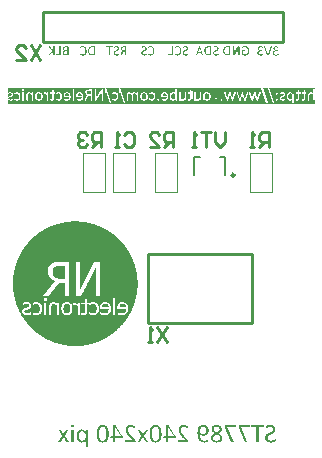
<source format=gbo>
G04*
G04 #@! TF.GenerationSoftware,Altium Limited,Altium Designer,20.1.10 (176)*
G04*
G04 Layer_Color=32896*
%FSLAX25Y25*%
%MOIN*%
G70*
G04*
G04 #@! TF.SameCoordinates,6CBB9ED5-C892-48F8-8F6F-D4B66391D099*
G04*
G04*
G04 #@! TF.FilePolarity,Positive*
G04*
G01*
G75*
%ADD12C,0.01000*%
%ADD25C,0.00984*%
%ADD26C,0.00394*%
%ADD27C,0.00787*%
G36*
X-83424Y79141D02*
X-82578D01*
Y79064D01*
X-81963D01*
Y78987D01*
X-81425D01*
Y78911D01*
X-81041D01*
Y78834D01*
X-80579D01*
Y78757D01*
X-80272D01*
Y78680D01*
X-79964D01*
Y78603D01*
X-79580D01*
Y78526D01*
X-79349D01*
Y78449D01*
X-79042D01*
Y78373D01*
X-78811D01*
Y78296D01*
X-78504D01*
Y78219D01*
X-78273D01*
Y78142D01*
X-78042D01*
Y78065D01*
X-77812D01*
Y77988D01*
X-77658D01*
Y77911D01*
X-77427D01*
Y77834D01*
X-77274D01*
Y77758D01*
X-77043D01*
Y77681D01*
X-76889D01*
Y77604D01*
X-76659D01*
Y77527D01*
X-76505D01*
Y77450D01*
X-76274D01*
Y77373D01*
X-76121D01*
Y77296D01*
X-75967D01*
Y77219D01*
X-75813D01*
Y77143D01*
X-75659D01*
Y77066D01*
X-75506D01*
Y76989D01*
X-75352D01*
Y76912D01*
X-75198D01*
Y76835D01*
X-75044D01*
Y76758D01*
X-74890D01*
Y76681D01*
X-74737D01*
Y76604D01*
X-74660D01*
Y76528D01*
X-74506D01*
Y76451D01*
X-74352D01*
Y76374D01*
X-74199D01*
Y76297D01*
X-74122D01*
Y76220D01*
X-73968D01*
Y76143D01*
X-73814D01*
Y76066D01*
X-73737D01*
Y75989D01*
X-73584D01*
Y75912D01*
X-73507D01*
Y75836D01*
X-73353D01*
Y75759D01*
X-73276D01*
Y75682D01*
X-73122D01*
Y75605D01*
X-73045D01*
Y75528D01*
X-72892D01*
Y75451D01*
X-72815D01*
Y75374D01*
X-72738D01*
Y75297D01*
X-72584D01*
Y75221D01*
X-72507D01*
Y75144D01*
X-72354D01*
Y75067D01*
X-72277D01*
Y74990D01*
X-72200D01*
Y74913D01*
X-72046D01*
Y74836D01*
X-71969D01*
Y74759D01*
X-71892D01*
Y74682D01*
X-71815D01*
Y74606D01*
X-71662D01*
Y74529D01*
X-71585D01*
Y74452D01*
X-71508D01*
Y74375D01*
X-71431D01*
Y74298D01*
X-71354D01*
Y74221D01*
X-71200D01*
Y74144D01*
X-71123D01*
Y74067D01*
X-71047D01*
Y73991D01*
X-70970D01*
Y73914D01*
X-70893D01*
Y73837D01*
X-70816D01*
Y73760D01*
X-70739D01*
Y73683D01*
X-70662D01*
Y73606D01*
X-70585D01*
Y73529D01*
X-70508D01*
Y73452D01*
X-70432D01*
Y73376D01*
X-70278D01*
Y73299D01*
X-70201D01*
Y73222D01*
X-70124D01*
Y73145D01*
X-70047D01*
Y73068D01*
X-69970D01*
Y72991D01*
X-69893D01*
Y72914D01*
Y72837D01*
X-69817D01*
Y72761D01*
X-69740D01*
Y72684D01*
X-69663D01*
Y72607D01*
X-69586D01*
Y72530D01*
X-69509D01*
Y72453D01*
X-69432D01*
Y72376D01*
X-69355D01*
Y72299D01*
X-69279D01*
Y72222D01*
X-69202D01*
Y72146D01*
X-69125D01*
Y72069D01*
X-69048D01*
Y71992D01*
Y71915D01*
X-68971D01*
Y71838D01*
X-68894D01*
Y71761D01*
X-68817D01*
Y71684D01*
X-68740D01*
Y71607D01*
X-68664D01*
Y71530D01*
Y71454D01*
X-68587D01*
Y71377D01*
X-68510D01*
Y71300D01*
X-68433D01*
Y71223D01*
X-68356D01*
Y71146D01*
Y71069D01*
X-68279D01*
Y70992D01*
X-68202D01*
Y70916D01*
X-68125D01*
Y70839D01*
Y70762D01*
X-68049D01*
Y70685D01*
X-67972D01*
Y70608D01*
Y70531D01*
X-67895D01*
Y70454D01*
X-67818D01*
Y70377D01*
X-67741D01*
Y70301D01*
Y70224D01*
X-67664D01*
Y70147D01*
X-67587D01*
Y70070D01*
Y69993D01*
X-67510D01*
Y69916D01*
X-67433D01*
Y69839D01*
Y69762D01*
X-67357D01*
Y69686D01*
X-67280D01*
Y69609D01*
Y69532D01*
X-67203D01*
Y69455D01*
X-67126D01*
Y69378D01*
Y69301D01*
X-67049D01*
Y69224D01*
Y69147D01*
X-66972D01*
Y69071D01*
X-66895D01*
Y68994D01*
Y68917D01*
X-66818D01*
Y68840D01*
Y68763D01*
X-66742D01*
Y68686D01*
Y68609D01*
X-66665D01*
Y68532D01*
X-66588D01*
Y68455D01*
Y68379D01*
X-66511D01*
Y68302D01*
Y68225D01*
X-66434D01*
Y68148D01*
Y68071D01*
X-66357D01*
Y67994D01*
Y67917D01*
X-66280D01*
Y67840D01*
Y67764D01*
X-66203D01*
Y67687D01*
Y67610D01*
X-66127D01*
Y67533D01*
Y67456D01*
X-66050D01*
Y67379D01*
Y67302D01*
X-65973D01*
Y67225D01*
Y67149D01*
X-65896D01*
Y67072D01*
Y66995D01*
Y66918D01*
X-65819D01*
Y66841D01*
Y66764D01*
X-65742D01*
Y66687D01*
Y66610D01*
X-65665D01*
Y66534D01*
Y66457D01*
Y66380D01*
X-65588D01*
Y66303D01*
Y66226D01*
X-65512D01*
Y66149D01*
Y66072D01*
Y65996D01*
X-65435D01*
Y65919D01*
Y65842D01*
X-65358D01*
Y65765D01*
Y65688D01*
Y65611D01*
X-65281D01*
Y65534D01*
Y65457D01*
X-65204D01*
Y65380D01*
Y65304D01*
Y65227D01*
X-65127D01*
Y65150D01*
Y65073D01*
Y64996D01*
X-65050D01*
Y64919D01*
Y64842D01*
Y64765D01*
X-64973D01*
Y64688D01*
Y64612D01*
Y64535D01*
Y64458D01*
X-64897D01*
Y64381D01*
Y64304D01*
Y64227D01*
X-64820D01*
Y64150D01*
Y64073D01*
Y63997D01*
Y63920D01*
X-64743D01*
Y63843D01*
Y63766D01*
Y63689D01*
X-64666D01*
Y63612D01*
Y63535D01*
Y63459D01*
Y63382D01*
X-64589D01*
Y63305D01*
Y63228D01*
Y63151D01*
Y63074D01*
Y62997D01*
X-64512D01*
Y62920D01*
Y62844D01*
Y62767D01*
Y62690D01*
X-64435D01*
Y62613D01*
Y62536D01*
Y62459D01*
Y62382D01*
Y62305D01*
Y62229D01*
X-64358D01*
Y62152D01*
Y62075D01*
Y61998D01*
Y61921D01*
Y61844D01*
X-64281D01*
Y61767D01*
Y61690D01*
Y61614D01*
Y61537D01*
Y61460D01*
Y61383D01*
Y61306D01*
X-64205D01*
Y61229D01*
Y61152D01*
Y61075D01*
Y60998D01*
Y60922D01*
Y60845D01*
Y60768D01*
Y60691D01*
X-64128D01*
Y60614D01*
Y60537D01*
Y60460D01*
Y60383D01*
Y60307D01*
Y60230D01*
Y60153D01*
Y60076D01*
Y59999D01*
Y59922D01*
Y59845D01*
X-64051D01*
Y59768D01*
Y59692D01*
Y59615D01*
Y59538D01*
Y59461D01*
Y59384D01*
Y59307D01*
Y59230D01*
Y59153D01*
Y59077D01*
Y59000D01*
Y58923D01*
Y58846D01*
Y58769D01*
Y58692D01*
Y58615D01*
Y58538D01*
Y58462D01*
Y58385D01*
Y58308D01*
Y58231D01*
Y58154D01*
Y58077D01*
Y58000D01*
Y57924D01*
Y57847D01*
Y57770D01*
Y57693D01*
Y57616D01*
Y57539D01*
Y57462D01*
Y57385D01*
Y57308D01*
Y57232D01*
Y57155D01*
Y57078D01*
X-64128D01*
Y57001D01*
Y56924D01*
Y56847D01*
Y56770D01*
Y56693D01*
Y56616D01*
Y56540D01*
Y56463D01*
Y56386D01*
Y56309D01*
Y56232D01*
X-64205D01*
Y56155D01*
Y56078D01*
Y56002D01*
Y55925D01*
Y55848D01*
Y55771D01*
Y55694D01*
Y55617D01*
X-64281D01*
Y55540D01*
Y55463D01*
Y55387D01*
Y55310D01*
Y55233D01*
Y55156D01*
Y55079D01*
X-64358D01*
Y55002D01*
Y54925D01*
Y54848D01*
Y54772D01*
Y54695D01*
X-64435D01*
Y54618D01*
Y54541D01*
Y54464D01*
Y54387D01*
Y54310D01*
Y54233D01*
X-64512D01*
Y54157D01*
Y54080D01*
Y54003D01*
Y53926D01*
X-64589D01*
Y53849D01*
Y53772D01*
Y53695D01*
Y53618D01*
Y53541D01*
X-64666D01*
Y53465D01*
Y53388D01*
Y53311D01*
Y53234D01*
X-64743D01*
Y53157D01*
Y53080D01*
Y53003D01*
X-64820D01*
Y52926D01*
Y52850D01*
Y52773D01*
Y52696D01*
X-64897D01*
Y52619D01*
Y52542D01*
Y52465D01*
X-64973D01*
Y52388D01*
Y52311D01*
Y52235D01*
Y52158D01*
X-65050D01*
Y52081D01*
Y52004D01*
Y51927D01*
X-65127D01*
Y51850D01*
Y51773D01*
Y51696D01*
X-65204D01*
Y51620D01*
Y51543D01*
Y51466D01*
X-65281D01*
Y51389D01*
Y51312D01*
X-65358D01*
Y51235D01*
Y51158D01*
Y51081D01*
X-65435D01*
Y51005D01*
Y50928D01*
X-65512D01*
Y50851D01*
Y50774D01*
Y50697D01*
X-65588D01*
Y50620D01*
Y50543D01*
X-65665D01*
Y50466D01*
Y50390D01*
Y50313D01*
X-65742D01*
Y50236D01*
Y50159D01*
X-65819D01*
Y50082D01*
Y50005D01*
X-65896D01*
Y49928D01*
Y49851D01*
Y49775D01*
X-65973D01*
Y49698D01*
Y49621D01*
X-66050D01*
Y49544D01*
Y49467D01*
X-66127D01*
Y49390D01*
Y49313D01*
X-66203D01*
Y49236D01*
Y49160D01*
X-66280D01*
Y49083D01*
Y49006D01*
X-66357D01*
Y48929D01*
Y48852D01*
X-66434D01*
Y48775D01*
Y48698D01*
X-66511D01*
Y48621D01*
Y48544D01*
X-66588D01*
Y48468D01*
Y48391D01*
X-66665D01*
Y48314D01*
X-66742D01*
Y48237D01*
Y48160D01*
X-66818D01*
Y48083D01*
Y48006D01*
X-66895D01*
Y47929D01*
Y47853D01*
X-66972D01*
Y47776D01*
X-67049D01*
Y47699D01*
Y47622D01*
X-67126D01*
Y47545D01*
Y47468D01*
X-67203D01*
Y47391D01*
X-67280D01*
Y47315D01*
Y47238D01*
X-67357D01*
Y47161D01*
X-67433D01*
Y47084D01*
Y47007D01*
X-67510D01*
Y46930D01*
X-67587D01*
Y46853D01*
Y46776D01*
X-67664D01*
Y46700D01*
X-67741D01*
Y46623D01*
Y46546D01*
X-67818D01*
Y46469D01*
X-67895D01*
Y46392D01*
X-67972D01*
Y46315D01*
Y46238D01*
X-68049D01*
Y46161D01*
X-68125D01*
Y46084D01*
Y46008D01*
X-68202D01*
Y45931D01*
X-68279D01*
Y45854D01*
X-68356D01*
Y45777D01*
Y45700D01*
X-68433D01*
Y45623D01*
X-68510D01*
Y45546D01*
X-68587D01*
Y45469D01*
X-68664D01*
Y45393D01*
Y45316D01*
X-68740D01*
Y45239D01*
X-68817D01*
Y45162D01*
X-68894D01*
Y45085D01*
X-68971D01*
Y45008D01*
X-69048D01*
Y44931D01*
Y44855D01*
X-69125D01*
Y44778D01*
X-69202D01*
Y44701D01*
X-69279D01*
Y44624D01*
X-69355D01*
Y44547D01*
X-69432D01*
Y44470D01*
X-69509D01*
Y44393D01*
X-69586D01*
Y44316D01*
X-69663D01*
Y44240D01*
X-69740D01*
Y44163D01*
X-69817D01*
Y44086D01*
X-69893D01*
Y44009D01*
Y43932D01*
X-69970D01*
Y43855D01*
X-70047D01*
Y43778D01*
X-70124D01*
Y43701D01*
X-70201D01*
Y43624D01*
X-70278D01*
Y43548D01*
X-70432D01*
Y43471D01*
X-70508D01*
Y43394D01*
X-70585D01*
Y43317D01*
X-70662D01*
Y43240D01*
X-70739D01*
Y43163D01*
X-70816D01*
Y43086D01*
X-70893D01*
Y43009D01*
X-70970D01*
Y42933D01*
X-71047D01*
Y42856D01*
X-71123D01*
Y42779D01*
X-71200D01*
Y42702D01*
X-71354D01*
Y42625D01*
X-71431D01*
Y42548D01*
X-71508D01*
Y42471D01*
X-71585D01*
Y42394D01*
X-71662D01*
Y42318D01*
X-71815D01*
Y42241D01*
X-71892D01*
Y42164D01*
X-71969D01*
Y42087D01*
X-72046D01*
Y42010D01*
X-72200D01*
Y41933D01*
X-72277D01*
Y41856D01*
X-72354D01*
Y41779D01*
X-72507D01*
Y41702D01*
X-72584D01*
Y41626D01*
X-72738D01*
Y41549D01*
X-72815D01*
Y41472D01*
X-72892D01*
Y41395D01*
X-73045D01*
Y41318D01*
X-73122D01*
Y41241D01*
X-73276D01*
Y41164D01*
X-73353D01*
Y41087D01*
X-73507D01*
Y41011D01*
X-73584D01*
Y40934D01*
X-73737D01*
Y40857D01*
X-73814D01*
Y40780D01*
X-73968D01*
Y40703D01*
X-74122D01*
Y40626D01*
X-74199D01*
Y40549D01*
X-74352D01*
Y40472D01*
X-74506D01*
Y40396D01*
X-74660D01*
Y40319D01*
X-74737D01*
Y40242D01*
X-74890D01*
Y40165D01*
X-75044D01*
Y40088D01*
X-75198D01*
Y40011D01*
X-75352D01*
Y39934D01*
X-75506D01*
Y39858D01*
X-75659D01*
Y39781D01*
X-75813D01*
Y39704D01*
X-75967D01*
Y39627D01*
X-76121D01*
Y39550D01*
X-76274D01*
Y39473D01*
X-76505D01*
Y39396D01*
X-76659D01*
Y39319D01*
X-76889D01*
Y39243D01*
X-77043D01*
Y39166D01*
X-77197D01*
Y39089D01*
X-77427D01*
Y39012D01*
X-77658D01*
Y38935D01*
X-77812D01*
Y38858D01*
X-78042D01*
Y38781D01*
X-78273D01*
Y38704D01*
X-78504D01*
Y38627D01*
X-78811D01*
Y38551D01*
X-79042D01*
Y38474D01*
X-79349D01*
Y38397D01*
X-79580D01*
Y38320D01*
X-79964D01*
Y38243D01*
X-80272D01*
Y38166D01*
X-80656D01*
Y38089D01*
X-81041D01*
Y38012D01*
X-81425D01*
Y37936D01*
X-81963D01*
Y37859D01*
X-82578D01*
Y37782D01*
X-83424D01*
Y37705D01*
X-86191D01*
Y37782D01*
X-87037D01*
Y37859D01*
X-87652D01*
Y37936D01*
X-88190D01*
Y38012D01*
X-88574D01*
Y38089D01*
X-88959D01*
Y38166D01*
X-89343D01*
Y38243D01*
X-89651D01*
Y38320D01*
X-90035D01*
Y38397D01*
X-90266D01*
Y38474D01*
X-90573D01*
Y38551D01*
X-90804D01*
Y38627D01*
X-91111D01*
Y38704D01*
X-91342D01*
Y38781D01*
X-91573D01*
Y38858D01*
X-91803D01*
Y38935D01*
X-91957D01*
Y39012D01*
X-92188D01*
Y39089D01*
X-92341D01*
Y39166D01*
X-92572D01*
Y39243D01*
X-92726D01*
Y39319D01*
X-92956D01*
Y39396D01*
X-93110D01*
Y39473D01*
X-93341D01*
Y39550D01*
X-93494D01*
Y39627D01*
X-93648D01*
Y39704D01*
X-93802D01*
Y39781D01*
X-93956D01*
Y39858D01*
X-94109D01*
Y39934D01*
X-94263D01*
Y40011D01*
X-94417D01*
Y40088D01*
X-94571D01*
Y40165D01*
X-94725D01*
Y40242D01*
X-94878D01*
Y40319D01*
X-94955D01*
Y40396D01*
X-95109D01*
Y40472D01*
X-95263D01*
Y40549D01*
X-95416D01*
Y40626D01*
X-95493D01*
Y40703D01*
X-95647D01*
Y40780D01*
X-95801D01*
Y40857D01*
X-95878D01*
Y40934D01*
X-96031D01*
Y41011D01*
X-96108D01*
Y41087D01*
X-96262D01*
Y41164D01*
X-96339D01*
Y41241D01*
X-96493D01*
Y41318D01*
X-96570D01*
Y41395D01*
X-96723D01*
Y41472D01*
X-96800D01*
Y41549D01*
X-96877D01*
Y41626D01*
X-97031D01*
Y41702D01*
X-97108D01*
Y41779D01*
X-97262D01*
Y41856D01*
X-97338D01*
Y41933D01*
X-97415D01*
Y42010D01*
X-97492D01*
Y42087D01*
X-97646D01*
Y42164D01*
X-97723D01*
Y42241D01*
X-97800D01*
Y42318D01*
X-97953D01*
Y42394D01*
X-98030D01*
Y42471D01*
X-98107D01*
Y42548D01*
X-98184D01*
Y42625D01*
X-98261D01*
Y42702D01*
X-98415D01*
Y42779D01*
X-98492D01*
Y42856D01*
X-98568D01*
Y42933D01*
X-98645D01*
Y43009D01*
X-98722D01*
Y43086D01*
X-98799D01*
Y43163D01*
X-98876D01*
Y43240D01*
X-98953D01*
Y43317D01*
X-99030D01*
Y43394D01*
X-99107D01*
Y43471D01*
X-99183D01*
Y43548D01*
X-99337D01*
Y43624D01*
X-99414D01*
Y43701D01*
X-99491D01*
Y43778D01*
X-99568D01*
Y43855D01*
X-99645D01*
Y43932D01*
X-99721D01*
Y44009D01*
Y44086D01*
X-99798D01*
Y44163D01*
X-99875D01*
Y44240D01*
X-99952D01*
Y44316D01*
X-100029D01*
Y44393D01*
X-100106D01*
Y44470D01*
X-100183D01*
Y44547D01*
X-100260D01*
Y44624D01*
X-100337D01*
Y44701D01*
X-100413D01*
Y44778D01*
X-100490D01*
Y44855D01*
X-100567D01*
Y44931D01*
Y45008D01*
X-100644D01*
Y45085D01*
X-100721D01*
Y45162D01*
X-100798D01*
Y45239D01*
X-100875D01*
Y45316D01*
X-100952D01*
Y45393D01*
Y45469D01*
X-101028D01*
Y45546D01*
X-101105D01*
Y45623D01*
X-101182D01*
Y45700D01*
Y45777D01*
X-101259D01*
Y45854D01*
X-101336D01*
Y45931D01*
X-101413D01*
Y46008D01*
X-101490D01*
Y46084D01*
Y46161D01*
X-101567D01*
Y46238D01*
X-101643D01*
Y46315D01*
Y46392D01*
X-101720D01*
Y46469D01*
X-101797D01*
Y46546D01*
X-101874D01*
Y46623D01*
Y46700D01*
X-101951D01*
Y46776D01*
X-102028D01*
Y46853D01*
Y46930D01*
X-102105D01*
Y47007D01*
X-102181D01*
Y47084D01*
Y47161D01*
X-102258D01*
Y47238D01*
X-102335D01*
Y47315D01*
Y47391D01*
X-102412D01*
Y47468D01*
X-102489D01*
Y47545D01*
Y47622D01*
X-102566D01*
Y47699D01*
Y47776D01*
X-102643D01*
Y47853D01*
X-102720D01*
Y47929D01*
Y48006D01*
X-102796D01*
Y48083D01*
Y48160D01*
X-102873D01*
Y48237D01*
Y48314D01*
X-102950D01*
Y48391D01*
X-103027D01*
Y48468D01*
Y48544D01*
X-103104D01*
Y48621D01*
Y48698D01*
X-103181D01*
Y48775D01*
Y48852D01*
X-103258D01*
Y48929D01*
Y49006D01*
X-103335D01*
Y49083D01*
Y49160D01*
X-103411D01*
Y49236D01*
Y49313D01*
X-103488D01*
Y49390D01*
Y49467D01*
X-103565D01*
Y49544D01*
Y49621D01*
X-103642D01*
Y49698D01*
Y49775D01*
X-103719D01*
Y49851D01*
Y49928D01*
X-103796D01*
Y50005D01*
Y50082D01*
Y50159D01*
X-103873D01*
Y50236D01*
Y50313D01*
X-103950D01*
Y50390D01*
Y50466D01*
Y50543D01*
X-104027D01*
Y50620D01*
Y50697D01*
X-104103D01*
Y50774D01*
Y50851D01*
Y50928D01*
X-104180D01*
Y51005D01*
Y51081D01*
X-104257D01*
Y51158D01*
Y51235D01*
Y51312D01*
X-104334D01*
Y51389D01*
Y51466D01*
X-104411D01*
Y51543D01*
Y51620D01*
Y51696D01*
X-104488D01*
Y51773D01*
Y51850D01*
Y51927D01*
X-104565D01*
Y52004D01*
Y52081D01*
Y52158D01*
X-104642D01*
Y52235D01*
Y52311D01*
Y52388D01*
Y52465D01*
X-104718D01*
Y52542D01*
Y52619D01*
Y52696D01*
X-104795D01*
Y52773D01*
Y52850D01*
Y52926D01*
Y53003D01*
X-104872D01*
Y53080D01*
Y53157D01*
Y53234D01*
X-104949D01*
Y53311D01*
Y53388D01*
Y53465D01*
Y53541D01*
X-105026D01*
Y53618D01*
Y53695D01*
Y53772D01*
Y53849D01*
Y53926D01*
X-105103D01*
Y54003D01*
Y54080D01*
Y54157D01*
Y54233D01*
Y54310D01*
X-105180D01*
Y54387D01*
Y54464D01*
Y54541D01*
Y54618D01*
Y54695D01*
X-105257D01*
Y54772D01*
Y54848D01*
Y54925D01*
Y55002D01*
Y55079D01*
X-105333D01*
Y55156D01*
Y55233D01*
Y55310D01*
Y55387D01*
Y55463D01*
Y55540D01*
Y55617D01*
X-105410D01*
Y55694D01*
Y55771D01*
Y55848D01*
Y55925D01*
Y56002D01*
Y56078D01*
Y56155D01*
Y56232D01*
X-105487D01*
Y56309D01*
Y56386D01*
Y56463D01*
Y56540D01*
Y56616D01*
Y56693D01*
Y56770D01*
Y56847D01*
Y56924D01*
Y57001D01*
Y57078D01*
X-105564D01*
Y57155D01*
Y57232D01*
Y57308D01*
Y57385D01*
Y57462D01*
Y57539D01*
Y57616D01*
Y57693D01*
Y57770D01*
Y57847D01*
Y57924D01*
Y58000D01*
Y58077D01*
Y58154D01*
Y58231D01*
Y58308D01*
Y58385D01*
Y58462D01*
Y58538D01*
Y58615D01*
Y58692D01*
Y58769D01*
Y58846D01*
Y58923D01*
Y59000D01*
Y59077D01*
Y59153D01*
Y59230D01*
Y59307D01*
Y59384D01*
Y59461D01*
Y59538D01*
Y59615D01*
Y59692D01*
Y59768D01*
Y59845D01*
X-105487D01*
Y59922D01*
Y59999D01*
Y60076D01*
Y60153D01*
Y60230D01*
Y60307D01*
Y60383D01*
Y60460D01*
Y60537D01*
Y60614D01*
Y60691D01*
X-105410D01*
Y60768D01*
Y60845D01*
Y60922D01*
Y60998D01*
Y61075D01*
Y61152D01*
Y61229D01*
Y61306D01*
X-105333D01*
Y61383D01*
Y61460D01*
Y61537D01*
Y61614D01*
Y61690D01*
Y61767D01*
Y61844D01*
X-105257D01*
Y61921D01*
Y61998D01*
Y62075D01*
Y62152D01*
Y62229D01*
X-105180D01*
Y62305D01*
Y62382D01*
Y62459D01*
Y62536D01*
Y62613D01*
X-105103D01*
Y62690D01*
Y62767D01*
Y62844D01*
Y62920D01*
Y62997D01*
X-105026D01*
Y63074D01*
Y63151D01*
Y63228D01*
Y63305D01*
Y63382D01*
X-104949D01*
Y63459D01*
Y63535D01*
Y63612D01*
Y63689D01*
X-104872D01*
Y63766D01*
Y63843D01*
Y63920D01*
X-104795D01*
Y63997D01*
Y64073D01*
Y64150D01*
Y64227D01*
X-104718D01*
Y64304D01*
Y64381D01*
Y64458D01*
X-104642D01*
Y64535D01*
Y64612D01*
Y64688D01*
Y64765D01*
X-104565D01*
Y64842D01*
Y64919D01*
Y64996D01*
X-104488D01*
Y65073D01*
Y65150D01*
Y65227D01*
X-104411D01*
Y65304D01*
Y65380D01*
Y65457D01*
X-104334D01*
Y65534D01*
Y65611D01*
X-104257D01*
Y65688D01*
Y65765D01*
Y65842D01*
X-104180D01*
Y65919D01*
Y65996D01*
X-104103D01*
Y66072D01*
Y66149D01*
Y66226D01*
X-104027D01*
Y66303D01*
Y66380D01*
X-103950D01*
Y66457D01*
Y66534D01*
Y66610D01*
X-103873D01*
Y66687D01*
Y66764D01*
X-103796D01*
Y66841D01*
Y66918D01*
Y66995D01*
X-103719D01*
Y67072D01*
Y67149D01*
X-103642D01*
Y67225D01*
Y67302D01*
X-103565D01*
Y67379D01*
Y67456D01*
X-103488D01*
Y67533D01*
Y67610D01*
X-103411D01*
Y67687D01*
Y67764D01*
X-103335D01*
Y67840D01*
Y67917D01*
X-103258D01*
Y67994D01*
Y68071D01*
X-103181D01*
Y68148D01*
Y68225D01*
X-103104D01*
Y68302D01*
Y68379D01*
X-103027D01*
Y68455D01*
Y68532D01*
X-102950D01*
Y68609D01*
X-102873D01*
Y68686D01*
Y68763D01*
X-102796D01*
Y68840D01*
Y68917D01*
X-102720D01*
Y68994D01*
Y69071D01*
X-102643D01*
Y69147D01*
X-102566D01*
Y69224D01*
Y69301D01*
X-102489D01*
Y69378D01*
Y69455D01*
X-102412D01*
Y69532D01*
X-102335D01*
Y69609D01*
Y69686D01*
X-102258D01*
Y69762D01*
X-102181D01*
Y69839D01*
Y69916D01*
X-102105D01*
Y69993D01*
X-102028D01*
Y70070D01*
Y70147D01*
X-101951D01*
Y70224D01*
X-101874D01*
Y70301D01*
Y70377D01*
X-101797D01*
Y70454D01*
X-101720D01*
Y70531D01*
X-101643D01*
Y70608D01*
Y70685D01*
X-101567D01*
Y70762D01*
X-101490D01*
Y70839D01*
Y70916D01*
X-101413D01*
Y70992D01*
X-101336D01*
Y71069D01*
X-101259D01*
Y71146D01*
Y71223D01*
X-101182D01*
Y71300D01*
X-101105D01*
Y71377D01*
X-101028D01*
Y71454D01*
X-100952D01*
Y71530D01*
Y71607D01*
X-100875D01*
Y71684D01*
X-100798D01*
Y71761D01*
X-100721D01*
Y71838D01*
X-100644D01*
Y71915D01*
X-100567D01*
Y71992D01*
Y72069D01*
X-100490D01*
Y72146D01*
X-100413D01*
Y72222D01*
X-100337D01*
Y72299D01*
X-100260D01*
Y72376D01*
X-100183D01*
Y72453D01*
X-100106D01*
Y72530D01*
X-100029D01*
Y72607D01*
X-99952D01*
Y72684D01*
X-99875D01*
Y72761D01*
X-99798D01*
Y72837D01*
X-99721D01*
Y72914D01*
Y72991D01*
X-99645D01*
Y73068D01*
X-99568D01*
Y73145D01*
X-99491D01*
Y73222D01*
X-99414D01*
Y73299D01*
X-99337D01*
Y73376D01*
X-99183D01*
Y73452D01*
X-99107D01*
Y73529D01*
X-99030D01*
Y73606D01*
X-98953D01*
Y73683D01*
X-98876D01*
Y73760D01*
X-98799D01*
Y73837D01*
X-98722D01*
Y73914D01*
X-98645D01*
Y73991D01*
X-98568D01*
Y74067D01*
X-98492D01*
Y74144D01*
X-98415D01*
Y74221D01*
X-98261D01*
Y74298D01*
X-98184D01*
Y74375D01*
X-98107D01*
Y74452D01*
X-98030D01*
Y74529D01*
X-97953D01*
Y74606D01*
X-97800D01*
Y74682D01*
X-97723D01*
Y74759D01*
X-97646D01*
Y74836D01*
X-97569D01*
Y74913D01*
X-97415D01*
Y74990D01*
X-97338D01*
Y75067D01*
X-97262D01*
Y75144D01*
X-97108D01*
Y75221D01*
X-97031D01*
Y75297D01*
X-96877D01*
Y75374D01*
X-96800D01*
Y75451D01*
X-96723D01*
Y75528D01*
X-96570D01*
Y75605D01*
X-96493D01*
Y75682D01*
X-96339D01*
Y75759D01*
X-96262D01*
Y75836D01*
X-96108D01*
Y75912D01*
X-96031D01*
Y75989D01*
X-95878D01*
Y76066D01*
X-95801D01*
Y76143D01*
X-95647D01*
Y76220D01*
X-95493D01*
Y76297D01*
X-95416D01*
Y76374D01*
X-95263D01*
Y76451D01*
X-95109D01*
Y76528D01*
X-94955D01*
Y76604D01*
X-94878D01*
Y76681D01*
X-94725D01*
Y76758D01*
X-94571D01*
Y76835D01*
X-94417D01*
Y76912D01*
X-94263D01*
Y76989D01*
X-94109D01*
Y77066D01*
X-93956D01*
Y77143D01*
X-93802D01*
Y77219D01*
X-93648D01*
Y77296D01*
X-93494D01*
Y77373D01*
X-93341D01*
Y77450D01*
X-93110D01*
Y77527D01*
X-92956D01*
Y77604D01*
X-92726D01*
Y77681D01*
X-92572D01*
Y77758D01*
X-92418D01*
Y77834D01*
X-92188D01*
Y77911D01*
X-91957D01*
Y77988D01*
X-91803D01*
Y78065D01*
X-91573D01*
Y78142D01*
X-91342D01*
Y78219D01*
X-91111D01*
Y78296D01*
X-90804D01*
Y78373D01*
X-90573D01*
Y78449D01*
X-90266D01*
Y78526D01*
X-90035D01*
Y78603D01*
X-89728D01*
Y78680D01*
X-89343D01*
Y78757D01*
X-89036D01*
Y78834D01*
X-88574D01*
Y78911D01*
X-88190D01*
Y78987D01*
X-87652D01*
Y79064D01*
X-87037D01*
Y79141D01*
X-86191D01*
Y79218D01*
X-83424D01*
Y79141D01*
D02*
G37*
G36*
X-85646Y11441D02*
X-85575Y11431D01*
X-85509Y11415D01*
X-85463Y11400D01*
X-85427Y11380D01*
X-85402Y11364D01*
X-85386Y11354D01*
X-85381Y11349D01*
X-85351Y11308D01*
X-85330Y11257D01*
X-85310Y11201D01*
X-85300Y11140D01*
X-85295Y11089D01*
X-85289Y11043D01*
Y11012D01*
Y11007D01*
Y11002D01*
X-85295Y10916D01*
X-85305Y10844D01*
X-85320Y10783D01*
X-85335Y10737D01*
X-85351Y10701D01*
X-85366Y10681D01*
X-85376Y10666D01*
X-85381Y10661D01*
X-85422Y10630D01*
X-85478Y10610D01*
X-85534Y10594D01*
X-85595Y10584D01*
X-85646Y10579D01*
X-85692Y10574D01*
X-85733D01*
X-85825Y10579D01*
X-85896Y10589D01*
X-85963Y10605D01*
X-86009Y10620D01*
X-86044Y10635D01*
X-86070Y10650D01*
X-86085Y10661D01*
X-86090Y10666D01*
X-86121Y10706D01*
X-86146Y10757D01*
X-86162Y10814D01*
X-86177Y10875D01*
X-86182Y10926D01*
X-86187Y10972D01*
Y11002D01*
Y11007D01*
Y11012D01*
X-86182Y11099D01*
X-86172Y11171D01*
X-86156Y11232D01*
X-86141Y11278D01*
X-86121Y11313D01*
X-86105Y11334D01*
X-86095Y11349D01*
X-86090Y11354D01*
X-86049Y11385D01*
X-85993Y11405D01*
X-85937Y11426D01*
X-85876Y11436D01*
X-85825Y11441D01*
X-85779Y11446D01*
X-85738D01*
X-85646Y11441D01*
D02*
G37*
G36*
X-48539Y11375D02*
X-48457Y11370D01*
X-48381Y11359D01*
X-48320Y11349D01*
X-48274Y11339D01*
X-48243Y11334D01*
X-48238Y11329D01*
X-48233D01*
X-48146Y11308D01*
X-48065Y11288D01*
X-47993Y11268D01*
X-47927Y11247D01*
X-47876Y11227D01*
X-47835Y11216D01*
X-47809Y11206D01*
X-47799Y11201D01*
X-47728Y11171D01*
X-47667Y11145D01*
X-47611Y11120D01*
X-47565Y11094D01*
X-47524Y11074D01*
X-47498Y11058D01*
X-47478Y11048D01*
X-47473Y11043D01*
X-47427Y11018D01*
X-47391Y10992D01*
X-47361Y10972D01*
X-47335Y10951D01*
X-47315Y10941D01*
X-47300Y10931D01*
X-47294Y10921D01*
X-47289D01*
X-47259Y10890D01*
X-47238Y10865D01*
X-47228Y10849D01*
X-47223Y10844D01*
X-47213Y10819D01*
X-47203Y10798D01*
X-47197Y10783D01*
X-47192Y10778D01*
X-47187Y10747D01*
X-47182Y10722D01*
X-47177Y10701D01*
Y10691D01*
Y10655D01*
Y10620D01*
Y10589D01*
Y10584D01*
Y10579D01*
Y10518D01*
X-47182Y10467D01*
Y10446D01*
Y10431D01*
Y10426D01*
Y10421D01*
X-47192Y10375D01*
X-47197Y10344D01*
X-47208Y10319D01*
Y10314D01*
X-47223Y10288D01*
X-47233Y10273D01*
X-47243Y10263D01*
X-47249Y10258D01*
X-47269Y10248D01*
X-47284Y10242D01*
X-47305D01*
X-47330Y10248D01*
X-47356Y10253D01*
X-47412Y10278D01*
X-47432Y10293D01*
X-47453Y10304D01*
X-47468Y10309D01*
X-47473Y10314D01*
X-47565Y10370D01*
X-47611Y10401D01*
X-47651Y10426D01*
X-47692Y10446D01*
X-47723Y10462D01*
X-47743Y10472D01*
X-47748Y10477D01*
X-47881Y10538D01*
X-47947Y10569D01*
X-48003Y10589D01*
X-48059Y10610D01*
X-48100Y10625D01*
X-48126Y10635D01*
X-48136Y10640D01*
X-48223Y10666D01*
X-48304Y10686D01*
X-48391Y10696D01*
X-48467Y10706D01*
X-48534Y10712D01*
X-48590Y10717D01*
X-48636D01*
X-48722Y10712D01*
X-48799Y10706D01*
X-48870Y10691D01*
X-48932Y10681D01*
X-48983Y10666D01*
X-49018Y10650D01*
X-49039Y10645D01*
X-49049Y10640D01*
X-49115Y10610D01*
X-49176Y10574D01*
X-49227Y10543D01*
X-49273Y10508D01*
X-49309Y10482D01*
X-49334Y10457D01*
X-49350Y10441D01*
X-49355Y10436D01*
X-49396Y10385D01*
X-49436Y10334D01*
X-49467Y10283D01*
X-49492Y10237D01*
X-49513Y10197D01*
X-49528Y10166D01*
X-49533Y10146D01*
X-49538Y10135D01*
X-49559Y10074D01*
X-49579Y10008D01*
X-49589Y9947D01*
X-49595Y9896D01*
X-49600Y9845D01*
X-49605Y9809D01*
Y9788D01*
Y9778D01*
X-49600Y9635D01*
X-49589Y9564D01*
X-49584Y9503D01*
X-49574Y9452D01*
X-49564Y9406D01*
X-49559Y9381D01*
Y9375D01*
Y9370D01*
X-49538Y9289D01*
X-49518Y9207D01*
X-49487Y9126D01*
X-49462Y9049D01*
X-49431Y8988D01*
X-49411Y8937D01*
X-49401Y8916D01*
X-49396Y8901D01*
X-49391Y8896D01*
Y8891D01*
X-49340Y8789D01*
X-49278Y8692D01*
X-49217Y8595D01*
X-49161Y8503D01*
X-49105Y8427D01*
X-49084Y8391D01*
X-49064Y8366D01*
X-49049Y8340D01*
X-49033Y8325D01*
X-49028Y8315D01*
X-49023Y8309D01*
X-48926Y8187D01*
X-48824Y8060D01*
X-48717Y7937D01*
X-48615Y7825D01*
X-48569Y7774D01*
X-48529Y7728D01*
X-48488Y7687D01*
X-48457Y7652D01*
X-48427Y7621D01*
X-48406Y7601D01*
X-48396Y7585D01*
X-48391Y7580D01*
X-47249Y6407D01*
X-47213Y6366D01*
X-47182Y6331D01*
X-47162Y6310D01*
X-47157Y6300D01*
X-47136Y6264D01*
X-47116Y6229D01*
X-47106Y6208D01*
X-47101Y6198D01*
X-47090Y6157D01*
X-47080Y6122D01*
X-47075Y6091D01*
Y6086D01*
Y6081D01*
X-47070Y6030D01*
Y5984D01*
Y5958D01*
Y5943D01*
Y5933D01*
Y5928D01*
X-47075Y5861D01*
X-47080Y5810D01*
Y5790D01*
X-47085Y5775D01*
Y5770D01*
Y5765D01*
X-47101Y5719D01*
X-47116Y5688D01*
X-47126Y5668D01*
X-47131Y5663D01*
X-47157Y5642D01*
X-47187Y5627D01*
X-47208Y5622D01*
X-47213Y5617D01*
X-47249Y5607D01*
X-47284Y5601D01*
X-50472D01*
X-50497Y5607D01*
X-50518Y5612D01*
X-50533Y5617D01*
X-50538D01*
X-50564Y5637D01*
X-50579Y5658D01*
X-50589Y5673D01*
X-50594Y5678D01*
X-50609Y5714D01*
X-50620Y5749D01*
X-50625Y5775D01*
Y5780D01*
Y5785D01*
X-50635Y5831D01*
X-50640Y5877D01*
Y5912D01*
Y5918D01*
Y5923D01*
Y5979D01*
X-50635Y6025D01*
X-50630Y6050D01*
X-50625Y6060D01*
X-50615Y6101D01*
X-50604Y6137D01*
X-50594Y6157D01*
X-50589Y6162D01*
X-50574Y6188D01*
X-50553Y6208D01*
X-50538Y6219D01*
X-50533Y6224D01*
X-50507Y6234D01*
X-50487Y6244D01*
X-47988D01*
X-48891Y7182D01*
X-49064Y7366D01*
X-49217Y7534D01*
X-49288Y7611D01*
X-49350Y7687D01*
X-49411Y7754D01*
X-49462Y7815D01*
X-49508Y7871D01*
X-49554Y7922D01*
X-49589Y7968D01*
X-49615Y8004D01*
X-49640Y8029D01*
X-49656Y8055D01*
X-49666Y8065D01*
X-49671Y8070D01*
X-49778Y8213D01*
X-49865Y8345D01*
X-49946Y8462D01*
X-50008Y8570D01*
X-50038Y8610D01*
X-50059Y8651D01*
X-50079Y8687D01*
X-50094Y8717D01*
X-50110Y8743D01*
X-50120Y8758D01*
X-50125Y8768D01*
Y8774D01*
X-50181Y8891D01*
X-50222Y8998D01*
X-50257Y9100D01*
X-50288Y9187D01*
X-50309Y9258D01*
X-50319Y9314D01*
X-50324Y9335D01*
X-50329Y9350D01*
Y9355D01*
Y9360D01*
X-50344Y9462D01*
X-50359Y9559D01*
X-50370Y9651D01*
X-50375Y9732D01*
X-50380Y9799D01*
Y9855D01*
Y9875D01*
Y9890D01*
Y9896D01*
Y9901D01*
X-50375Y10013D01*
X-50365Y10120D01*
X-50349Y10217D01*
X-50329Y10304D01*
X-50309Y10370D01*
X-50293Y10426D01*
X-50288Y10446D01*
X-50283Y10462D01*
X-50278Y10467D01*
Y10472D01*
X-50237Y10569D01*
X-50186Y10661D01*
X-50135Y10742D01*
X-50084Y10808D01*
X-50038Y10870D01*
X-50002Y10910D01*
X-49977Y10936D01*
X-49967Y10946D01*
X-49885Y11018D01*
X-49799Y11084D01*
X-49712Y11140D01*
X-49635Y11186D01*
X-49559Y11222D01*
X-49503Y11247D01*
X-49482Y11257D01*
X-49467Y11262D01*
X-49457Y11268D01*
X-49452D01*
X-49334Y11308D01*
X-49212Y11334D01*
X-49090Y11354D01*
X-48977Y11370D01*
X-48921Y11375D01*
X-48875Y11380D01*
X-48835D01*
X-48799Y11385D01*
X-48631D01*
X-48539Y11375D01*
D02*
G37*
G36*
X-66170D02*
X-66088Y11370D01*
X-66011Y11359D01*
X-65950Y11349D01*
X-65904Y11339D01*
X-65874Y11334D01*
X-65869Y11329D01*
X-65864D01*
X-65777Y11308D01*
X-65695Y11288D01*
X-65624Y11268D01*
X-65557Y11247D01*
X-65507Y11227D01*
X-65466Y11216D01*
X-65440Y11206D01*
X-65430Y11201D01*
X-65359Y11171D01*
X-65297Y11145D01*
X-65241Y11120D01*
X-65195Y11094D01*
X-65155Y11074D01*
X-65129Y11058D01*
X-65109Y11048D01*
X-65104Y11043D01*
X-65058Y11018D01*
X-65022Y10992D01*
X-64991Y10972D01*
X-64966Y10951D01*
X-64946Y10941D01*
X-64930Y10931D01*
X-64925Y10921D01*
X-64920D01*
X-64889Y10890D01*
X-64869Y10865D01*
X-64859Y10849D01*
X-64854Y10844D01*
X-64843Y10819D01*
X-64833Y10798D01*
X-64828Y10783D01*
X-64823Y10778D01*
X-64818Y10747D01*
X-64813Y10722D01*
X-64808Y10701D01*
Y10691D01*
Y10655D01*
Y10620D01*
Y10589D01*
Y10584D01*
Y10579D01*
Y10518D01*
X-64813Y10467D01*
Y10446D01*
Y10431D01*
Y10426D01*
Y10421D01*
X-64823Y10375D01*
X-64828Y10344D01*
X-64838Y10319D01*
Y10314D01*
X-64854Y10288D01*
X-64864Y10273D01*
X-64874Y10263D01*
X-64879Y10258D01*
X-64900Y10248D01*
X-64915Y10242D01*
X-64935D01*
X-64961Y10248D01*
X-64986Y10253D01*
X-65042Y10278D01*
X-65063Y10293D01*
X-65083Y10304D01*
X-65099Y10309D01*
X-65104Y10314D01*
X-65195Y10370D01*
X-65241Y10401D01*
X-65282Y10426D01*
X-65323Y10446D01*
X-65354Y10462D01*
X-65374Y10472D01*
X-65379Y10477D01*
X-65512Y10538D01*
X-65578Y10569D01*
X-65634Y10589D01*
X-65690Y10610D01*
X-65731Y10625D01*
X-65756Y10635D01*
X-65767Y10640D01*
X-65853Y10666D01*
X-65935Y10686D01*
X-66022Y10696D01*
X-66098Y10706D01*
X-66164Y10712D01*
X-66220Y10717D01*
X-66266D01*
X-66353Y10712D01*
X-66430Y10706D01*
X-66501Y10691D01*
X-66562Y10681D01*
X-66613Y10666D01*
X-66649Y10650D01*
X-66669Y10645D01*
X-66680Y10640D01*
X-66746Y10610D01*
X-66807Y10574D01*
X-66858Y10543D01*
X-66904Y10508D01*
X-66940Y10482D01*
X-66965Y10457D01*
X-66980Y10441D01*
X-66985Y10436D01*
X-67026Y10385D01*
X-67067Y10334D01*
X-67098Y10283D01*
X-67123Y10237D01*
X-67144Y10197D01*
X-67159Y10166D01*
X-67164Y10146D01*
X-67169Y10135D01*
X-67190Y10074D01*
X-67210Y10008D01*
X-67220Y9947D01*
X-67225Y9896D01*
X-67230Y9845D01*
X-67235Y9809D01*
Y9788D01*
Y9778D01*
X-67230Y9635D01*
X-67220Y9564D01*
X-67215Y9503D01*
X-67205Y9452D01*
X-67195Y9406D01*
X-67190Y9381D01*
Y9375D01*
Y9370D01*
X-67169Y9289D01*
X-67149Y9207D01*
X-67118Y9126D01*
X-67093Y9049D01*
X-67062Y8988D01*
X-67042Y8937D01*
X-67031Y8916D01*
X-67026Y8901D01*
X-67021Y8896D01*
Y8891D01*
X-66970Y8789D01*
X-66909Y8692D01*
X-66848Y8595D01*
X-66792Y8503D01*
X-66736Y8427D01*
X-66715Y8391D01*
X-66695Y8366D01*
X-66680Y8340D01*
X-66664Y8325D01*
X-66659Y8315D01*
X-66654Y8309D01*
X-66557Y8187D01*
X-66455Y8060D01*
X-66348Y7937D01*
X-66246Y7825D01*
X-66200Y7774D01*
X-66159Y7728D01*
X-66119Y7687D01*
X-66088Y7652D01*
X-66057Y7621D01*
X-66037Y7601D01*
X-66027Y7585D01*
X-66022Y7580D01*
X-64879Y6407D01*
X-64843Y6366D01*
X-64813Y6331D01*
X-64793Y6310D01*
X-64787Y6300D01*
X-64767Y6264D01*
X-64747Y6229D01*
X-64736Y6208D01*
X-64731Y6198D01*
X-64721Y6157D01*
X-64711Y6122D01*
X-64706Y6091D01*
Y6086D01*
Y6081D01*
X-64701Y6030D01*
Y5984D01*
Y5958D01*
Y5943D01*
Y5933D01*
Y5928D01*
X-64706Y5861D01*
X-64711Y5810D01*
Y5790D01*
X-64716Y5775D01*
Y5770D01*
Y5765D01*
X-64731Y5719D01*
X-64747Y5688D01*
X-64757Y5668D01*
X-64762Y5663D01*
X-64787Y5642D01*
X-64818Y5627D01*
X-64838Y5622D01*
X-64843Y5617D01*
X-64879Y5607D01*
X-64915Y5601D01*
X-68102D01*
X-68128Y5607D01*
X-68148Y5612D01*
X-68164Y5617D01*
X-68169D01*
X-68194Y5637D01*
X-68209Y5658D01*
X-68220Y5673D01*
X-68225Y5678D01*
X-68240Y5714D01*
X-68250Y5749D01*
X-68255Y5775D01*
Y5780D01*
Y5785D01*
X-68266Y5831D01*
X-68271Y5877D01*
Y5912D01*
Y5918D01*
Y5923D01*
Y5979D01*
X-68266Y6025D01*
X-68261Y6050D01*
X-68255Y6060D01*
X-68245Y6101D01*
X-68235Y6137D01*
X-68225Y6157D01*
X-68220Y6162D01*
X-68204Y6188D01*
X-68184Y6208D01*
X-68169Y6219D01*
X-68164Y6224D01*
X-68138Y6234D01*
X-68118Y6244D01*
X-65619D01*
X-66521Y7182D01*
X-66695Y7366D01*
X-66848Y7534D01*
X-66919Y7611D01*
X-66980Y7687D01*
X-67042Y7754D01*
X-67093Y7815D01*
X-67138Y7871D01*
X-67184Y7922D01*
X-67220Y7968D01*
X-67246Y8004D01*
X-67271Y8029D01*
X-67286Y8055D01*
X-67297Y8065D01*
X-67302Y8070D01*
X-67409Y8213D01*
X-67496Y8345D01*
X-67577Y8462D01*
X-67638Y8570D01*
X-67669Y8610D01*
X-67689Y8651D01*
X-67710Y8687D01*
X-67725Y8717D01*
X-67740Y8743D01*
X-67751Y8758D01*
X-67756Y8768D01*
Y8774D01*
X-67812Y8891D01*
X-67852Y8998D01*
X-67888Y9100D01*
X-67919Y9187D01*
X-67939Y9258D01*
X-67949Y9314D01*
X-67954Y9335D01*
X-67960Y9350D01*
Y9355D01*
Y9360D01*
X-67975Y9462D01*
X-67990Y9559D01*
X-68000Y9651D01*
X-68006Y9732D01*
X-68011Y9799D01*
Y9855D01*
Y9875D01*
Y9890D01*
Y9896D01*
Y9901D01*
X-68006Y10013D01*
X-67995Y10120D01*
X-67980Y10217D01*
X-67960Y10304D01*
X-67939Y10370D01*
X-67924Y10426D01*
X-67919Y10446D01*
X-67914Y10462D01*
X-67909Y10467D01*
Y10472D01*
X-67868Y10569D01*
X-67817Y10661D01*
X-67766Y10742D01*
X-67715Y10808D01*
X-67669Y10870D01*
X-67633Y10910D01*
X-67608Y10936D01*
X-67598Y10946D01*
X-67516Y11018D01*
X-67429Y11084D01*
X-67343Y11140D01*
X-67266Y11186D01*
X-67190Y11222D01*
X-67133Y11247D01*
X-67113Y11257D01*
X-67098Y11262D01*
X-67088Y11268D01*
X-67082D01*
X-66965Y11308D01*
X-66843Y11334D01*
X-66720Y11354D01*
X-66608Y11370D01*
X-66552Y11375D01*
X-66506Y11380D01*
X-66465D01*
X-66430Y11385D01*
X-66261D01*
X-66170Y11375D01*
D02*
G37*
G36*
X-60799Y9809D02*
X-60743D01*
X-60723Y9804D01*
X-60707D01*
X-60651Y9794D01*
X-60616Y9778D01*
X-60590Y9768D01*
X-60580Y9763D01*
X-60554Y9743D01*
X-60544Y9717D01*
X-60539Y9702D01*
Y9692D01*
X-60549Y9661D01*
X-60559Y9625D01*
X-60575Y9600D01*
X-60580Y9595D01*
Y9590D01*
X-61748Y7728D01*
X-60514Y5795D01*
X-60488Y5754D01*
X-60478Y5719D01*
X-60468Y5698D01*
Y5688D01*
X-60473Y5663D01*
X-60488Y5642D01*
X-60498Y5627D01*
X-60503Y5622D01*
X-60539Y5607D01*
X-60580Y5601D01*
X-60611Y5591D01*
X-60626D01*
X-60692Y5581D01*
X-60764Y5576D01*
X-60917D01*
X-60952Y5581D01*
X-61003D01*
X-61019Y5586D01*
X-61034D01*
X-61085Y5591D01*
X-61126Y5596D01*
X-61146Y5601D01*
X-61156D01*
X-61187Y5617D01*
X-61207Y5627D01*
X-61217Y5637D01*
X-61222Y5642D01*
X-61253Y5678D01*
X-61263Y5693D01*
X-61268Y5698D01*
X-62217Y7269D01*
X-63166Y5698D01*
X-63181Y5678D01*
X-63196Y5658D01*
X-63201Y5647D01*
X-63206Y5642D01*
X-63227Y5627D01*
X-63252Y5612D01*
X-63273Y5607D01*
X-63278Y5601D01*
X-63319Y5596D01*
X-63354Y5591D01*
X-63390Y5586D01*
X-63400D01*
X-63431Y5581D01*
X-63467D01*
X-63533Y5576D01*
X-63660D01*
X-63701Y5581D01*
X-63742D01*
X-63772Y5586D01*
X-63798D01*
X-63818Y5591D01*
X-63834D01*
X-63890Y5601D01*
X-63931Y5612D01*
X-63956Y5617D01*
X-63961Y5622D01*
X-63987Y5642D01*
X-63997Y5663D01*
X-64002Y5683D01*
Y5688D01*
X-63997Y5724D01*
X-63987Y5759D01*
X-63971Y5785D01*
X-63966Y5790D01*
Y5795D01*
X-62742Y7749D01*
X-63900Y9590D01*
X-63925Y9635D01*
X-63941Y9671D01*
X-63946Y9692D01*
Y9702D01*
X-63941Y9732D01*
X-63931Y9753D01*
X-63915Y9763D01*
X-63910Y9768D01*
X-63875Y9783D01*
X-63834Y9794D01*
X-63803Y9804D01*
X-63788D01*
X-63722Y9809D01*
X-63655Y9814D01*
X-63502D01*
X-63467Y9809D01*
X-63421D01*
X-63405Y9804D01*
X-63390D01*
X-63344Y9799D01*
X-63314Y9794D01*
X-63288Y9788D01*
X-63283Y9783D01*
X-63257Y9773D01*
X-63242Y9758D01*
X-63232Y9748D01*
X-63227Y9743D01*
X-63201Y9712D01*
X-63191Y9702D01*
X-63186Y9697D01*
X-62273Y8223D01*
X-61370Y9697D01*
X-61355Y9717D01*
X-61345Y9732D01*
X-61335Y9743D01*
X-61330Y9748D01*
X-61309Y9763D01*
X-61289Y9773D01*
X-61273Y9783D01*
X-61263D01*
X-61222Y9794D01*
X-61187Y9799D01*
X-61156Y9804D01*
X-61141D01*
X-61075Y9809D01*
X-61008Y9814D01*
X-60840D01*
X-60799Y9809D01*
D02*
G37*
G36*
X-87278D02*
X-87222D01*
X-87202Y9804D01*
X-87187D01*
X-87130Y9794D01*
X-87095Y9778D01*
X-87069Y9768D01*
X-87059Y9763D01*
X-87034Y9743D01*
X-87023Y9717D01*
X-87018Y9702D01*
Y9692D01*
X-87028Y9661D01*
X-87039Y9625D01*
X-87054Y9600D01*
X-87059Y9595D01*
Y9590D01*
X-88227Y7728D01*
X-86993Y5795D01*
X-86967Y5754D01*
X-86957Y5719D01*
X-86947Y5698D01*
Y5688D01*
X-86952Y5663D01*
X-86967Y5642D01*
X-86977Y5627D01*
X-86983Y5622D01*
X-87018Y5607D01*
X-87059Y5601D01*
X-87090Y5591D01*
X-87105D01*
X-87171Y5581D01*
X-87243Y5576D01*
X-87396D01*
X-87431Y5581D01*
X-87482D01*
X-87498Y5586D01*
X-87513D01*
X-87564Y5591D01*
X-87605Y5596D01*
X-87625Y5601D01*
X-87635D01*
X-87666Y5617D01*
X-87686Y5627D01*
X-87697Y5637D01*
X-87702Y5642D01*
X-87732Y5678D01*
X-87743Y5693D01*
X-87748Y5698D01*
X-88696Y7269D01*
X-89645Y5698D01*
X-89660Y5678D01*
X-89675Y5658D01*
X-89680Y5647D01*
X-89686Y5642D01*
X-89706Y5627D01*
X-89732Y5612D01*
X-89752Y5607D01*
X-89757Y5601D01*
X-89798Y5596D01*
X-89833Y5591D01*
X-89869Y5586D01*
X-89879D01*
X-89910Y5581D01*
X-89946D01*
X-90012Y5576D01*
X-90140D01*
X-90180Y5581D01*
X-90221D01*
X-90252Y5586D01*
X-90277D01*
X-90298Y5591D01*
X-90313D01*
X-90369Y5601D01*
X-90410Y5612D01*
X-90435Y5617D01*
X-90440Y5622D01*
X-90466Y5642D01*
X-90476Y5663D01*
X-90481Y5683D01*
Y5688D01*
X-90476Y5724D01*
X-90466Y5759D01*
X-90451Y5785D01*
X-90446Y5790D01*
Y5795D01*
X-89222Y7749D01*
X-90379Y9590D01*
X-90405Y9635D01*
X-90420Y9671D01*
X-90425Y9692D01*
Y9702D01*
X-90420Y9732D01*
X-90410Y9753D01*
X-90395Y9763D01*
X-90389Y9768D01*
X-90354Y9783D01*
X-90313Y9794D01*
X-90282Y9804D01*
X-90267D01*
X-90201Y9809D01*
X-90134Y9814D01*
X-89981D01*
X-89946Y9809D01*
X-89900D01*
X-89885Y9804D01*
X-89869D01*
X-89823Y9799D01*
X-89793Y9794D01*
X-89767Y9788D01*
X-89762Y9783D01*
X-89737Y9773D01*
X-89721Y9758D01*
X-89711Y9748D01*
X-89706Y9743D01*
X-89680Y9712D01*
X-89670Y9702D01*
X-89665Y9697D01*
X-88752Y8223D01*
X-87850Y9697D01*
X-87834Y9717D01*
X-87824Y9732D01*
X-87814Y9743D01*
X-87809Y9748D01*
X-87788Y9763D01*
X-87768Y9773D01*
X-87753Y9783D01*
X-87743D01*
X-87702Y9794D01*
X-87666Y9799D01*
X-87635Y9804D01*
X-87620D01*
X-87554Y9809D01*
X-87488Y9814D01*
X-87319D01*
X-87278Y9809D01*
D02*
G37*
G36*
X-42046Y11380D02*
X-41878Y11359D01*
X-41802Y11349D01*
X-41730Y11334D01*
X-41669Y11319D01*
X-41608Y11308D01*
X-41552Y11293D01*
X-41506Y11278D01*
X-41460Y11262D01*
X-41429Y11252D01*
X-41399Y11242D01*
X-41378Y11232D01*
X-41368Y11227D01*
X-41363D01*
X-41236Y11165D01*
X-41118Y11099D01*
X-41016Y11028D01*
X-40930Y10961D01*
X-40858Y10905D01*
X-40807Y10854D01*
X-40792Y10839D01*
X-40777Y10824D01*
X-40771Y10819D01*
X-40766Y10814D01*
X-40685Y10712D01*
X-40619Y10610D01*
X-40557Y10508D01*
X-40511Y10416D01*
X-40471Y10334D01*
X-40460Y10299D01*
X-40445Y10268D01*
X-40435Y10248D01*
X-40430Y10227D01*
X-40425Y10217D01*
Y10212D01*
X-40389Y10084D01*
X-40363Y9957D01*
X-40343Y9834D01*
X-40333Y9722D01*
X-40328Y9676D01*
X-40323Y9630D01*
Y9590D01*
X-40318Y9559D01*
Y9528D01*
Y9508D01*
Y9498D01*
Y9493D01*
X-40323Y9360D01*
X-40333Y9233D01*
X-40343Y9120D01*
X-40358Y9018D01*
X-40374Y8937D01*
X-40379Y8901D01*
X-40389Y8876D01*
X-40394Y8850D01*
Y8835D01*
X-40399Y8825D01*
Y8820D01*
X-40435Y8707D01*
X-40481Y8605D01*
X-40527Y8513D01*
X-40573Y8437D01*
X-40613Y8371D01*
X-40649Y8325D01*
X-40670Y8294D01*
X-40680Y8289D01*
Y8284D01*
X-40761Y8202D01*
X-40843Y8136D01*
X-40930Y8075D01*
X-41016Y8024D01*
X-41088Y7983D01*
X-41149Y7958D01*
X-41169Y7947D01*
X-41185Y7937D01*
X-41195Y7932D01*
X-41200D01*
X-41327Y7891D01*
X-41465Y7861D01*
X-41598Y7835D01*
X-41725Y7820D01*
X-41781Y7815D01*
X-41832Y7810D01*
X-41883D01*
X-41924Y7805D01*
X-42001D01*
X-42154Y7810D01*
X-42296Y7820D01*
X-42424Y7835D01*
X-42536Y7856D01*
X-42582Y7866D01*
X-42623Y7876D01*
X-42664Y7881D01*
X-42694Y7891D01*
X-42720Y7896D01*
X-42735Y7902D01*
X-42745Y7907D01*
X-42750D01*
X-42868Y7947D01*
X-42975Y7988D01*
X-43072Y8029D01*
X-43153Y8070D01*
X-43220Y8100D01*
X-43270Y8126D01*
X-43301Y8146D01*
X-43306Y8151D01*
X-43311D01*
X-43306Y8004D01*
X-43291Y7861D01*
X-43276Y7728D01*
X-43255Y7611D01*
X-43245Y7560D01*
X-43235Y7514D01*
X-43225Y7473D01*
X-43220Y7442D01*
X-43214Y7412D01*
X-43209Y7391D01*
X-43204Y7381D01*
Y7376D01*
X-43163Y7244D01*
X-43117Y7121D01*
X-43072Y7014D01*
X-43021Y6917D01*
X-42980Y6841D01*
X-42959Y6810D01*
X-42944Y6785D01*
X-42934Y6764D01*
X-42924Y6749D01*
X-42913Y6739D01*
Y6734D01*
X-42837Y6637D01*
X-42755Y6550D01*
X-42669Y6474D01*
X-42592Y6412D01*
X-42521Y6361D01*
X-42465Y6326D01*
X-42444Y6310D01*
X-42429Y6305D01*
X-42419Y6295D01*
X-42414D01*
X-42296Y6239D01*
X-42169Y6203D01*
X-42046Y6173D01*
X-41934Y6152D01*
X-41878Y6147D01*
X-41832Y6142D01*
X-41786Y6137D01*
X-41751D01*
X-41720Y6132D01*
X-41598D01*
X-41521Y6137D01*
X-41450Y6142D01*
X-41394Y6147D01*
X-41343Y6152D01*
X-41302Y6157D01*
X-41282Y6162D01*
X-41271D01*
X-41205Y6173D01*
X-41149Y6188D01*
X-41093Y6198D01*
X-41047Y6208D01*
X-41011Y6219D01*
X-40986Y6229D01*
X-40965Y6234D01*
X-40960D01*
X-40868Y6264D01*
X-40833Y6275D01*
X-40797Y6285D01*
X-40771Y6295D01*
X-40751Y6300D01*
X-40741Y6305D01*
X-40736D01*
X-40680Y6326D01*
X-40639Y6336D01*
X-40613Y6341D01*
X-40578D01*
X-40557Y6336D01*
X-40547Y6331D01*
X-40542D01*
X-40527Y6320D01*
X-40511Y6305D01*
X-40506Y6295D01*
X-40501Y6290D01*
X-40496Y6264D01*
X-40491Y6234D01*
X-40486Y6208D01*
Y6203D01*
Y6198D01*
X-40481Y6152D01*
Y6101D01*
Y6081D01*
Y6060D01*
Y6050D01*
Y6045D01*
X-40486Y5969D01*
Y5938D01*
X-40491Y5912D01*
Y5892D01*
X-40496Y5877D01*
Y5867D01*
Y5861D01*
X-40516Y5816D01*
X-40537Y5785D01*
X-40557Y5759D01*
X-40562Y5754D01*
X-40603Y5724D01*
X-40649Y5698D01*
X-40675Y5688D01*
X-40690Y5678D01*
X-40700Y5673D01*
X-40705D01*
X-40782Y5647D01*
X-40863Y5622D01*
X-40894Y5617D01*
X-40919Y5607D01*
X-40940Y5601D01*
X-40945D01*
X-41057Y5581D01*
X-41108Y5571D01*
X-41159Y5561D01*
X-41200Y5556D01*
X-41236Y5550D01*
X-41256Y5545D01*
X-41266D01*
X-41399Y5530D01*
X-41460Y5525D01*
X-41516D01*
X-41562Y5520D01*
X-41633D01*
X-41812Y5525D01*
X-41980Y5540D01*
X-42123Y5561D01*
X-42189Y5571D01*
X-42250Y5586D01*
X-42307Y5596D01*
X-42358Y5607D01*
X-42398Y5617D01*
X-42434Y5627D01*
X-42465Y5637D01*
X-42485Y5642D01*
X-42495Y5647D01*
X-42500D01*
X-42633Y5698D01*
X-42761Y5759D01*
X-42868Y5816D01*
X-42959Y5872D01*
X-43036Y5923D01*
X-43072Y5948D01*
X-43097Y5969D01*
X-43117Y5984D01*
X-43133Y5994D01*
X-43138Y6004D01*
X-43143D01*
X-43240Y6091D01*
X-43327Y6183D01*
X-43403Y6275D01*
X-43469Y6356D01*
X-43520Y6433D01*
X-43561Y6489D01*
X-43571Y6509D01*
X-43582Y6525D01*
X-43592Y6535D01*
Y6540D01*
X-43653Y6657D01*
X-43709Y6774D01*
X-43760Y6882D01*
X-43801Y6983D01*
X-43832Y7070D01*
X-43842Y7106D01*
X-43852Y7136D01*
X-43862Y7162D01*
X-43867Y7182D01*
X-43872Y7193D01*
Y7198D01*
X-43908Y7330D01*
X-43944Y7458D01*
X-43969Y7585D01*
X-43990Y7692D01*
X-44000Y7743D01*
X-44005Y7789D01*
X-44010Y7830D01*
X-44015Y7861D01*
X-44020Y7891D01*
X-44025Y7912D01*
Y7922D01*
Y7927D01*
X-44041Y8070D01*
X-44051Y8202D01*
X-44061Y8330D01*
X-44066Y8442D01*
Y8493D01*
X-44071Y8539D01*
Y8580D01*
Y8610D01*
Y8641D01*
Y8661D01*
Y8672D01*
Y8677D01*
Y8820D01*
X-44066Y8957D01*
X-44061Y9080D01*
X-44051Y9192D01*
X-44046Y9243D01*
Y9284D01*
X-44041Y9324D01*
X-44036Y9355D01*
Y9381D01*
X-44030Y9401D01*
Y9411D01*
Y9416D01*
X-44015Y9549D01*
X-43995Y9671D01*
X-43974Y9783D01*
X-43954Y9880D01*
X-43939Y9962D01*
X-43928Y9998D01*
X-43923Y10028D01*
X-43918Y10049D01*
X-43913Y10064D01*
X-43908Y10074D01*
Y10079D01*
X-43872Y10191D01*
X-43837Y10293D01*
X-43796Y10385D01*
X-43760Y10467D01*
X-43729Y10533D01*
X-43704Y10584D01*
X-43694Y10599D01*
X-43684Y10615D01*
X-43679Y10620D01*
Y10625D01*
X-43622Y10712D01*
X-43566Y10788D01*
X-43510Y10859D01*
X-43454Y10921D01*
X-43408Y10967D01*
X-43372Y11002D01*
X-43347Y11028D01*
X-43337Y11033D01*
X-43260Y11094D01*
X-43174Y11145D01*
X-43097Y11191D01*
X-43021Y11227D01*
X-42954Y11257D01*
X-42903Y11278D01*
X-42883Y11283D01*
X-42868Y11288D01*
X-42862Y11293D01*
X-42857D01*
X-42750Y11324D01*
X-42643Y11344D01*
X-42536Y11364D01*
X-42439Y11375D01*
X-42353Y11380D01*
X-42317D01*
X-42286Y11385D01*
X-42225D01*
X-42046Y11380D01*
D02*
G37*
G36*
X-22024Y11298D02*
X-22004Y11293D01*
X-21988Y11288D01*
X-21983Y11283D01*
X-21968Y11268D01*
X-21952Y11247D01*
X-21942Y11232D01*
X-21937Y11227D01*
X-21927Y11191D01*
X-21917Y11160D01*
X-21912Y11130D01*
Y11125D01*
Y11120D01*
X-21907Y11074D01*
X-21902Y11028D01*
Y11007D01*
Y10992D01*
Y10982D01*
Y10977D01*
Y10916D01*
X-21907Y10870D01*
X-21912Y10839D01*
Y10834D01*
Y10829D01*
X-21922Y10788D01*
X-21927Y10757D01*
X-21937Y10732D01*
Y10727D01*
X-21952Y10706D01*
X-21968Y10686D01*
X-21978Y10681D01*
X-21983Y10676D01*
X-22009Y10666D01*
X-22029Y10661D01*
X-23656D01*
Y5714D01*
X-23661Y5688D01*
X-23666Y5668D01*
X-23671Y5658D01*
Y5652D01*
X-23686Y5637D01*
X-23707Y5622D01*
X-23727Y5617D01*
X-23732Y5612D01*
X-23768Y5607D01*
X-23809Y5596D01*
X-23840Y5591D01*
X-23850D01*
X-23911Y5581D01*
X-23972Y5576D01*
X-24033D01*
X-24110Y5581D01*
X-24140D01*
X-24166Y5586D01*
X-24186D01*
X-24207Y5591D01*
X-24217D01*
X-24268Y5601D01*
X-24304Y5607D01*
X-24324Y5612D01*
X-24334D01*
X-24365Y5627D01*
X-24380Y5637D01*
X-24390Y5647D01*
X-24395Y5652D01*
X-24406Y5673D01*
X-24416Y5693D01*
Y5708D01*
Y5714D01*
Y10661D01*
X-26017D01*
X-26043Y10666D01*
X-26063Y10671D01*
X-26073Y10676D01*
X-26078D01*
X-26099Y10691D01*
X-26114Y10706D01*
X-26124Y10722D01*
X-26129Y10727D01*
X-26145Y10763D01*
X-26155Y10793D01*
X-26160Y10819D01*
Y10829D01*
X-26165Y10880D01*
X-26170Y10926D01*
Y10946D01*
Y10961D01*
Y10972D01*
Y10977D01*
Y11033D01*
X-26165Y11079D01*
X-26160Y11109D01*
Y11114D01*
Y11120D01*
X-26150Y11165D01*
X-26140Y11196D01*
X-26134Y11222D01*
X-26129Y11227D01*
X-26114Y11252D01*
X-26099Y11273D01*
X-26083Y11278D01*
X-26078Y11283D01*
X-26058Y11293D01*
X-26038Y11303D01*
X-22049D01*
X-22024Y11298D01*
D02*
G37*
G36*
X-26808D02*
X-26782Y11293D01*
X-26767Y11288D01*
X-26762Y11283D01*
X-26741Y11262D01*
X-26726Y11242D01*
X-26716Y11227D01*
X-26711Y11216D01*
X-26695Y11186D01*
X-26690Y11150D01*
X-26680Y11125D01*
Y11120D01*
Y11114D01*
X-26675Y11069D01*
X-26670Y11023D01*
Y11002D01*
Y10987D01*
Y10977D01*
Y10972D01*
Y10916D01*
X-26675Y10865D01*
X-26685Y10824D01*
X-26690Y10788D01*
X-26701Y10763D01*
X-26706Y10742D01*
X-26711Y10732D01*
Y10727D01*
X-26726Y10696D01*
X-26746Y10676D01*
X-26767Y10661D01*
X-26787Y10650D01*
X-26818Y10640D01*
X-29572D01*
X-27409Y5800D01*
X-27394Y5759D01*
X-27384Y5729D01*
X-27379Y5703D01*
Y5698D01*
X-27384Y5668D01*
X-27399Y5647D01*
X-27409Y5632D01*
X-27415Y5627D01*
X-27450Y5612D01*
X-27486Y5601D01*
X-27517Y5591D01*
X-27532D01*
X-27568Y5586D01*
X-27603Y5581D01*
X-27680Y5576D01*
X-27848D01*
X-27879Y5581D01*
X-27930D01*
X-27945Y5586D01*
X-27960D01*
X-28016Y5591D01*
X-28057Y5596D01*
X-28083Y5607D01*
X-28093D01*
X-28129Y5622D01*
X-28154Y5642D01*
X-28169Y5652D01*
X-28174Y5658D01*
X-28200Y5688D01*
X-28215Y5714D01*
X-28225Y5734D01*
X-28231Y5744D01*
X-30286Y10477D01*
X-30306Y10523D01*
X-30316Y10559D01*
X-30327Y10584D01*
X-30332Y10594D01*
X-30347Y10635D01*
X-30357Y10671D01*
X-30362Y10696D01*
Y10706D01*
X-30367Y10752D01*
X-30373Y10793D01*
X-30378Y10819D01*
Y10824D01*
Y10829D01*
X-30383Y10880D01*
X-30388Y10926D01*
Y10946D01*
Y10961D01*
Y10972D01*
Y10977D01*
Y11043D01*
X-30383Y11094D01*
X-30378Y11109D01*
Y11125D01*
X-30373Y11130D01*
Y11135D01*
X-30362Y11176D01*
X-30347Y11206D01*
X-30337Y11227D01*
X-30332Y11232D01*
X-30311Y11257D01*
X-30291Y11278D01*
X-30276Y11283D01*
X-30266Y11288D01*
X-30230Y11298D01*
X-30194Y11303D01*
X-26833D01*
X-26808Y11298D01*
D02*
G37*
G36*
X-31382D02*
X-31357Y11293D01*
X-31342Y11288D01*
X-31337Y11283D01*
X-31316Y11262D01*
X-31301Y11242D01*
X-31291Y11227D01*
X-31286Y11216D01*
X-31270Y11186D01*
X-31265Y11150D01*
X-31255Y11125D01*
Y11120D01*
Y11114D01*
X-31250Y11069D01*
X-31245Y11023D01*
Y11002D01*
Y10987D01*
Y10977D01*
Y10972D01*
Y10916D01*
X-31250Y10865D01*
X-31260Y10824D01*
X-31265Y10788D01*
X-31275Y10763D01*
X-31280Y10742D01*
X-31286Y10732D01*
Y10727D01*
X-31301Y10696D01*
X-31321Y10676D01*
X-31342Y10661D01*
X-31362Y10650D01*
X-31393Y10640D01*
X-34147D01*
X-31984Y5800D01*
X-31969Y5759D01*
X-31959Y5729D01*
X-31954Y5703D01*
Y5698D01*
X-31959Y5668D01*
X-31974Y5647D01*
X-31984Y5632D01*
X-31989Y5627D01*
X-32025Y5612D01*
X-32061Y5601D01*
X-32091Y5591D01*
X-32107D01*
X-32142Y5586D01*
X-32178Y5581D01*
X-32254Y5576D01*
X-32423D01*
X-32453Y5581D01*
X-32504D01*
X-32520Y5586D01*
X-32535D01*
X-32591Y5591D01*
X-32632Y5596D01*
X-32657Y5607D01*
X-32668D01*
X-32703Y5622D01*
X-32729Y5642D01*
X-32744Y5652D01*
X-32749Y5658D01*
X-32775Y5688D01*
X-32790Y5714D01*
X-32800Y5734D01*
X-32805Y5744D01*
X-34861Y10477D01*
X-34881Y10523D01*
X-34891Y10559D01*
X-34901Y10584D01*
X-34907Y10594D01*
X-34922Y10635D01*
X-34932Y10671D01*
X-34937Y10696D01*
Y10706D01*
X-34942Y10752D01*
X-34947Y10793D01*
X-34952Y10819D01*
Y10824D01*
Y10829D01*
X-34958Y10880D01*
X-34963Y10926D01*
Y10946D01*
Y10961D01*
Y10972D01*
Y10977D01*
Y11043D01*
X-34958Y11094D01*
X-34952Y11109D01*
Y11125D01*
X-34947Y11130D01*
Y11135D01*
X-34937Y11176D01*
X-34922Y11206D01*
X-34912Y11227D01*
X-34907Y11232D01*
X-34886Y11257D01*
X-34866Y11278D01*
X-34850Y11283D01*
X-34840Y11288D01*
X-34804Y11298D01*
X-34769Y11303D01*
X-31408D01*
X-31382Y11298D01*
D02*
G37*
G36*
X-53935Y11324D02*
X-53873D01*
X-53853Y11319D01*
X-53833D01*
X-53766Y11313D01*
X-53715Y11303D01*
X-53695Y11298D01*
X-53680D01*
X-53675Y11293D01*
X-53669D01*
X-53623Y11283D01*
X-53588Y11268D01*
X-53567Y11257D01*
X-53557Y11252D01*
X-53532Y11232D01*
X-53511Y11211D01*
X-53501Y11196D01*
X-53496Y11191D01*
X-51466Y7733D01*
X-51446Y7692D01*
X-51425Y7657D01*
X-51415Y7631D01*
X-51410Y7621D01*
X-51395Y7585D01*
X-51385Y7550D01*
X-51380Y7524D01*
X-51374Y7519D01*
Y7514D01*
X-51369Y7473D01*
X-51364Y7437D01*
X-51359Y7407D01*
Y7402D01*
Y7397D01*
Y7346D01*
Y7295D01*
Y7274D01*
Y7259D01*
Y7249D01*
Y7244D01*
Y7172D01*
X-51364Y7121D01*
Y7101D01*
X-51369Y7085D01*
Y7080D01*
Y7075D01*
X-51380Y7029D01*
X-51390Y6999D01*
X-51400Y6978D01*
X-51405Y6973D01*
X-51430Y6953D01*
X-51451Y6933D01*
X-51466Y6927D01*
X-51471Y6922D01*
X-51502Y6917D01*
X-51527Y6912D01*
X-53889D01*
Y5708D01*
X-53894Y5683D01*
X-53899Y5663D01*
X-53904Y5652D01*
Y5647D01*
X-53919Y5632D01*
X-53940Y5622D01*
X-53955Y5617D01*
X-53960Y5612D01*
X-53996Y5601D01*
X-54037Y5591D01*
X-54067Y5586D01*
X-54077D01*
X-54139Y5581D01*
X-54195Y5576D01*
X-54338D01*
X-54368Y5581D01*
X-54414D01*
X-54434Y5586D01*
X-54445D01*
X-54496Y5596D01*
X-54531Y5601D01*
X-54557Y5612D01*
X-54562D01*
X-54593Y5622D01*
X-54613Y5637D01*
X-54623Y5642D01*
X-54628Y5647D01*
X-54638Y5668D01*
X-54649Y5688D01*
Y5703D01*
Y5708D01*
Y6912D01*
X-55291D01*
X-55317Y6917D01*
X-55342Y6927D01*
X-55378Y6953D01*
X-55403Y6983D01*
X-55409Y6989D01*
Y6994D01*
X-55424Y7029D01*
X-55434Y7065D01*
X-55449Y7142D01*
X-55454Y7172D01*
Y7198D01*
Y7218D01*
Y7223D01*
Y7279D01*
X-55449Y7325D01*
X-55439Y7366D01*
X-55434Y7402D01*
X-55424Y7427D01*
X-55414Y7442D01*
X-55409Y7453D01*
Y7458D01*
X-55388Y7483D01*
X-55373Y7504D01*
X-55352Y7519D01*
X-55332Y7529D01*
X-55301Y7539D01*
X-54649D01*
Y11171D01*
X-54643Y11196D01*
X-54628Y11222D01*
X-54613Y11232D01*
X-54608Y11237D01*
X-54577Y11257D01*
X-54541Y11273D01*
X-54516Y11278D01*
X-54511Y11283D01*
X-54506D01*
X-54450Y11298D01*
X-54394Y11308D01*
X-54368D01*
X-54348Y11313D01*
X-54327D01*
X-54241Y11324D01*
X-54159Y11329D01*
X-53975D01*
X-53935Y11324D01*
D02*
G37*
G36*
X-71565D02*
X-71504D01*
X-71484Y11319D01*
X-71463D01*
X-71397Y11313D01*
X-71346Y11303D01*
X-71326Y11298D01*
X-71310D01*
X-71305Y11293D01*
X-71300D01*
X-71254Y11283D01*
X-71219Y11268D01*
X-71198Y11257D01*
X-71188Y11252D01*
X-71162Y11232D01*
X-71142Y11211D01*
X-71132Y11196D01*
X-71127Y11191D01*
X-69097Y7733D01*
X-69077Y7692D01*
X-69056Y7657D01*
X-69046Y7631D01*
X-69041Y7621D01*
X-69025Y7585D01*
X-69015Y7550D01*
X-69010Y7524D01*
X-69005Y7519D01*
Y7514D01*
X-69000Y7473D01*
X-68995Y7437D01*
X-68990Y7407D01*
Y7402D01*
Y7397D01*
Y7346D01*
Y7295D01*
Y7274D01*
Y7259D01*
Y7249D01*
Y7244D01*
Y7172D01*
X-68995Y7121D01*
Y7101D01*
X-69000Y7085D01*
Y7080D01*
Y7075D01*
X-69010Y7029D01*
X-69020Y6999D01*
X-69031Y6978D01*
X-69036Y6973D01*
X-69061Y6953D01*
X-69082Y6933D01*
X-69097Y6927D01*
X-69102Y6922D01*
X-69133Y6917D01*
X-69158Y6912D01*
X-71519D01*
Y5708D01*
X-71525Y5683D01*
X-71530Y5663D01*
X-71535Y5652D01*
Y5647D01*
X-71550Y5632D01*
X-71570Y5622D01*
X-71586Y5617D01*
X-71591Y5612D01*
X-71627Y5601D01*
X-71667Y5591D01*
X-71698Y5586D01*
X-71708D01*
X-71769Y5581D01*
X-71825Y5576D01*
X-71968D01*
X-71999Y5581D01*
X-72045D01*
X-72065Y5586D01*
X-72075D01*
X-72126Y5596D01*
X-72162Y5601D01*
X-72188Y5612D01*
X-72193D01*
X-72223Y5622D01*
X-72244Y5637D01*
X-72254Y5642D01*
X-72259Y5647D01*
X-72269Y5668D01*
X-72279Y5688D01*
Y5703D01*
Y5708D01*
Y6912D01*
X-72922D01*
X-72947Y6917D01*
X-72973Y6927D01*
X-73009Y6953D01*
X-73034Y6983D01*
X-73039Y6989D01*
Y6994D01*
X-73054Y7029D01*
X-73065Y7065D01*
X-73080Y7142D01*
X-73085Y7172D01*
Y7198D01*
Y7218D01*
Y7223D01*
Y7279D01*
X-73080Y7325D01*
X-73070Y7366D01*
X-73065Y7402D01*
X-73054Y7427D01*
X-73044Y7442D01*
X-73039Y7453D01*
Y7458D01*
X-73019Y7483D01*
X-73004Y7504D01*
X-72983Y7519D01*
X-72963Y7529D01*
X-72932Y7539D01*
X-72279D01*
Y11171D01*
X-72274Y11196D01*
X-72259Y11222D01*
X-72244Y11232D01*
X-72238Y11237D01*
X-72208Y11257D01*
X-72172Y11273D01*
X-72147Y11278D01*
X-72142Y11283D01*
X-72136D01*
X-72080Y11298D01*
X-72024Y11308D01*
X-71999D01*
X-71978Y11313D01*
X-71958D01*
X-71871Y11324D01*
X-71790Y11329D01*
X-71606D01*
X-71565Y11324D01*
D02*
G37*
G36*
X-85611Y9809D02*
X-85590D01*
X-85575Y9804D01*
X-85560D01*
X-85514Y9794D01*
X-85478Y9783D01*
X-85458Y9778D01*
X-85448Y9773D01*
X-85422Y9763D01*
X-85407Y9748D01*
X-85396Y9737D01*
X-85391Y9732D01*
X-85381Y9712D01*
X-85376Y9697D01*
Y9681D01*
Y9676D01*
Y5708D01*
X-85381Y5683D01*
X-85386Y5663D01*
X-85391Y5652D01*
Y5647D01*
X-85407Y5632D01*
X-85427Y5622D01*
X-85442Y5617D01*
X-85448Y5612D01*
X-85483Y5601D01*
X-85519Y5591D01*
X-85549Y5586D01*
X-85560D01*
X-85616Y5581D01*
X-85677Y5576D01*
X-85810D01*
X-85866Y5581D01*
X-85886D01*
X-85906Y5586D01*
X-85917D01*
X-85963Y5596D01*
X-85998Y5601D01*
X-86024Y5612D01*
X-86029D01*
X-86054Y5622D01*
X-86075Y5637D01*
X-86080Y5642D01*
X-86085Y5647D01*
X-86095Y5668D01*
X-86105Y5688D01*
Y5703D01*
Y5708D01*
Y9676D01*
X-86100Y9697D01*
X-86095Y9717D01*
X-86090Y9727D01*
X-86085Y9732D01*
X-86070Y9748D01*
X-86049Y9763D01*
X-86034Y9768D01*
X-86029Y9773D01*
X-85993Y9788D01*
X-85957Y9799D01*
X-85927Y9804D01*
X-85917D01*
X-85861Y9809D01*
X-85799Y9814D01*
X-85667D01*
X-85611Y9809D01*
D02*
G37*
G36*
X-19734Y11380D02*
X-19606Y11370D01*
X-19489Y11354D01*
X-19387Y11334D01*
X-19341Y11324D01*
X-19300Y11313D01*
X-19265Y11308D01*
X-19234Y11298D01*
X-19209Y11293D01*
X-19193Y11288D01*
X-19183Y11283D01*
X-19178D01*
X-19066Y11242D01*
X-18959Y11196D01*
X-18867Y11150D01*
X-18785Y11099D01*
X-18719Y11058D01*
X-18668Y11023D01*
X-18638Y11002D01*
X-18632Y10992D01*
X-18627D01*
X-18546Y10916D01*
X-18474Y10839D01*
X-18413Y10763D01*
X-18362Y10686D01*
X-18321Y10620D01*
X-18296Y10569D01*
X-18286Y10548D01*
X-18275Y10533D01*
X-18270Y10528D01*
Y10523D01*
X-18229Y10416D01*
X-18199Y10309D01*
X-18173Y10202D01*
X-18158Y10105D01*
X-18148Y10018D01*
Y9982D01*
X-18143Y9952D01*
Y9926D01*
Y9906D01*
Y9896D01*
Y9890D01*
X-18148Y9763D01*
X-18158Y9651D01*
X-18179Y9549D01*
X-18199Y9462D01*
X-18219Y9391D01*
X-18240Y9340D01*
X-18245Y9319D01*
X-18250Y9304D01*
X-18255Y9299D01*
Y9294D01*
X-18301Y9202D01*
X-18347Y9120D01*
X-18398Y9049D01*
X-18444Y8983D01*
X-18485Y8932D01*
X-18515Y8891D01*
X-18535Y8871D01*
X-18546Y8860D01*
X-18617Y8794D01*
X-18688Y8733D01*
X-18755Y8677D01*
X-18821Y8631D01*
X-18872Y8590D01*
X-18918Y8564D01*
X-18944Y8544D01*
X-18954Y8539D01*
X-19127Y8442D01*
X-19204Y8401D01*
X-19275Y8360D01*
X-19336Y8330D01*
X-19387Y8309D01*
X-19418Y8294D01*
X-19423Y8289D01*
X-19428D01*
X-19520Y8248D01*
X-19606Y8207D01*
X-19688Y8172D01*
X-19760Y8136D01*
X-19816Y8111D01*
X-19861Y8090D01*
X-19892Y8075D01*
X-19902Y8070D01*
X-19984Y8029D01*
X-20065Y7988D01*
X-20132Y7947D01*
X-20193Y7912D01*
X-20244Y7876D01*
X-20280Y7851D01*
X-20300Y7835D01*
X-20310Y7830D01*
X-20377Y7779D01*
X-20433Y7728D01*
X-20484Y7677D01*
X-20530Y7631D01*
X-20560Y7590D01*
X-20586Y7560D01*
X-20601Y7539D01*
X-20606Y7529D01*
X-20642Y7463D01*
X-20672Y7391D01*
X-20693Y7320D01*
X-20703Y7259D01*
X-20713Y7203D01*
X-20718Y7157D01*
Y7126D01*
Y7121D01*
Y7116D01*
X-20713Y7034D01*
X-20708Y6958D01*
X-20693Y6892D01*
X-20677Y6831D01*
X-20662Y6780D01*
X-20652Y6744D01*
X-20642Y6723D01*
X-20637Y6713D01*
X-20606Y6652D01*
X-20565Y6596D01*
X-20530Y6545D01*
X-20494Y6499D01*
X-20458Y6463D01*
X-20433Y6438D01*
X-20412Y6423D01*
X-20407Y6417D01*
X-20351Y6377D01*
X-20290Y6336D01*
X-20229Y6305D01*
X-20178Y6280D01*
X-20127Y6254D01*
X-20091Y6239D01*
X-20065Y6234D01*
X-20055Y6229D01*
X-19979Y6208D01*
X-19897Y6193D01*
X-19821Y6183D01*
X-19754Y6178D01*
X-19693Y6173D01*
X-19642Y6168D01*
X-19601D01*
X-19484Y6173D01*
X-19372Y6178D01*
X-19275Y6193D01*
X-19193Y6208D01*
X-19122Y6219D01*
X-19071Y6234D01*
X-19051Y6239D01*
X-19035D01*
X-19030Y6244D01*
X-19025D01*
X-18938Y6275D01*
X-18857Y6300D01*
X-18785Y6331D01*
X-18724Y6356D01*
X-18673Y6377D01*
X-18632Y6392D01*
X-18612Y6402D01*
X-18602Y6407D01*
X-18541Y6438D01*
X-18479Y6468D01*
X-18433Y6499D01*
X-18388Y6519D01*
X-18357Y6540D01*
X-18331Y6555D01*
X-18316Y6565D01*
X-18311Y6570D01*
X-18270Y6596D01*
X-18235Y6616D01*
X-18209Y6627D01*
X-18184Y6637D01*
X-18163Y6642D01*
X-18148Y6647D01*
X-18138D01*
X-18112Y6642D01*
X-18092Y6637D01*
X-18082Y6632D01*
X-18077Y6627D01*
X-18061Y6611D01*
X-18046Y6591D01*
X-18036Y6576D01*
X-18031Y6570D01*
X-18020Y6540D01*
X-18010Y6504D01*
X-18005Y6479D01*
Y6474D01*
Y6468D01*
X-18000Y6417D01*
Y6366D01*
Y6346D01*
Y6326D01*
Y6315D01*
Y6310D01*
Y6259D01*
X-18005Y6219D01*
Y6183D01*
X-18010Y6147D01*
X-18015Y6127D01*
Y6106D01*
X-18020Y6096D01*
Y6091D01*
X-18041Y6040D01*
X-18066Y5994D01*
X-18087Y5969D01*
X-18097Y5963D01*
Y5958D01*
X-18117Y5938D01*
X-18148Y5918D01*
X-18204Y5877D01*
X-18235Y5856D01*
X-18255Y5846D01*
X-18270Y5836D01*
X-18275Y5831D01*
X-18326Y5800D01*
X-18383Y5775D01*
X-18433Y5749D01*
X-18485Y5729D01*
X-18530Y5708D01*
X-18566Y5693D01*
X-18586Y5688D01*
X-18597Y5683D01*
X-18750Y5637D01*
X-18821Y5617D01*
X-18887Y5601D01*
X-18949Y5591D01*
X-18994Y5581D01*
X-19025Y5571D01*
X-19035D01*
X-19224Y5540D01*
X-19311Y5530D01*
X-19392Y5525D01*
X-19464D01*
X-19520Y5520D01*
X-19566D01*
X-19719Y5525D01*
X-19861Y5535D01*
X-19989Y5556D01*
X-20101Y5576D01*
X-20152Y5581D01*
X-20198Y5591D01*
X-20239Y5601D01*
X-20269Y5612D01*
X-20295Y5617D01*
X-20315Y5622D01*
X-20326Y5627D01*
X-20331D01*
X-20458Y5673D01*
X-20575Y5724D01*
X-20683Y5780D01*
X-20774Y5831D01*
X-20846Y5882D01*
X-20876Y5902D01*
X-20902Y5918D01*
X-20922Y5933D01*
X-20938Y5943D01*
X-20943Y5953D01*
X-20948D01*
X-21040Y6040D01*
X-21126Y6127D01*
X-21198Y6219D01*
X-21254Y6300D01*
X-21300Y6372D01*
X-21335Y6433D01*
X-21346Y6453D01*
X-21356Y6468D01*
X-21361Y6479D01*
Y6484D01*
X-21412Y6606D01*
X-21448Y6729D01*
X-21473Y6851D01*
X-21488Y6958D01*
X-21499Y7009D01*
X-21504Y7055D01*
Y7096D01*
X-21509Y7131D01*
Y7157D01*
Y7182D01*
Y7193D01*
Y7198D01*
X-21504Y7320D01*
X-21488Y7432D01*
X-21473Y7534D01*
X-21453Y7621D01*
X-21427Y7687D01*
X-21412Y7738D01*
X-21402Y7759D01*
X-21397Y7774D01*
X-21392Y7779D01*
Y7784D01*
X-21346Y7876D01*
X-21300Y7958D01*
X-21249Y8029D01*
X-21203Y8095D01*
X-21162Y8146D01*
X-21126Y8187D01*
X-21106Y8207D01*
X-21096Y8218D01*
X-21029Y8284D01*
X-20958Y8345D01*
X-20887Y8396D01*
X-20820Y8447D01*
X-20764Y8483D01*
X-20723Y8508D01*
X-20693Y8529D01*
X-20688Y8534D01*
X-20683D01*
X-20509Y8631D01*
X-20428Y8672D01*
X-20356Y8712D01*
X-20295Y8743D01*
X-20244Y8763D01*
X-20213Y8779D01*
X-20208Y8784D01*
X-20203D01*
X-20117Y8825D01*
X-20030Y8865D01*
X-19948Y8901D01*
X-19877Y8937D01*
X-19816Y8962D01*
X-19770Y8983D01*
X-19739Y8998D01*
X-19734Y9003D01*
X-19729D01*
X-19642Y9044D01*
X-19566Y9090D01*
X-19494Y9131D01*
X-19433Y9166D01*
X-19382Y9202D01*
X-19341Y9228D01*
X-19321Y9243D01*
X-19311Y9248D01*
X-19250Y9299D01*
X-19188Y9350D01*
X-19142Y9401D01*
X-19096Y9447D01*
X-19066Y9488D01*
X-19040Y9518D01*
X-19025Y9544D01*
X-19020Y9549D01*
X-18984Y9615D01*
X-18959Y9686D01*
X-18938Y9758D01*
X-18928Y9819D01*
X-18918Y9875D01*
X-18913Y9921D01*
Y9952D01*
Y9957D01*
Y9962D01*
X-18918Y10018D01*
X-18923Y10074D01*
X-18933Y10125D01*
X-18944Y10171D01*
X-18954Y10212D01*
X-18959Y10237D01*
X-18969Y10258D01*
Y10263D01*
X-18994Y10319D01*
X-19020Y10365D01*
X-19046Y10411D01*
X-19076Y10446D01*
X-19096Y10477D01*
X-19117Y10497D01*
X-19132Y10513D01*
X-19137Y10518D01*
X-19183Y10554D01*
X-19234Y10589D01*
X-19280Y10620D01*
X-19326Y10640D01*
X-19367Y10661D01*
X-19397Y10676D01*
X-19423Y10681D01*
X-19428Y10686D01*
X-19499Y10706D01*
X-19571Y10727D01*
X-19637Y10737D01*
X-19703Y10742D01*
X-19760Y10747D01*
X-19805Y10752D01*
X-19846D01*
X-19938Y10747D01*
X-20025Y10742D01*
X-20101Y10732D01*
X-20173Y10722D01*
X-20229Y10706D01*
X-20269Y10696D01*
X-20295Y10691D01*
X-20305Y10686D01*
X-20377Y10661D01*
X-20448Y10640D01*
X-20504Y10615D01*
X-20560Y10594D01*
X-20601Y10574D01*
X-20632Y10564D01*
X-20652Y10554D01*
X-20657Y10548D01*
X-20713Y10523D01*
X-20764Y10492D01*
X-20805Y10472D01*
X-20841Y10452D01*
X-20871Y10436D01*
X-20892Y10421D01*
X-20907Y10416D01*
X-20912Y10411D01*
X-20948Y10390D01*
X-20983Y10375D01*
X-21009Y10365D01*
X-21029Y10360D01*
X-21055Y10350D01*
X-21065D01*
X-21086Y10355D01*
X-21106Y10360D01*
X-21116Y10365D01*
X-21121D01*
X-21136Y10385D01*
X-21147Y10406D01*
X-21157Y10421D01*
Y10426D01*
X-21167Y10462D01*
X-21172Y10497D01*
X-21177Y10523D01*
Y10528D01*
Y10533D01*
X-21182Y10579D01*
X-21188Y10625D01*
Y10661D01*
Y10666D01*
Y10671D01*
Y10727D01*
Y10773D01*
X-21182Y10798D01*
Y10808D01*
X-21177Y10844D01*
X-21172Y10870D01*
X-21167Y10890D01*
Y10895D01*
X-21157Y10921D01*
X-21152Y10946D01*
X-21147Y10956D01*
X-21142Y10961D01*
X-21131Y10982D01*
X-21111Y11002D01*
X-21096Y11023D01*
X-21091Y11028D01*
X-21070Y11043D01*
X-21045Y11063D01*
X-20989Y11099D01*
X-20963Y11109D01*
X-20938Y11125D01*
X-20922Y11130D01*
X-20917Y11135D01*
X-20815Y11186D01*
X-20764Y11206D01*
X-20713Y11227D01*
X-20672Y11242D01*
X-20642Y11252D01*
X-20621Y11262D01*
X-20611D01*
X-20484Y11298D01*
X-20423Y11313D01*
X-20366Y11329D01*
X-20321Y11339D01*
X-20280Y11344D01*
X-20259Y11349D01*
X-20249D01*
X-20111Y11370D01*
X-20045Y11375D01*
X-19989Y11380D01*
X-19943Y11385D01*
X-19872D01*
X-19734Y11380D01*
D02*
G37*
G36*
X-37548D02*
X-37400Y11364D01*
X-37268Y11349D01*
X-37207Y11339D01*
X-37150Y11329D01*
X-37099Y11313D01*
X-37059Y11303D01*
X-37018Y11293D01*
X-36987Y11288D01*
X-36962Y11278D01*
X-36941Y11273D01*
X-36931Y11268D01*
X-36926D01*
X-36804Y11222D01*
X-36697Y11171D01*
X-36605Y11120D01*
X-36523Y11074D01*
X-36457Y11028D01*
X-36411Y10992D01*
X-36380Y10972D01*
X-36375Y10961D01*
X-36370D01*
X-36294Y10890D01*
X-36227Y10814D01*
X-36176Y10737D01*
X-36130Y10666D01*
X-36095Y10599D01*
X-36069Y10554D01*
X-36059Y10533D01*
X-36054Y10518D01*
X-36049Y10513D01*
Y10508D01*
X-36013Y10411D01*
X-35988Y10309D01*
X-35967Y10217D01*
X-35957Y10130D01*
X-35947Y10054D01*
X-35942Y9998D01*
Y9977D01*
Y9962D01*
Y9952D01*
Y9947D01*
X-35947Y9860D01*
X-35952Y9778D01*
X-35962Y9702D01*
X-35978Y9635D01*
X-35993Y9579D01*
X-36003Y9539D01*
X-36008Y9513D01*
X-36013Y9503D01*
X-36044Y9431D01*
X-36074Y9360D01*
X-36110Y9294D01*
X-36146Y9238D01*
X-36176Y9192D01*
X-36202Y9156D01*
X-36217Y9136D01*
X-36222Y9126D01*
X-36278Y9059D01*
X-36334Y8998D01*
X-36396Y8942D01*
X-36452Y8891D01*
X-36498Y8850D01*
X-36533Y8820D01*
X-36559Y8799D01*
X-36569Y8794D01*
X-36646Y8738D01*
X-36727Y8687D01*
X-36804Y8636D01*
X-36880Y8595D01*
X-36941Y8559D01*
X-36987Y8534D01*
X-37008Y8524D01*
X-37023Y8513D01*
X-37028Y8508D01*
X-37033D01*
X-36921Y8452D01*
X-36819Y8396D01*
X-36727Y8340D01*
X-36646Y8294D01*
X-36579Y8253D01*
X-36528Y8223D01*
X-36513Y8207D01*
X-36498Y8197D01*
X-36493Y8192D01*
X-36487D01*
X-36401Y8131D01*
X-36324Y8070D01*
X-36253Y8009D01*
X-36192Y7953D01*
X-36146Y7907D01*
X-36110Y7866D01*
X-36090Y7845D01*
X-36079Y7835D01*
X-36023Y7764D01*
X-35972Y7692D01*
X-35926Y7621D01*
X-35896Y7560D01*
X-35865Y7504D01*
X-35845Y7458D01*
X-35835Y7432D01*
X-35830Y7427D01*
Y7422D01*
X-35799Y7335D01*
X-35779Y7249D01*
X-35763Y7167D01*
X-35753Y7096D01*
X-35748Y7029D01*
X-35743Y6978D01*
Y6958D01*
Y6943D01*
Y6938D01*
Y6933D01*
X-35748Y6810D01*
X-35763Y6693D01*
X-35784Y6591D01*
X-35809Y6499D01*
X-35830Y6428D01*
X-35840Y6397D01*
X-35850Y6372D01*
X-35860Y6351D01*
X-35865Y6336D01*
X-35870Y6331D01*
Y6326D01*
X-35921Y6234D01*
X-35983Y6147D01*
X-36044Y6071D01*
X-36100Y6004D01*
X-36156Y5953D01*
X-36197Y5912D01*
X-36227Y5892D01*
X-36233Y5882D01*
X-36238D01*
X-36334Y5821D01*
X-36431Y5765D01*
X-36533Y5719D01*
X-36625Y5678D01*
X-36707Y5652D01*
X-36742Y5637D01*
X-36773Y5627D01*
X-36794Y5622D01*
X-36814Y5617D01*
X-36824Y5612D01*
X-36829D01*
X-36962Y5581D01*
X-37099Y5561D01*
X-37232Y5540D01*
X-37354Y5530D01*
X-37405D01*
X-37457Y5525D01*
X-37502D01*
X-37543Y5520D01*
X-37615D01*
X-37788Y5525D01*
X-37946Y5535D01*
X-38089Y5550D01*
X-38150Y5561D01*
X-38211Y5571D01*
X-38262Y5576D01*
X-38313Y5586D01*
X-38354Y5596D01*
X-38385Y5601D01*
X-38415Y5607D01*
X-38436Y5612D01*
X-38446Y5617D01*
X-38451D01*
X-38584Y5658D01*
X-38701Y5708D01*
X-38808Y5754D01*
X-38900Y5805D01*
X-38971Y5851D01*
X-39022Y5887D01*
X-39043Y5897D01*
X-39058Y5907D01*
X-39063Y5918D01*
X-39068D01*
X-39155Y5994D01*
X-39231Y6076D01*
X-39298Y6157D01*
X-39354Y6234D01*
X-39395Y6300D01*
X-39425Y6356D01*
X-39435Y6377D01*
X-39445Y6392D01*
X-39451Y6397D01*
Y6402D01*
X-39496Y6514D01*
X-39527Y6627D01*
X-39553Y6739D01*
X-39568Y6841D01*
X-39578Y6933D01*
Y6968D01*
X-39583Y7004D01*
Y7029D01*
Y7050D01*
Y7060D01*
Y7065D01*
X-39578Y7157D01*
X-39568Y7244D01*
X-39558Y7320D01*
X-39542Y7386D01*
X-39522Y7442D01*
X-39512Y7488D01*
X-39502Y7514D01*
X-39496Y7524D01*
X-39461Y7601D01*
X-39420Y7672D01*
X-39379Y7738D01*
X-39338Y7800D01*
X-39298Y7845D01*
X-39267Y7886D01*
X-39247Y7907D01*
X-39241Y7917D01*
X-39175Y7988D01*
X-39109Y8049D01*
X-39043Y8111D01*
X-38976Y8162D01*
X-38920Y8207D01*
X-38874Y8238D01*
X-38844Y8264D01*
X-38839Y8269D01*
X-38833D01*
X-38742Y8330D01*
X-38645Y8386D01*
X-38548Y8442D01*
X-38466Y8488D01*
X-38390Y8529D01*
X-38329Y8559D01*
X-38308Y8570D01*
X-38293Y8580D01*
X-38283Y8585D01*
X-38278D01*
X-38375Y8641D01*
X-38461Y8692D01*
X-38543Y8743D01*
X-38614Y8789D01*
X-38670Y8830D01*
X-38711Y8860D01*
X-38737Y8881D01*
X-38747Y8886D01*
X-38818Y8947D01*
X-38884Y9008D01*
X-38946Y9069D01*
X-38997Y9120D01*
X-39032Y9166D01*
X-39063Y9202D01*
X-39083Y9222D01*
X-39088Y9233D01*
X-39140Y9304D01*
X-39180Y9370D01*
X-39221Y9437D01*
X-39252Y9498D01*
X-39272Y9549D01*
X-39287Y9590D01*
X-39298Y9615D01*
X-39303Y9625D01*
X-39328Y9702D01*
X-39349Y9783D01*
X-39359Y9855D01*
X-39369Y9921D01*
X-39374Y9977D01*
X-39379Y10023D01*
Y10049D01*
Y10059D01*
X-39374Y10161D01*
X-39364Y10258D01*
X-39349Y10344D01*
X-39333Y10421D01*
X-39313Y10482D01*
X-39298Y10533D01*
X-39287Y10564D01*
X-39282Y10569D01*
Y10574D01*
X-39241Y10661D01*
X-39196Y10742D01*
X-39145Y10814D01*
X-39094Y10880D01*
X-39048Y10926D01*
X-39012Y10967D01*
X-38987Y10987D01*
X-38976Y10997D01*
X-38895Y11058D01*
X-38808Y11114D01*
X-38721Y11165D01*
X-38640Y11206D01*
X-38568Y11237D01*
X-38507Y11257D01*
X-38487Y11268D01*
X-38471Y11273D01*
X-38461Y11278D01*
X-38456D01*
X-38334Y11313D01*
X-38206Y11339D01*
X-38084Y11359D01*
X-37966Y11370D01*
X-37916Y11375D01*
X-37865Y11380D01*
X-37824D01*
X-37783Y11385D01*
X-37712D01*
X-37548Y11380D01*
D02*
G37*
G36*
X-57857Y11375D02*
X-57765Y11364D01*
X-57673Y11349D01*
X-57591Y11334D01*
X-57515Y11319D01*
X-57438Y11298D01*
X-57372Y11278D01*
X-57316Y11257D01*
X-57260Y11237D01*
X-57214Y11222D01*
X-57178Y11206D01*
X-57148Y11191D01*
X-57127Y11181D01*
X-57112Y11176D01*
X-57107Y11171D01*
X-56969Y11084D01*
X-56847Y10987D01*
X-56740Y10885D01*
X-56648Y10788D01*
X-56576Y10701D01*
X-56546Y10661D01*
X-56525Y10630D01*
X-56505Y10599D01*
X-56490Y10579D01*
X-56485Y10569D01*
X-56480Y10564D01*
X-56398Y10411D01*
X-56327Y10253D01*
X-56270Y10100D01*
X-56219Y9952D01*
X-56199Y9885D01*
X-56184Y9824D01*
X-56168Y9768D01*
X-56158Y9722D01*
X-56148Y9681D01*
X-56143Y9656D01*
X-56138Y9635D01*
Y9630D01*
X-56102Y9426D01*
X-56077Y9217D01*
X-56061Y9013D01*
X-56056Y8922D01*
X-56051Y8830D01*
X-56046Y8748D01*
X-56041Y8672D01*
Y8605D01*
X-56036Y8549D01*
Y8503D01*
Y8468D01*
Y8442D01*
Y8437D01*
X-56041Y8182D01*
X-56046Y8060D01*
X-56051Y7947D01*
X-56056Y7835D01*
X-56066Y7733D01*
X-56072Y7636D01*
X-56082Y7550D01*
X-56092Y7468D01*
X-56097Y7397D01*
X-56107Y7335D01*
X-56112Y7284D01*
X-56117Y7244D01*
X-56122Y7213D01*
X-56128Y7193D01*
Y7187D01*
X-56168Y6994D01*
X-56194Y6902D01*
X-56219Y6815D01*
X-56245Y6739D01*
X-56270Y6662D01*
X-56301Y6591D01*
X-56327Y6530D01*
X-56352Y6474D01*
X-56372Y6423D01*
X-56393Y6377D01*
X-56413Y6341D01*
X-56428Y6310D01*
X-56439Y6290D01*
X-56449Y6280D01*
Y6275D01*
X-56541Y6142D01*
X-56638Y6030D01*
X-56735Y5933D01*
X-56831Y5851D01*
X-56913Y5790D01*
X-56949Y5765D01*
X-56979Y5744D01*
X-57005Y5729D01*
X-57025Y5719D01*
X-57035Y5708D01*
X-57041D01*
X-57183Y5647D01*
X-57336Y5601D01*
X-57489Y5566D01*
X-57632Y5545D01*
X-57698Y5535D01*
X-57760Y5530D01*
X-57811Y5525D01*
X-57857D01*
X-57897Y5520D01*
X-57948D01*
X-58152Y5530D01*
X-58249Y5540D01*
X-58336Y5550D01*
X-58423Y5571D01*
X-58499Y5586D01*
X-58570Y5607D01*
X-58637Y5627D01*
X-58698Y5642D01*
X-58749Y5663D01*
X-58795Y5683D01*
X-58831Y5698D01*
X-58861Y5708D01*
X-58887Y5719D01*
X-58897Y5729D01*
X-58902D01*
X-59040Y5816D01*
X-59167Y5912D01*
X-59274Y6015D01*
X-59366Y6111D01*
X-59438Y6198D01*
X-59468Y6234D01*
X-59488Y6269D01*
X-59509Y6295D01*
X-59524Y6315D01*
X-59529Y6326D01*
X-59534Y6331D01*
X-59616Y6484D01*
X-59687Y6642D01*
X-59749Y6800D01*
X-59794Y6943D01*
X-59815Y7009D01*
X-59830Y7070D01*
X-59846Y7126D01*
X-59856Y7172D01*
X-59866Y7213D01*
X-59871Y7238D01*
X-59876Y7259D01*
Y7264D01*
X-59912Y7473D01*
X-59937Y7677D01*
X-59958Y7881D01*
X-59963Y7978D01*
X-59968Y8065D01*
X-59973Y8151D01*
X-59978Y8228D01*
Y8294D01*
X-59983Y8350D01*
Y8396D01*
Y8432D01*
Y8457D01*
Y8462D01*
X-59978Y8717D01*
X-59973Y8840D01*
X-59968Y8952D01*
X-59963Y9064D01*
X-59953Y9166D01*
X-59942Y9263D01*
X-59937Y9350D01*
X-59927Y9426D01*
X-59917Y9498D01*
X-59907Y9559D01*
X-59902Y9610D01*
X-59896Y9651D01*
X-59891Y9681D01*
X-59886Y9702D01*
Y9707D01*
X-59846Y9901D01*
X-59820Y9992D01*
X-59794Y10079D01*
X-59769Y10161D01*
X-59743Y10237D01*
X-59718Y10309D01*
X-59687Y10370D01*
X-59667Y10426D01*
X-59641Y10477D01*
X-59621Y10523D01*
X-59601Y10559D01*
X-59585Y10589D01*
X-59575Y10610D01*
X-59570Y10620D01*
X-59565Y10625D01*
X-59473Y10757D01*
X-59376Y10870D01*
X-59279Y10967D01*
X-59188Y11048D01*
X-59101Y11109D01*
X-59065Y11135D01*
X-59035Y11155D01*
X-59009Y11171D01*
X-58989Y11181D01*
X-58978Y11191D01*
X-58973D01*
X-58831Y11257D01*
X-58678Y11303D01*
X-58525Y11339D01*
X-58382Y11359D01*
X-58315Y11370D01*
X-58254Y11375D01*
X-58198Y11380D01*
X-58152D01*
X-58112Y11385D01*
X-58060D01*
X-57857Y11375D01*
D02*
G37*
G36*
X-75487D02*
X-75395Y11364D01*
X-75304Y11349D01*
X-75222Y11334D01*
X-75146Y11319D01*
X-75069Y11298D01*
X-75003Y11278D01*
X-74947Y11257D01*
X-74891Y11237D01*
X-74845Y11222D01*
X-74809Y11206D01*
X-74778Y11191D01*
X-74758Y11181D01*
X-74743Y11176D01*
X-74738Y11171D01*
X-74600Y11084D01*
X-74477Y10987D01*
X-74370Y10885D01*
X-74278Y10788D01*
X-74207Y10701D01*
X-74177Y10661D01*
X-74156Y10630D01*
X-74136Y10599D01*
X-74120Y10579D01*
X-74115Y10569D01*
X-74110Y10564D01*
X-74029Y10411D01*
X-73957Y10253D01*
X-73901Y10100D01*
X-73850Y9952D01*
X-73830Y9885D01*
X-73814Y9824D01*
X-73799Y9768D01*
X-73789Y9722D01*
X-73779Y9681D01*
X-73774Y9656D01*
X-73769Y9635D01*
Y9630D01*
X-73733Y9426D01*
X-73707Y9217D01*
X-73692Y9013D01*
X-73687Y8922D01*
X-73682Y8830D01*
X-73677Y8748D01*
X-73672Y8672D01*
Y8605D01*
X-73667Y8549D01*
Y8503D01*
Y8468D01*
Y8442D01*
Y8437D01*
X-73672Y8182D01*
X-73677Y8060D01*
X-73682Y7947D01*
X-73687Y7835D01*
X-73697Y7733D01*
X-73702Y7636D01*
X-73712Y7550D01*
X-73723Y7468D01*
X-73728Y7397D01*
X-73738Y7335D01*
X-73743Y7284D01*
X-73748Y7244D01*
X-73753Y7213D01*
X-73758Y7193D01*
Y7187D01*
X-73799Y6994D01*
X-73825Y6902D01*
X-73850Y6815D01*
X-73876Y6739D01*
X-73901Y6662D01*
X-73932Y6591D01*
X-73957Y6530D01*
X-73983Y6474D01*
X-74003Y6423D01*
X-74023Y6377D01*
X-74044Y6341D01*
X-74059Y6310D01*
X-74069Y6290D01*
X-74080Y6280D01*
Y6275D01*
X-74171Y6142D01*
X-74268Y6030D01*
X-74365Y5933D01*
X-74462Y5851D01*
X-74544Y5790D01*
X-74579Y5765D01*
X-74610Y5744D01*
X-74635Y5729D01*
X-74656Y5719D01*
X-74666Y5708D01*
X-74671D01*
X-74814Y5647D01*
X-74967Y5601D01*
X-75120Y5566D01*
X-75263Y5545D01*
X-75329Y5535D01*
X-75390Y5530D01*
X-75441Y5525D01*
X-75487D01*
X-75528Y5520D01*
X-75579D01*
X-75783Y5530D01*
X-75880Y5540D01*
X-75967Y5550D01*
X-76053Y5571D01*
X-76130Y5586D01*
X-76201Y5607D01*
X-76267Y5627D01*
X-76329Y5642D01*
X-76380Y5663D01*
X-76426Y5683D01*
X-76461Y5698D01*
X-76492Y5708D01*
X-76517Y5719D01*
X-76528Y5729D01*
X-76533D01*
X-76670Y5816D01*
X-76798Y5912D01*
X-76905Y6015D01*
X-76997Y6111D01*
X-77068Y6198D01*
X-77099Y6234D01*
X-77119Y6269D01*
X-77140Y6295D01*
X-77155Y6315D01*
X-77160Y6326D01*
X-77165Y6331D01*
X-77247Y6484D01*
X-77318Y6642D01*
X-77379Y6800D01*
X-77425Y6943D01*
X-77446Y7009D01*
X-77461Y7070D01*
X-77476Y7126D01*
X-77486Y7172D01*
X-77497Y7213D01*
X-77502Y7238D01*
X-77507Y7259D01*
Y7264D01*
X-77543Y7473D01*
X-77568Y7677D01*
X-77588Y7881D01*
X-77593Y7978D01*
X-77599Y8065D01*
X-77604Y8151D01*
X-77609Y8228D01*
Y8294D01*
X-77614Y8350D01*
Y8396D01*
Y8432D01*
Y8457D01*
Y8462D01*
X-77609Y8717D01*
X-77604Y8840D01*
X-77599Y8952D01*
X-77593Y9064D01*
X-77583Y9166D01*
X-77573Y9263D01*
X-77568Y9350D01*
X-77558Y9426D01*
X-77548Y9498D01*
X-77537Y9559D01*
X-77532Y9610D01*
X-77527Y9651D01*
X-77522Y9681D01*
X-77517Y9702D01*
Y9707D01*
X-77476Y9901D01*
X-77451Y9992D01*
X-77425Y10079D01*
X-77400Y10161D01*
X-77374Y10237D01*
X-77349Y10309D01*
X-77318Y10370D01*
X-77298Y10426D01*
X-77272Y10477D01*
X-77252Y10523D01*
X-77231Y10559D01*
X-77216Y10589D01*
X-77206Y10610D01*
X-77201Y10620D01*
X-77196Y10625D01*
X-77104Y10757D01*
X-77007Y10870D01*
X-76910Y10967D01*
X-76818Y11048D01*
X-76732Y11109D01*
X-76696Y11135D01*
X-76665Y11155D01*
X-76640Y11171D01*
X-76619Y11181D01*
X-76609Y11191D01*
X-76604D01*
X-76461Y11257D01*
X-76308Y11303D01*
X-76155Y11339D01*
X-76012Y11359D01*
X-75946Y11370D01*
X-75885Y11375D01*
X-75829Y11380D01*
X-75783D01*
X-75742Y11385D01*
X-75691D01*
X-75487Y11375D01*
D02*
G37*
G36*
X-82541Y9865D02*
X-82474Y9860D01*
X-82418Y9850D01*
X-82372Y9839D01*
X-82336Y9834D01*
X-82316Y9824D01*
X-82306D01*
X-82178Y9783D01*
X-82122Y9763D01*
X-82066Y9737D01*
X-82025Y9717D01*
X-81990Y9702D01*
X-81969Y9692D01*
X-81959Y9686D01*
X-81837Y9615D01*
X-81781Y9579D01*
X-81730Y9544D01*
X-81684Y9508D01*
X-81653Y9488D01*
X-81633Y9467D01*
X-81622Y9462D01*
X-81500Y9355D01*
X-81439Y9299D01*
X-81388Y9248D01*
X-81342Y9207D01*
X-81306Y9171D01*
X-81286Y9151D01*
X-81276Y9141D01*
Y9676D01*
Y9702D01*
X-81271Y9722D01*
X-81265Y9732D01*
X-81260Y9737D01*
X-81245Y9753D01*
X-81225Y9768D01*
X-81209Y9773D01*
X-81204Y9778D01*
X-81174Y9794D01*
X-81143Y9799D01*
X-81118Y9804D01*
X-81107D01*
X-81056Y9809D01*
X-81011Y9814D01*
X-80893D01*
X-80847Y9809D01*
X-80827D01*
X-80812Y9804D01*
X-80801D01*
X-80761Y9799D01*
X-80730Y9788D01*
X-80704Y9783D01*
X-80699Y9778D01*
X-80679Y9768D01*
X-80659Y9753D01*
X-80654Y9743D01*
X-80648Y9737D01*
X-80643Y9717D01*
X-80638Y9702D01*
Y9681D01*
Y9676D01*
Y4143D01*
X-80643Y4117D01*
X-80648Y4097D01*
X-80654Y4087D01*
Y4082D01*
X-80669Y4066D01*
X-80689Y4051D01*
X-80704Y4046D01*
X-80710Y4041D01*
X-80745Y4025D01*
X-80781Y4020D01*
X-80812Y4010D01*
X-80822D01*
X-80878Y4005D01*
X-80939Y4000D01*
X-81072D01*
X-81128Y4005D01*
X-81148D01*
X-81169Y4010D01*
X-81179D01*
X-81225Y4020D01*
X-81260Y4031D01*
X-81286Y4036D01*
X-81291Y4041D01*
X-81317Y4056D01*
X-81337Y4066D01*
X-81342Y4076D01*
X-81347Y4082D01*
X-81357Y4102D01*
X-81367Y4122D01*
Y4138D01*
Y4143D01*
Y6122D01*
X-81424Y6066D01*
X-81480Y6015D01*
X-81531Y5969D01*
X-81577Y5928D01*
X-81612Y5897D01*
X-81638Y5872D01*
X-81658Y5856D01*
X-81663Y5851D01*
X-81770Y5775D01*
X-81816Y5744D01*
X-81862Y5714D01*
X-81898Y5693D01*
X-81923Y5678D01*
X-81944Y5668D01*
X-81949Y5663D01*
X-82056Y5617D01*
X-82102Y5596D01*
X-82148Y5581D01*
X-82183Y5571D01*
X-82214Y5561D01*
X-82235Y5556D01*
X-82240D01*
X-82357Y5535D01*
X-82408Y5530D01*
X-82459Y5525D01*
X-82505Y5520D01*
X-82566D01*
X-82714Y5525D01*
X-82857Y5545D01*
X-82979Y5571D01*
X-83086Y5596D01*
X-83137Y5612D01*
X-83178Y5627D01*
X-83214Y5637D01*
X-83244Y5647D01*
X-83270Y5658D01*
X-83285Y5668D01*
X-83295Y5673D01*
X-83300D01*
X-83418Y5739D01*
X-83520Y5810D01*
X-83612Y5882D01*
X-83693Y5953D01*
X-83754Y6020D01*
X-83800Y6071D01*
X-83821Y6091D01*
X-83831Y6106D01*
X-83841Y6111D01*
Y6117D01*
X-83917Y6229D01*
X-83984Y6351D01*
X-84040Y6468D01*
X-84091Y6576D01*
X-84127Y6672D01*
X-84142Y6718D01*
X-84152Y6749D01*
X-84162Y6780D01*
X-84167Y6800D01*
X-84172Y6815D01*
Y6820D01*
X-84208Y6978D01*
X-84239Y7142D01*
X-84259Y7300D01*
X-84269Y7442D01*
X-84275Y7509D01*
X-84280Y7565D01*
Y7621D01*
X-84285Y7667D01*
Y7703D01*
Y7728D01*
Y7749D01*
Y7754D01*
X-84280Y7912D01*
X-84269Y8065D01*
X-84254Y8202D01*
X-84239Y8325D01*
X-84229Y8376D01*
X-84224Y8427D01*
X-84213Y8468D01*
X-84208Y8503D01*
X-84203Y8534D01*
X-84198Y8554D01*
X-84193Y8564D01*
Y8570D01*
X-84157Y8712D01*
X-84111Y8840D01*
X-84065Y8957D01*
X-84020Y9054D01*
X-83999Y9095D01*
X-83979Y9136D01*
X-83958Y9166D01*
X-83943Y9197D01*
X-83933Y9217D01*
X-83923Y9233D01*
X-83912Y9243D01*
Y9248D01*
X-83836Y9350D01*
X-83754Y9442D01*
X-83673Y9523D01*
X-83596Y9584D01*
X-83525Y9641D01*
X-83469Y9676D01*
X-83448Y9692D01*
X-83433Y9702D01*
X-83423Y9707D01*
X-83418D01*
X-83300Y9763D01*
X-83178Y9804D01*
X-83056Y9834D01*
X-82938Y9855D01*
X-82887Y9860D01*
X-82836Y9865D01*
X-82796Y9870D01*
X-82755Y9875D01*
X-82612D01*
X-82541Y9865D01*
D02*
G37*
G36*
X-106575Y122275D02*
X-106608D01*
X-106641Y122272D01*
X-106716Y122259D01*
X-106719D01*
X-106732Y122256D01*
X-106752Y122252D01*
X-106778Y122249D01*
X-106805Y122242D01*
X-106837Y122233D01*
X-106900Y122216D01*
X-106903D01*
X-106913Y122213D01*
X-106929Y122206D01*
X-106949Y122200D01*
X-106992Y122180D01*
X-107037Y122160D01*
X-107041D01*
X-107047Y122157D01*
X-107057Y122151D01*
X-107070Y122144D01*
X-107100Y122124D01*
X-107126Y122108D01*
X-107129Y122105D01*
X-107142Y122095D01*
X-107156Y122082D01*
X-107165Y122065D01*
X-107169Y122062D01*
X-107172Y122055D01*
X-107175Y122042D01*
X-107179Y122026D01*
Y122023D01*
X-107182Y122013D01*
X-107185Y121996D01*
X-107188Y121974D01*
Y121967D01*
X-107192Y121954D01*
X-107195Y121931D01*
Y121901D01*
Y121898D01*
Y121895D01*
Y121872D01*
X-107192Y121846D01*
X-107188Y121816D01*
Y121809D01*
X-107185Y121796D01*
X-107182Y121777D01*
X-107175Y121757D01*
X-107172Y121754D01*
X-107169Y121747D01*
X-107159Y121737D01*
X-107149Y121728D01*
X-107146D01*
X-107139Y121724D01*
X-107133Y121721D01*
X-107120Y121718D01*
X-107116D01*
X-107100Y121721D01*
X-107077Y121731D01*
X-107044Y121747D01*
X-107041D01*
X-107034Y121754D01*
X-107024Y121760D01*
X-107011Y121767D01*
X-106995Y121777D01*
X-106972Y121790D01*
X-106949Y121800D01*
X-106919Y121813D01*
X-106916Y121816D01*
X-106906Y121819D01*
X-106890Y121826D01*
X-106870Y121836D01*
X-106841Y121846D01*
X-106811Y121859D01*
X-106778Y121869D01*
X-106739Y121882D01*
X-106736D01*
X-106723Y121888D01*
X-106700Y121891D01*
X-106673Y121898D01*
X-106637Y121905D01*
X-106598Y121908D01*
X-106555Y121915D01*
X-106464D01*
X-106434Y121911D01*
X-106401Y121908D01*
X-106365Y121901D01*
X-106293Y121885D01*
X-106290D01*
X-106280Y121882D01*
X-106263Y121875D01*
X-106240Y121865D01*
X-106195Y121842D01*
X-106145Y121809D01*
X-106142Y121806D01*
X-106135Y121800D01*
X-106126Y121790D01*
X-106113Y121777D01*
X-106086Y121741D01*
X-106060Y121691D01*
Y121688D01*
X-106057Y121682D01*
X-106050Y121665D01*
X-106047Y121649D01*
X-106040Y121629D01*
X-106034Y121603D01*
X-106031Y121547D01*
Y121544D01*
Y121527D01*
X-106034Y121508D01*
X-106037Y121482D01*
X-106044Y121452D01*
X-106053Y121423D01*
X-106067Y121390D01*
X-106086Y121360D01*
X-106090Y121357D01*
X-106096Y121347D01*
X-106109Y121334D01*
X-106126Y121314D01*
X-106145Y121294D01*
X-106172Y121272D01*
X-106198Y121252D01*
X-106231Y121229D01*
X-106234Y121226D01*
X-106247Y121219D01*
X-106267Y121209D01*
X-106290Y121196D01*
X-106323Y121180D01*
X-106355Y121163D01*
X-106395Y121144D01*
X-106437Y121127D01*
X-106444Y121124D01*
X-106457Y121121D01*
X-106480Y121111D01*
X-106513Y121098D01*
X-106549Y121085D01*
X-106588Y121068D01*
X-106677Y121032D01*
X-106683Y121029D01*
X-106696Y121026D01*
X-106723Y121016D01*
X-106752Y121003D01*
X-106788Y120986D01*
X-106828Y120966D01*
X-106913Y120924D01*
X-106919Y120921D01*
X-106933Y120914D01*
X-106956Y120901D01*
X-106985Y120885D01*
X-107015Y120862D01*
X-107051Y120839D01*
X-107123Y120780D01*
X-107126Y120776D01*
X-107139Y120766D01*
X-107156Y120747D01*
X-107175Y120724D01*
X-107198Y120694D01*
X-107225Y120658D01*
X-107247Y120619D01*
X-107270Y120576D01*
X-107274Y120570D01*
X-107280Y120556D01*
X-107287Y120530D01*
X-107300Y120498D01*
X-107310Y120455D01*
X-107316Y120409D01*
X-107323Y120353D01*
X-107326Y120294D01*
Y122278D01*
X-106549D01*
X-106575Y122275D01*
D02*
G37*
G36*
X-13108Y121872D02*
X-13079Y121869D01*
X-13049Y121862D01*
X-12983Y121846D01*
X-12980D01*
X-12970Y121842D01*
X-12951Y121836D01*
X-12931Y121826D01*
X-12901Y121813D01*
X-12872Y121800D01*
X-12806Y121760D01*
X-12803Y121757D01*
X-12790Y121750D01*
X-12774Y121737D01*
X-12747Y121721D01*
X-12718Y121698D01*
X-12685Y121672D01*
X-12649Y121642D01*
X-12613Y121609D01*
X-12610Y121606D01*
X-12596Y121593D01*
X-12577Y121573D01*
X-12551Y121544D01*
X-12518Y121511D01*
X-12485Y121472D01*
X-12446Y121426D01*
X-12406Y121377D01*
Y120363D01*
X-12410Y120360D01*
X-12416Y120353D01*
X-12426Y120340D01*
X-12439Y120324D01*
X-12455Y120304D01*
X-12475Y120281D01*
X-12524Y120229D01*
X-12580Y120173D01*
X-12639Y120110D01*
X-12705Y120055D01*
X-12770Y120002D01*
X-12774D01*
X-12777Y119996D01*
X-12787Y119992D01*
X-12800Y119983D01*
X-12836Y119963D01*
X-12882Y119943D01*
X-12934Y119920D01*
X-12997Y119901D01*
X-13066Y119887D01*
X-13134Y119881D01*
X-13164D01*
X-13197Y119884D01*
X-13239Y119891D01*
X-13285Y119901D01*
X-13338Y119917D01*
X-13387Y119937D01*
X-13436Y119963D01*
X-13443Y119966D01*
X-13459Y119979D01*
X-13482Y119999D01*
X-13512Y120022D01*
X-13544Y120055D01*
X-13577Y120094D01*
X-13610Y120140D01*
X-13643Y120189D01*
Y120193D01*
X-13646Y120196D01*
X-13656Y120215D01*
X-13669Y120242D01*
X-13685Y120281D01*
X-13705Y120327D01*
X-13725Y120383D01*
X-13741Y120442D01*
X-13758Y120504D01*
Y120507D01*
X-13761Y120511D01*
Y120520D01*
X-13764Y120534D01*
X-13771Y120570D01*
X-13777Y120616D01*
X-13784Y120668D01*
X-13790Y120730D01*
X-13797Y120796D01*
Y120862D01*
Y120865D01*
Y120871D01*
Y120881D01*
Y120894D01*
Y120911D01*
Y120934D01*
X-13794Y120983D01*
X-13790Y121039D01*
X-13784Y121101D01*
X-13774Y121170D01*
X-13764Y121239D01*
Y121242D01*
Y121249D01*
X-13761Y121255D01*
X-13758Y121268D01*
X-13751Y121304D01*
X-13741Y121347D01*
X-13728Y121399D01*
X-13708Y121452D01*
X-13689Y121508D01*
X-13663Y121563D01*
Y121567D01*
X-13659Y121570D01*
X-13649Y121587D01*
X-13633Y121613D01*
X-13610Y121645D01*
X-13584Y121682D01*
X-13551Y121718D01*
X-13512Y121757D01*
X-13469Y121790D01*
X-13462Y121793D01*
X-13446Y121803D01*
X-13420Y121816D01*
X-13387Y121833D01*
X-13341Y121849D01*
X-13289Y121862D01*
X-13229Y121872D01*
X-13164Y121875D01*
X-13131D01*
X-13108Y121872D01*
D02*
G37*
G36*
X-5000Y123696D02*
Y119530D01*
Y123397D01*
X-5003Y123410D01*
X-5010Y123423D01*
X-5013Y123427D01*
X-5020Y123433D01*
X-5029Y123443D01*
X-5046Y123450D01*
X-5052Y123453D01*
X-5066Y123456D01*
X-5089Y123463D01*
X-5118Y123469D01*
X-5128D01*
X-5138Y123472D01*
X-5151D01*
X-5187Y123476D01*
X-5272D01*
X-5312Y123472D01*
X-5348Y123469D01*
X-5354D01*
X-5374Y123466D01*
X-5397Y123459D01*
X-5420Y123450D01*
X-5423Y123446D01*
X-5433Y123443D01*
X-5446Y123433D01*
X-5456Y123423D01*
X-5459Y123420D01*
X-5463Y123413D01*
X-5466Y123400D01*
X-5469Y123384D01*
Y121859D01*
X-5472Y121862D01*
X-5479Y121869D01*
X-5489Y121878D01*
X-5505Y121895D01*
X-5522Y121911D01*
X-5545Y121931D01*
X-5594Y121977D01*
X-5656Y122029D01*
X-5725Y122082D01*
X-5797Y122131D01*
X-5872Y122174D01*
X-5876D01*
X-5882Y122177D01*
X-5892Y122183D01*
X-5909Y122190D01*
X-5925Y122197D01*
X-5948Y122206D01*
X-6000Y122226D01*
X-6063Y122246D01*
X-6132Y122262D01*
X-6207Y122275D01*
X-6283Y122279D01*
X-6325D01*
X-6348Y122275D01*
X-6374D01*
X-6433Y122269D01*
X-6499Y122256D01*
X-6571Y122242D01*
X-6643Y122220D01*
X-6712Y122190D01*
X-6715D01*
X-6719Y122187D01*
X-6729Y122180D01*
X-6742Y122174D01*
X-6775Y122154D01*
X-6814Y122131D01*
X-6857Y122098D01*
X-6906Y122059D01*
X-6952Y122013D01*
X-6994Y121960D01*
X-6998Y121954D01*
X-7011Y121934D01*
X-7030Y121905D01*
X-7053Y121865D01*
X-7079Y121813D01*
X-7106Y121757D01*
X-7129Y121691D01*
X-7148Y121619D01*
Y121616D01*
X-7152Y121609D01*
Y121600D01*
X-7155Y121587D01*
X-7162Y121567D01*
X-7165Y121544D01*
X-7168Y121518D01*
X-7175Y121488D01*
X-7181Y121419D01*
X-7191Y121341D01*
X-7194Y121252D01*
X-7198Y121153D01*
Y119513D01*
X-5012D01*
X-5193D01*
X-5154Y119517D01*
X-5118Y119520D01*
X-5111D01*
X-5092Y119523D01*
X-5069Y119530D01*
X-5046Y119536D01*
X-5043Y119540D01*
X-5033Y119543D01*
X-5020Y119550D01*
X-5010Y119559D01*
Y119563D01*
X-5007Y119569D01*
X-5003Y119582D01*
X-5000Y119599D01*
Y119513D01*
D01*
Y118500D01*
X-11937D01*
Y122167D01*
X-11941Y122177D01*
X-11944Y122190D01*
X-11947Y122193D01*
X-11950Y122200D01*
X-11963Y122210D01*
X-11977Y122216D01*
X-11980Y122220D01*
X-11996Y122223D01*
X-12016Y122229D01*
X-12042Y122233D01*
X-12049D01*
X-12059Y122236D01*
X-12072D01*
X-12101Y122239D01*
X-12177D01*
X-12206Y122236D01*
X-12239Y122233D01*
X-12246D01*
X-12262Y122229D01*
X-12282Y122226D01*
X-12301Y122216D01*
X-12305Y122213D01*
X-12314Y122210D01*
X-12327Y122200D01*
X-12337Y122190D01*
X-12341Y122187D01*
X-12344Y122180D01*
X-12347Y122167D01*
Y122151D01*
Y121806D01*
X-12354Y121813D01*
X-12367Y121826D01*
X-12390Y121849D01*
X-12419Y121875D01*
X-12452Y121908D01*
X-12491Y121944D01*
X-12570Y122013D01*
X-12577Y122016D01*
X-12590Y122029D01*
X-12610Y122042D01*
X-12639Y122065D01*
X-12672Y122088D01*
X-12708Y122111D01*
X-12787Y122157D01*
X-12793Y122160D01*
X-12806Y122167D01*
X-12829Y122177D01*
X-12856Y122190D01*
X-12892Y122206D01*
X-12928Y122220D01*
X-13010Y122246D01*
X-13016D01*
X-13029Y122252D01*
X-13052Y122256D01*
X-13082Y122262D01*
X-13118Y122269D01*
X-13161Y122272D01*
X-13207Y122279D01*
X-11937D01*
X-13298D01*
X-13325Y122275D01*
X-13351Y122272D01*
X-13384Y122269D01*
X-13417Y122265D01*
X-13492Y122252D01*
X-13571Y122233D01*
X-13649Y122206D01*
X-13725Y122170D01*
X-13728D01*
X-13735Y122167D01*
X-13745Y122160D01*
X-13758Y122151D01*
X-13794Y122128D01*
X-13840Y122092D01*
X-13889Y122052D01*
X-13941Y122000D01*
X-13994Y121941D01*
X-14043Y121875D01*
Y121872D01*
X-14050Y121865D01*
X-14056Y121855D01*
X-14063Y121842D01*
X-14073Y121823D01*
X-14086Y121803D01*
X-14099Y121777D01*
X-14112Y121750D01*
X-14141Y121688D01*
X-14171Y121613D01*
X-14200Y121531D01*
X-14223Y121439D01*
Y121436D01*
X-14227Y121429D01*
X-14230Y121416D01*
X-14233Y121396D01*
X-14236Y121373D01*
X-14243Y121347D01*
X-14246Y121314D01*
X-14253Y121281D01*
X-14263Y121203D01*
X-14273Y121114D01*
X-14279Y121016D01*
X-14282Y120914D01*
Y120858D01*
X-14279Y120829D01*
Y120793D01*
X-14276Y120757D01*
X-14273Y120714D01*
X-14266Y120622D01*
X-14253Y120520D01*
X-14233Y120415D01*
X-14210Y120314D01*
Y120311D01*
X-14207Y120301D01*
X-14204Y120288D01*
X-14197Y120268D01*
X-14191Y120248D01*
X-14181Y120219D01*
X-14158Y120156D01*
X-14125Y120088D01*
X-14089Y120012D01*
X-14046Y119933D01*
X-13997Y119861D01*
Y119858D01*
X-13991Y119855D01*
X-13984Y119845D01*
X-13971Y119832D01*
X-13941Y119799D01*
X-13902Y119756D01*
X-13849Y119710D01*
X-13790Y119664D01*
X-13725Y119618D01*
X-13649Y119576D01*
X-13646D01*
X-13640Y119573D01*
X-13630Y119566D01*
X-13613Y119559D01*
X-13594Y119553D01*
X-13571Y119546D01*
X-13544Y119536D01*
X-13512Y119527D01*
X-13443Y119510D01*
X-13364Y119494D01*
X-13272Y119481D01*
X-13177Y119477D01*
X-13138D01*
X-13108Y119481D01*
X-13075Y119484D01*
X-13043Y119487D01*
X-12967Y119500D01*
X-12964D01*
X-12951Y119504D01*
X-12931Y119510D01*
X-12908Y119517D01*
X-12879Y119527D01*
X-12849Y119540D01*
X-12780Y119569D01*
X-12777Y119573D01*
X-12764Y119579D01*
X-12747Y119589D01*
X-12724Y119602D01*
X-12695Y119622D01*
X-12665Y119641D01*
X-12596Y119691D01*
X-12593Y119694D01*
X-12580Y119704D01*
X-12564Y119720D01*
X-12541Y119740D01*
X-12511Y119766D01*
X-12478Y119796D01*
X-12442Y119828D01*
X-12406Y119864D01*
Y118592D01*
Y118589D01*
Y118579D01*
X-12400Y118566D01*
X-12393Y118552D01*
X-12390Y118549D01*
X-12387Y118543D01*
X-12373Y118536D01*
X-12357Y118526D01*
X-12354Y118523D01*
X-12337Y118520D01*
X-12314Y118513D01*
X-12285Y118507D01*
X-12278D01*
X-12265Y118503D01*
X-12252D01*
X-12216Y118500D01*
X-14282D01*
D01*
X-36862D01*
Y118500D01*
X-37679D01*
X-37643Y118503D01*
X-37603Y118510D01*
X-37597D01*
X-37577Y118516D01*
X-37554Y118523D01*
X-37534Y118533D01*
X-37531Y118536D01*
X-37521Y118546D01*
X-37515Y118559D01*
X-37508Y118579D01*
Y118582D01*
Y118598D01*
X-37511Y118618D01*
X-37521Y118644D01*
X-37872Y119530D01*
X-37869Y119533D01*
X-37856Y119540D01*
X-37839Y119550D01*
X-37823Y119566D01*
X-37820Y119569D01*
X-37813Y119582D01*
X-37803Y119599D01*
X-37793Y119618D01*
X-36885Y122055D01*
Y122059D01*
X-36882Y122065D01*
X-36878Y122075D01*
X-36875Y122088D01*
X-36865Y122118D01*
X-36862Y122147D01*
Y122154D01*
Y122154D01*
X-36865Y122167D01*
X-36872Y122187D01*
X-36885Y122203D01*
X-36888Y122206D01*
X-36901Y122213D01*
X-36924Y122223D01*
X-36957Y122229D01*
X-36960D01*
X-36967Y122233D01*
X-36977D01*
X-36993Y122236D01*
X-37013D01*
X-37039Y122239D01*
X-37144D01*
X-37187Y122236D01*
X-37206D01*
X-37226Y122233D01*
X-37236D01*
X-37255Y122229D01*
X-37279Y122226D01*
X-37301Y122216D01*
X-37308Y122213D01*
X-37318Y122210D01*
X-37331Y122200D01*
X-37344Y122183D01*
X-37347Y122180D01*
X-37354Y122170D01*
X-37361Y122151D01*
X-37370Y122128D01*
X-38098Y120081D01*
X-38108D01*
X-38810Y122137D01*
Y122141D01*
X-38813Y122147D01*
X-38820Y122167D01*
X-38833Y122190D01*
X-38843Y122200D01*
X-38850Y122206D01*
X-38856Y122210D01*
X-38869Y122216D01*
X-38892Y122223D01*
X-38922Y122229D01*
X-38925D01*
X-38932Y122233D01*
X-38941D01*
X-38958Y122236D01*
X-38978D01*
X-39004Y122239D01*
X-39109D01*
X-39151Y122236D01*
X-39191Y122229D01*
X-39201D01*
X-39220Y122223D01*
X-39243Y122216D01*
X-39266Y122203D01*
X-39269Y122200D01*
X-39279Y122190D01*
X-39289Y122170D01*
X-39292Y122147D01*
Y122141D01*
X-39289Y122124D01*
X-39286Y122098D01*
X-39276Y122065D01*
X-38361Y119530D01*
X-38020Y118595D01*
Y118592D01*
X-38017Y118589D01*
X-38003Y118569D01*
X-37990Y118559D01*
X-37977Y118546D01*
X-37957Y118536D01*
X-37934Y118526D01*
X-37931D01*
X-37921Y118523D01*
X-37905Y118520D01*
X-37882Y118513D01*
X-37852Y118510D01*
X-37816Y118503D01*
X-37771Y118500D01*
X-39292D01*
Y118510D01*
Y118500D01*
X-107326D01*
Y119530D01*
Y120261D01*
X-107323Y120225D01*
X-107316Y120176D01*
X-107307Y120124D01*
X-107293Y120064D01*
X-107277Y120002D01*
X-107251Y119943D01*
X-107247Y119937D01*
X-107238Y119917D01*
X-107221Y119891D01*
X-107198Y119855D01*
X-107169Y119815D01*
X-107133Y119773D01*
X-107093Y119730D01*
X-107044Y119687D01*
X-107037Y119684D01*
X-107021Y119671D01*
X-106992Y119651D01*
X-106956Y119628D01*
X-106910Y119602D01*
X-106857Y119576D01*
X-106795Y119553D01*
X-106729Y119530D01*
X-106726D01*
X-106719Y119527D01*
X-106710D01*
X-106696Y119523D01*
X-106680Y119517D01*
X-106660Y119513D01*
X-106611Y119504D01*
X-106549Y119494D01*
X-106483Y119487D01*
X-106408Y119481D01*
X-106326Y119477D01*
X-107326D01*
X-105522D01*
Y119960D01*
D01*
X-105525Y119989D01*
Y119992D01*
Y119996D01*
X-105529Y120012D01*
X-105535Y120032D01*
X-105539Y120048D01*
X-105542Y120051D01*
X-105545Y120061D01*
X-105555Y120071D01*
X-105565Y120081D01*
X-105568Y120084D01*
X-105575Y120088D01*
X-105588Y120091D01*
X-105601Y120094D01*
X-105607D01*
X-105624Y120091D01*
X-105650Y120078D01*
X-105670Y120068D01*
X-105689Y120055D01*
X-105693Y120051D01*
X-105699Y120048D01*
X-105712Y120038D01*
X-105732Y120028D01*
X-105755Y120015D01*
X-105778Y120002D01*
X-105807Y119986D01*
X-105840Y119969D01*
X-105844Y119966D01*
X-105857Y119963D01*
X-105876Y119953D01*
X-105903Y119943D01*
X-105932Y119930D01*
X-105968Y119917D01*
X-106011Y119904D01*
X-106053Y119887D01*
X-106060D01*
X-106077Y119881D01*
X-106099Y119878D01*
X-106135Y119871D01*
X-106175Y119864D01*
X-106224Y119858D01*
X-106277Y119855D01*
X-106332Y119851D01*
X-106375D01*
X-106404Y119855D01*
X-106437Y119858D01*
X-106473Y119861D01*
X-106545Y119874D01*
X-106549D01*
X-106562Y119881D01*
X-106582Y119884D01*
X-106605Y119894D01*
X-106657Y119917D01*
X-106713Y119950D01*
X-106716Y119953D01*
X-106726Y119960D01*
X-106739Y119969D01*
X-106755Y119983D01*
X-106772Y120002D01*
X-106791Y120022D01*
X-106824Y120074D01*
X-106828Y120078D01*
X-106831Y120088D01*
X-106837Y120104D01*
X-106844Y120127D01*
X-106851Y120153D01*
X-106857Y120186D01*
X-106864Y120219D01*
Y120258D01*
Y120261D01*
Y120278D01*
X-106860Y120297D01*
X-106857Y120320D01*
X-106851Y120350D01*
X-106841Y120379D01*
X-106828Y120409D01*
X-106808Y120439D01*
X-106805Y120442D01*
X-106798Y120452D01*
X-106785Y120465D01*
X-106769Y120484D01*
X-106749Y120504D01*
X-106723Y120527D01*
X-106693Y120547D01*
X-106660Y120570D01*
X-106657Y120573D01*
X-106644Y120580D01*
X-106628Y120589D01*
X-106601Y120603D01*
X-106572Y120619D01*
X-106536Y120635D01*
X-106500Y120652D01*
X-106457Y120668D01*
X-106450Y120671D01*
X-106437Y120675D01*
X-106414Y120685D01*
X-106385Y120698D01*
X-106352Y120711D01*
X-106313Y120727D01*
X-106270Y120744D01*
X-106224Y120760D01*
X-106218Y120763D01*
X-106204Y120770D01*
X-106178Y120780D01*
X-106149Y120793D01*
X-106113Y120809D01*
X-106073Y120826D01*
X-105988Y120868D01*
X-105981Y120871D01*
X-105968Y120878D01*
X-105945Y120891D01*
X-105919Y120911D01*
X-105886Y120934D01*
X-105853Y120957D01*
X-105817Y120986D01*
X-105781Y121019D01*
X-105778Y121022D01*
X-105768Y121035D01*
X-105752Y121055D01*
X-105729Y121078D01*
X-105706Y121111D01*
X-105683Y121144D01*
X-105660Y121186D01*
X-105637Y121229D01*
X-105634Y121236D01*
X-105630Y121252D01*
X-105621Y121275D01*
X-105611Y121311D01*
X-105601Y121354D01*
X-105594Y121403D01*
X-105588Y121458D01*
X-105585Y121521D01*
Y121524D01*
Y121527D01*
Y121547D01*
X-105588Y121577D01*
X-105591Y121613D01*
X-105598Y121655D01*
X-105607Y121704D01*
X-105621Y121757D01*
X-105640Y121806D01*
X-105643Y121813D01*
X-105650Y121829D01*
X-105666Y121855D01*
X-105683Y121888D01*
X-105709Y121928D01*
X-105739Y121967D01*
X-105775Y122010D01*
X-105814Y122049D01*
X-105821Y122052D01*
X-105834Y122065D01*
X-105860Y122085D01*
X-105896Y122108D01*
X-105939Y122137D01*
X-105988Y122164D01*
X-106044Y122190D01*
X-106106Y122216D01*
X-106109D01*
X-106113Y122220D01*
X-106122Y122223D01*
X-106135Y122226D01*
X-106152Y122229D01*
X-106175Y122236D01*
X-106221Y122249D01*
X-106283Y122259D01*
X-106352Y122269D01*
X-106427Y122275D01*
X-106513Y122278D01*
X-105522D01*
X-107326D01*
Y123696D01*
X-5000D01*
D02*
G37*
G36*
X-6158Y121869D02*
X-6122Y121865D01*
X-6076Y121855D01*
X-6023Y121842D01*
X-5964Y121819D01*
X-5899Y121790D01*
X-5833Y121747D01*
X-5830D01*
X-5827Y121741D01*
X-5817Y121734D01*
X-5804Y121724D01*
X-5768Y121695D01*
X-5722Y121655D01*
X-5669Y121603D01*
X-5607Y121541D01*
X-5538Y121465D01*
X-5469Y121380D01*
Y119599D01*
Y119596D01*
Y119586D01*
X-5463Y119573D01*
X-5456Y119559D01*
X-5453Y119556D01*
X-5449Y119553D01*
X-5436Y119543D01*
X-5420Y119536D01*
X-5417D01*
X-5400Y119530D01*
X-5377Y119527D01*
X-5348Y119520D01*
X-5341D01*
X-5328Y119517D01*
X-5315D01*
X-5279Y119513D01*
X-6922D01*
X-6883Y119517D01*
X-6847Y119520D01*
X-6840D01*
X-6820Y119523D01*
X-6797Y119530D01*
X-6775Y119536D01*
X-6771Y119540D01*
X-6761Y119543D01*
X-6748Y119550D01*
X-6738Y119559D01*
Y119563D01*
X-6735Y119569D01*
X-6732Y119582D01*
X-6729Y119599D01*
Y121091D01*
Y121095D01*
Y121101D01*
Y121111D01*
Y121127D01*
Y121147D01*
X-6725Y121167D01*
Y121219D01*
X-6719Y121275D01*
X-6712Y121331D01*
X-6706Y121390D01*
X-6692Y121442D01*
Y121449D01*
X-6686Y121465D01*
X-6679Y121491D01*
X-6669Y121521D01*
X-6653Y121557D01*
X-6637Y121596D01*
X-6617Y121636D01*
X-6594Y121672D01*
X-6591Y121675D01*
X-6581Y121688D01*
X-6568Y121705D01*
X-6548Y121728D01*
X-6525Y121750D01*
X-6496Y121773D01*
X-6460Y121800D01*
X-6424Y121819D01*
X-6420Y121823D01*
X-6407Y121829D01*
X-6384Y121836D01*
X-6355Y121846D01*
X-6322Y121855D01*
X-6283Y121865D01*
X-6237Y121869D01*
X-6187Y121872D01*
X-6171D01*
X-6158Y121869D01*
D02*
G37*
G36*
X-7191Y119573D02*
X-7185Y119559D01*
X-7181Y119556D01*
X-7178Y119553D01*
X-7165Y119543D01*
X-7148Y119536D01*
X-7145D01*
X-7129Y119530D01*
X-7106Y119527D01*
X-7076Y119520D01*
X-7070D01*
X-7057Y119517D01*
X-7043D01*
X-7007Y119513D01*
X-7198D01*
Y119586D01*
X-7191Y119573D01*
D02*
G37*
G36*
X-105522Y119477D02*
X-106277D01*
X-106240Y119481D01*
X-106201Y119484D01*
X-106158Y119487D01*
X-106063Y119500D01*
X-106057D01*
X-106044Y119504D01*
X-106021Y119507D01*
X-105991Y119513D01*
X-105955Y119520D01*
X-105919Y119530D01*
X-105844Y119550D01*
X-105840D01*
X-105827Y119556D01*
X-105811Y119563D01*
X-105788Y119569D01*
X-105735Y119592D01*
X-105680Y119615D01*
X-105676Y119618D01*
X-105670Y119622D01*
X-105657Y119628D01*
X-105640Y119638D01*
X-105607Y119658D01*
X-105591Y119671D01*
X-105578Y119681D01*
X-105575Y119687D01*
X-105561Y119701D01*
X-105548Y119727D01*
X-105535Y119760D01*
Y119763D01*
X-105532Y119769D01*
Y119782D01*
X-105529Y119796D01*
X-105525Y119818D01*
Y119842D01*
X-105522Y119868D01*
Y119477D01*
D02*
G37*
G36*
X-11937Y118500D02*
X-12131D01*
X-12091Y118503D01*
X-12055Y118507D01*
X-12049D01*
X-12029Y118513D01*
X-12006Y118516D01*
X-11983Y118526D01*
X-11980Y118529D01*
X-11970Y118533D01*
X-11957Y118543D01*
X-11947Y118552D01*
Y118556D01*
X-11944Y118562D01*
X-11941Y118575D01*
X-11937Y118592D01*
Y118500D01*
D02*
G37*
G36*
X-17808Y137634D02*
X-17762Y137631D01*
X-17718Y137626D01*
X-17683Y137620D01*
X-17655Y137615D01*
X-17647Y137612D01*
X-17639D01*
X-17636Y137610D01*
X-17633D01*
X-17587Y137599D01*
X-17543Y137588D01*
X-17502Y137574D01*
X-17470Y137563D01*
X-17439Y137555D01*
X-17420Y137547D01*
X-17407Y137541D01*
X-17401Y137539D01*
X-17366Y137522D01*
X-17333Y137508D01*
X-17306Y137495D01*
X-17281Y137481D01*
X-17262Y137470D01*
X-17248Y137462D01*
X-17237Y137457D01*
X-17235Y137454D01*
X-17210Y137440D01*
X-17191Y137427D01*
X-17175Y137416D01*
X-17164Y137407D01*
X-17153Y137399D01*
X-17147Y137397D01*
X-17142Y137391D01*
X-17128Y137375D01*
X-17117Y137364D01*
X-17112Y137356D01*
X-17109Y137353D01*
X-17104Y137339D01*
X-17098Y137328D01*
X-17096Y137317D01*
X-17093Y137315D01*
X-17090Y137298D01*
X-17087Y137285D01*
X-17085Y137274D01*
Y137268D01*
Y137246D01*
Y137227D01*
Y137211D01*
Y137208D01*
Y137205D01*
Y137170D01*
X-17087Y137143D01*
Y137134D01*
Y137126D01*
Y137124D01*
Y137121D01*
X-17090Y137102D01*
X-17093Y137085D01*
X-17098Y137074D01*
Y137072D01*
X-17107Y137061D01*
X-17112Y137055D01*
X-17117Y137050D01*
X-17120D01*
X-17139Y137044D01*
X-17150D01*
X-17161Y137047D01*
X-17172Y137050D01*
X-17199Y137066D01*
X-17213Y137072D01*
X-17221Y137080D01*
X-17229Y137083D01*
X-17232Y137085D01*
X-17281Y137115D01*
X-17306Y137132D01*
X-17328Y137145D01*
X-17349Y137156D01*
X-17366Y137164D01*
X-17377Y137170D01*
X-17379Y137173D01*
X-17450Y137205D01*
X-17483Y137222D01*
X-17516Y137233D01*
X-17543Y137244D01*
X-17565Y137252D01*
X-17579Y137257D01*
X-17584Y137260D01*
X-17628Y137274D01*
X-17672Y137285D01*
X-17715Y137293D01*
X-17753Y137298D01*
X-17786Y137301D01*
X-17813Y137304D01*
X-17835D01*
X-17882Y137301D01*
X-17923Y137298D01*
X-17961Y137293D01*
X-17994Y137285D01*
X-18021Y137276D01*
X-18040Y137271D01*
X-18051Y137268D01*
X-18056Y137266D01*
X-18092Y137252D01*
X-18122Y137235D01*
X-18147Y137219D01*
X-18171Y137203D01*
X-18188Y137186D01*
X-18201Y137175D01*
X-18209Y137167D01*
X-18212Y137164D01*
X-18234Y137140D01*
X-18253Y137115D01*
X-18270Y137091D01*
X-18283Y137066D01*
X-18291Y137044D01*
X-18300Y137028D01*
X-18305Y137017D01*
Y137014D01*
X-18316Y136982D01*
X-18324Y136951D01*
X-18329Y136922D01*
X-18335Y136894D01*
Y136870D01*
X-18338Y136853D01*
Y136842D01*
Y136837D01*
X-18335Y136791D01*
X-18329Y136744D01*
X-18324Y136703D01*
X-18316Y136670D01*
X-18305Y136640D01*
X-18300Y136618D01*
X-18294Y136605D01*
X-18291Y136599D01*
X-18272Y136561D01*
X-18250Y136528D01*
X-18228Y136496D01*
X-18207Y136471D01*
X-18188Y136449D01*
X-18171Y136433D01*
X-18160Y136422D01*
X-18158Y136419D01*
X-18125Y136392D01*
X-18089Y136370D01*
X-18054Y136351D01*
X-18021Y136335D01*
X-17991Y136321D01*
X-17969Y136313D01*
X-17953Y136307D01*
X-17950Y136304D01*
X-17947D01*
X-17901Y136291D01*
X-17852Y136283D01*
X-17805Y136275D01*
X-17762Y136272D01*
X-17723Y136269D01*
X-17696Y136266D01*
X-17401D01*
X-17385Y136264D01*
X-17374Y136261D01*
X-17366Y136258D01*
X-17363Y136255D01*
X-17352Y136247D01*
X-17341Y136239D01*
X-17336Y136233D01*
X-17333Y136231D01*
X-17325Y136217D01*
X-17319Y136201D01*
X-17317Y136190D01*
X-17314Y136187D01*
Y136184D01*
X-17311Y136160D01*
X-17309Y136135D01*
Y136127D01*
Y136119D01*
Y136113D01*
Y136111D01*
X-17311Y136078D01*
X-17314Y136051D01*
X-17317Y136034D01*
Y136031D01*
Y136029D01*
X-17325Y136010D01*
X-17330Y135993D01*
X-17336Y135982D01*
X-17338Y135980D01*
X-17349Y135969D01*
X-17358Y135960D01*
X-17366Y135958D01*
X-17368Y135955D01*
X-17382Y135950D01*
X-17396Y135947D01*
X-17707D01*
X-17775Y135944D01*
X-17838Y135941D01*
X-17895Y135933D01*
X-17945Y135928D01*
X-17986Y135920D01*
X-18002Y135917D01*
X-18018Y135911D01*
X-18029Y135909D01*
X-18037D01*
X-18040Y135906D01*
X-18043D01*
X-18095Y135890D01*
X-18144Y135871D01*
X-18188Y135851D01*
X-18223Y135832D01*
X-18250Y135816D01*
X-18272Y135802D01*
X-18286Y135791D01*
X-18291Y135789D01*
X-18327Y135758D01*
X-18357Y135729D01*
X-18384Y135701D01*
X-18406Y135671D01*
X-18422Y135647D01*
X-18433Y135627D01*
X-18441Y135617D01*
X-18444Y135611D01*
X-18463Y135570D01*
X-18477Y135532D01*
X-18485Y135491D01*
X-18493Y135456D01*
X-18496Y135425D01*
X-18499Y135401D01*
Y135385D01*
Y135382D01*
Y135379D01*
X-18496Y135335D01*
X-18493Y135294D01*
X-18485Y135259D01*
X-18477Y135226D01*
X-18469Y135199D01*
X-18463Y135177D01*
X-18458Y135166D01*
X-18455Y135161D01*
X-18439Y135125D01*
X-18420Y135090D01*
X-18398Y135062D01*
X-18379Y135035D01*
X-18360Y135016D01*
X-18346Y135000D01*
X-18335Y134989D01*
X-18332Y134986D01*
X-18300Y134961D01*
X-18267Y134940D01*
X-18231Y134920D01*
X-18199Y134904D01*
X-18171Y134890D01*
X-18149Y134882D01*
X-18133Y134877D01*
X-18130Y134874D01*
X-18127D01*
X-18081Y134860D01*
X-18035Y134852D01*
X-17986Y134844D01*
X-17945Y134841D01*
X-17906Y134838D01*
X-17876Y134836D01*
X-17849D01*
X-17789Y134838D01*
X-17734Y134841D01*
X-17683Y134847D01*
X-17639Y134855D01*
X-17601Y134860D01*
X-17573Y134866D01*
X-17562Y134869D01*
X-17554D01*
X-17551Y134871D01*
X-17549D01*
X-17500Y134885D01*
X-17456Y134901D01*
X-17415Y134915D01*
X-17382Y134926D01*
X-17352Y134937D01*
X-17333Y134945D01*
X-17319Y134950D01*
X-17314Y134953D01*
X-17278Y134970D01*
X-17246Y134983D01*
X-17216Y135000D01*
X-17194Y135011D01*
X-17175Y135021D01*
X-17158Y135030D01*
X-17150Y135032D01*
X-17147Y135035D01*
X-17126Y135049D01*
X-17107Y135057D01*
X-17093Y135065D01*
X-17082Y135068D01*
X-17074Y135071D01*
X-17068Y135073D01*
X-17063D01*
X-17052Y135071D01*
X-17044Y135068D01*
X-17027Y135057D01*
X-17019Y135043D01*
X-17016Y135040D01*
Y135038D01*
X-17011Y135024D01*
X-17008Y135005D01*
X-17003Y134967D01*
X-17000Y134948D01*
Y134934D01*
Y134923D01*
Y134920D01*
Y134888D01*
X-17003Y134860D01*
Y134849D01*
Y134841D01*
Y134838D01*
Y134836D01*
X-17006Y134814D01*
X-17008Y134795D01*
X-17011Y134784D01*
Y134778D01*
X-17016Y134762D01*
X-17022Y134751D01*
X-17027Y134743D01*
Y134740D01*
X-17036Y134729D01*
X-17046Y134718D01*
X-17052Y134710D01*
X-17055Y134707D01*
X-17063Y134699D01*
X-17076Y134691D01*
X-17107Y134675D01*
X-17120Y134667D01*
X-17131Y134658D01*
X-17139Y134656D01*
X-17142Y134653D01*
X-17169Y134639D01*
X-17197Y134626D01*
X-17227Y134615D01*
X-17254Y134604D01*
X-17278Y134596D01*
X-17298Y134587D01*
X-17309Y134585D01*
X-17314Y134582D01*
X-17355Y134571D01*
X-17396Y134560D01*
X-17434Y134549D01*
X-17472Y134541D01*
X-17505Y134536D01*
X-17530Y134530D01*
X-17546Y134525D01*
X-17551D01*
X-17652Y134511D01*
X-17702Y134505D01*
X-17745Y134503D01*
X-17784D01*
X-17813Y134500D01*
X-17838D01*
X-17931Y134503D01*
X-18016Y134511D01*
X-18092Y134519D01*
X-18127Y134525D01*
X-18160Y134533D01*
X-18190Y134538D01*
X-18215Y134544D01*
X-18237Y134549D01*
X-18256Y134552D01*
X-18272Y134557D01*
X-18283Y134560D01*
X-18289Y134563D01*
X-18291D01*
X-18365Y134590D01*
X-18430Y134620D01*
X-18488Y134650D01*
X-18537Y134680D01*
X-18575Y134707D01*
X-18592Y134718D01*
X-18605Y134729D01*
X-18616Y134738D01*
X-18624Y134743D01*
X-18627Y134748D01*
X-18630D01*
X-18679Y134795D01*
X-18720Y134844D01*
X-18755Y134893D01*
X-18785Y134937D01*
X-18810Y134975D01*
X-18826Y135008D01*
X-18832Y135019D01*
X-18837Y135027D01*
X-18840Y135032D01*
Y135035D01*
X-18865Y135101D01*
X-18884Y135166D01*
X-18895Y135229D01*
X-18905Y135289D01*
X-18911Y135338D01*
Y135360D01*
X-18914Y135379D01*
Y135395D01*
Y135406D01*
Y135412D01*
Y135415D01*
X-18911Y135469D01*
X-18905Y135518D01*
X-18897Y135565D01*
X-18886Y135603D01*
X-18876Y135638D01*
X-18867Y135663D01*
X-18862Y135679D01*
X-18859Y135685D01*
X-18837Y135731D01*
X-18815Y135772D01*
X-18791Y135810D01*
X-18766Y135840D01*
X-18744Y135868D01*
X-18728Y135887D01*
X-18717Y135898D01*
X-18712Y135903D01*
X-18674Y135939D01*
X-18635Y135969D01*
X-18597Y135996D01*
X-18562Y136018D01*
X-18531Y136037D01*
X-18507Y136051D01*
X-18491Y136059D01*
X-18488Y136062D01*
X-18485D01*
X-18436Y136083D01*
X-18384Y136100D01*
X-18335Y136113D01*
X-18291Y136124D01*
X-18253Y136133D01*
X-18223Y136138D01*
X-18212D01*
X-18204Y136141D01*
X-18196D01*
Y136146D01*
X-18248Y136157D01*
X-18294Y136171D01*
X-18335Y136184D01*
X-18371Y136201D01*
X-18401Y136214D01*
X-18422Y136225D01*
X-18436Y136233D01*
X-18441Y136236D01*
X-18480Y136264D01*
X-18515Y136291D01*
X-18545Y136318D01*
X-18573Y136343D01*
X-18592Y136367D01*
X-18608Y136384D01*
X-18619Y136395D01*
X-18622Y136400D01*
X-18649Y136438D01*
X-18671Y136474D01*
X-18690Y136512D01*
X-18706Y136545D01*
X-18717Y136575D01*
X-18725Y136597D01*
X-18731Y136613D01*
X-18733Y136618D01*
X-18747Y136665D01*
X-18755Y136714D01*
X-18764Y136760D01*
X-18766Y136801D01*
X-18769Y136837D01*
X-18772Y136864D01*
Y136875D01*
Y136883D01*
Y136886D01*
Y136889D01*
X-18769Y136949D01*
X-18764Y137006D01*
X-18755Y137058D01*
X-18744Y137102D01*
X-18733Y137140D01*
X-18725Y137167D01*
X-18723Y137178D01*
X-18720Y137186D01*
X-18717Y137189D01*
Y137192D01*
X-18695Y137241D01*
X-18671Y137287D01*
X-18643Y137328D01*
X-18616Y137364D01*
X-18594Y137391D01*
X-18575Y137413D01*
X-18562Y137424D01*
X-18556Y137429D01*
X-18515Y137465D01*
X-18469Y137497D01*
X-18425Y137522D01*
X-18381Y137544D01*
X-18346Y137563D01*
X-18316Y137574D01*
X-18305Y137579D01*
X-18297Y137582D01*
X-18291Y137585D01*
X-18289D01*
X-18226Y137604D01*
X-18163Y137618D01*
X-18100Y137626D01*
X-18043Y137634D01*
X-17994Y137637D01*
X-17972D01*
X-17953Y137639D01*
X-17860D01*
X-17808Y137634D01*
D02*
G37*
G36*
X-22998D02*
X-22951Y137631D01*
X-22908Y137626D01*
X-22872Y137620D01*
X-22845Y137615D01*
X-22837Y137612D01*
X-22829D01*
X-22826Y137610D01*
X-22823D01*
X-22777Y137599D01*
X-22733Y137588D01*
X-22692Y137574D01*
X-22659Y137563D01*
X-22629Y137555D01*
X-22610Y137547D01*
X-22596Y137541D01*
X-22591Y137539D01*
X-22556Y137522D01*
X-22523Y137508D01*
X-22496Y137495D01*
X-22471Y137481D01*
X-22452Y137470D01*
X-22438Y137462D01*
X-22427Y137457D01*
X-22424Y137454D01*
X-22400Y137440D01*
X-22381Y137427D01*
X-22364Y137416D01*
X-22354Y137407D01*
X-22343Y137399D01*
X-22337Y137397D01*
X-22332Y137391D01*
X-22318Y137375D01*
X-22307Y137364D01*
X-22302Y137356D01*
X-22299Y137353D01*
X-22294Y137339D01*
X-22288Y137328D01*
X-22285Y137317D01*
X-22283Y137315D01*
X-22280Y137298D01*
X-22277Y137285D01*
X-22274Y137274D01*
Y137268D01*
Y137246D01*
Y137227D01*
Y137211D01*
Y137208D01*
Y137205D01*
Y137170D01*
X-22277Y137143D01*
Y137134D01*
Y137126D01*
Y137124D01*
Y137121D01*
X-22280Y137102D01*
X-22283Y137085D01*
X-22288Y137074D01*
Y137072D01*
X-22296Y137061D01*
X-22302Y137055D01*
X-22307Y137050D01*
X-22310D01*
X-22329Y137044D01*
X-22340D01*
X-22351Y137047D01*
X-22362Y137050D01*
X-22389Y137066D01*
X-22403Y137072D01*
X-22411Y137080D01*
X-22419Y137083D01*
X-22422Y137085D01*
X-22471Y137115D01*
X-22496Y137132D01*
X-22517Y137145D01*
X-22539Y137156D01*
X-22556Y137164D01*
X-22567Y137170D01*
X-22569Y137173D01*
X-22640Y137205D01*
X-22673Y137222D01*
X-22706Y137233D01*
X-22733Y137244D01*
X-22755Y137252D01*
X-22769Y137257D01*
X-22774Y137260D01*
X-22818Y137274D01*
X-22861Y137285D01*
X-22905Y137293D01*
X-22943Y137298D01*
X-22976Y137301D01*
X-23003Y137304D01*
X-23025D01*
X-23072Y137301D01*
X-23112Y137298D01*
X-23151Y137293D01*
X-23183Y137285D01*
X-23211Y137276D01*
X-23230Y137271D01*
X-23241Y137268D01*
X-23246Y137266D01*
X-23282Y137252D01*
X-23312Y137235D01*
X-23336Y137219D01*
X-23361Y137203D01*
X-23377Y137186D01*
X-23391Y137175D01*
X-23399Y137167D01*
X-23402Y137164D01*
X-23424Y137140D01*
X-23443Y137115D01*
X-23459Y137091D01*
X-23473Y137066D01*
X-23481Y137044D01*
X-23489Y137028D01*
X-23495Y137017D01*
Y137014D01*
X-23506Y136982D01*
X-23514Y136951D01*
X-23519Y136922D01*
X-23525Y136894D01*
Y136870D01*
X-23527Y136853D01*
Y136842D01*
Y136837D01*
X-23525Y136791D01*
X-23519Y136744D01*
X-23514Y136703D01*
X-23506Y136670D01*
X-23495Y136640D01*
X-23489Y136618D01*
X-23484Y136605D01*
X-23481Y136599D01*
X-23462Y136561D01*
X-23440Y136528D01*
X-23418Y136496D01*
X-23396Y136471D01*
X-23377Y136449D01*
X-23361Y136433D01*
X-23350Y136422D01*
X-23347Y136419D01*
X-23314Y136392D01*
X-23279Y136370D01*
X-23244Y136351D01*
X-23211Y136335D01*
X-23181Y136321D01*
X-23159Y136313D01*
X-23143Y136307D01*
X-23140Y136304D01*
X-23137D01*
X-23091Y136291D01*
X-23042Y136283D01*
X-22995Y136275D01*
X-22951Y136272D01*
X-22913Y136269D01*
X-22886Y136266D01*
X-22591D01*
X-22575Y136264D01*
X-22564Y136261D01*
X-22556Y136258D01*
X-22553Y136255D01*
X-22542Y136247D01*
X-22531Y136239D01*
X-22525Y136233D01*
X-22523Y136231D01*
X-22515Y136217D01*
X-22509Y136201D01*
X-22506Y136190D01*
X-22504Y136187D01*
Y136184D01*
X-22501Y136160D01*
X-22498Y136135D01*
Y136127D01*
Y136119D01*
Y136113D01*
Y136111D01*
X-22501Y136078D01*
X-22504Y136051D01*
X-22506Y136034D01*
Y136031D01*
Y136029D01*
X-22515Y136010D01*
X-22520Y135993D01*
X-22525Y135982D01*
X-22528Y135980D01*
X-22539Y135969D01*
X-22547Y135960D01*
X-22556Y135958D01*
X-22558Y135955D01*
X-22572Y135950D01*
X-22586Y135947D01*
X-22897D01*
X-22965Y135944D01*
X-23028Y135941D01*
X-23085Y135933D01*
X-23134Y135928D01*
X-23175Y135920D01*
X-23192Y135917D01*
X-23208Y135911D01*
X-23219Y135909D01*
X-23227D01*
X-23230Y135906D01*
X-23233D01*
X-23284Y135890D01*
X-23334Y135871D01*
X-23377Y135851D01*
X-23413Y135832D01*
X-23440Y135816D01*
X-23462Y135802D01*
X-23476Y135791D01*
X-23481Y135789D01*
X-23516Y135758D01*
X-23547Y135729D01*
X-23574Y135701D01*
X-23596Y135671D01*
X-23612Y135647D01*
X-23623Y135627D01*
X-23631Y135617D01*
X-23634Y135611D01*
X-23653Y135570D01*
X-23667Y135532D01*
X-23675Y135491D01*
X-23683Y135456D01*
X-23686Y135425D01*
X-23688Y135401D01*
Y135385D01*
Y135382D01*
Y135379D01*
X-23686Y135335D01*
X-23683Y135294D01*
X-23675Y135259D01*
X-23667Y135226D01*
X-23659Y135199D01*
X-23653Y135177D01*
X-23648Y135166D01*
X-23645Y135161D01*
X-23628Y135125D01*
X-23609Y135090D01*
X-23587Y135062D01*
X-23568Y135035D01*
X-23549Y135016D01*
X-23536Y135000D01*
X-23525Y134989D01*
X-23522Y134986D01*
X-23489Y134961D01*
X-23457Y134940D01*
X-23421Y134920D01*
X-23388Y134904D01*
X-23361Y134890D01*
X-23339Y134882D01*
X-23323Y134877D01*
X-23320Y134874D01*
X-23317D01*
X-23271Y134860D01*
X-23224Y134852D01*
X-23175Y134844D01*
X-23134Y134841D01*
X-23096Y134838D01*
X-23066Y134836D01*
X-23039D01*
X-22979Y134838D01*
X-22924Y134841D01*
X-22872Y134847D01*
X-22829Y134855D01*
X-22790Y134860D01*
X-22763Y134866D01*
X-22752Y134869D01*
X-22744D01*
X-22741Y134871D01*
X-22738D01*
X-22689Y134885D01*
X-22646Y134901D01*
X-22605Y134915D01*
X-22572Y134926D01*
X-22542Y134937D01*
X-22523Y134945D01*
X-22509Y134950D01*
X-22504Y134953D01*
X-22468Y134970D01*
X-22435Y134983D01*
X-22405Y135000D01*
X-22384Y135011D01*
X-22364Y135021D01*
X-22348Y135030D01*
X-22340Y135032D01*
X-22337Y135035D01*
X-22315Y135049D01*
X-22296Y135057D01*
X-22283Y135065D01*
X-22272Y135068D01*
X-22263Y135071D01*
X-22258Y135073D01*
X-22253D01*
X-22242Y135071D01*
X-22233Y135068D01*
X-22217Y135057D01*
X-22209Y135043D01*
X-22206Y135040D01*
Y135038D01*
X-22201Y135024D01*
X-22198Y135005D01*
X-22193Y134967D01*
X-22190Y134948D01*
Y134934D01*
Y134923D01*
Y134920D01*
Y134888D01*
X-22193Y134860D01*
Y134849D01*
Y134841D01*
Y134838D01*
Y134836D01*
X-22195Y134814D01*
X-22198Y134795D01*
X-22201Y134784D01*
Y134778D01*
X-22206Y134762D01*
X-22212Y134751D01*
X-22217Y134743D01*
Y134740D01*
X-22225Y134729D01*
X-22236Y134718D01*
X-22242Y134710D01*
X-22244Y134707D01*
X-22253Y134699D01*
X-22266Y134691D01*
X-22296Y134675D01*
X-22310Y134667D01*
X-22321Y134658D01*
X-22329Y134656D01*
X-22332Y134653D01*
X-22359Y134639D01*
X-22386Y134626D01*
X-22416Y134615D01*
X-22444Y134604D01*
X-22468Y134596D01*
X-22487Y134587D01*
X-22498Y134585D01*
X-22504Y134582D01*
X-22545Y134571D01*
X-22586Y134560D01*
X-22624Y134549D01*
X-22662Y134541D01*
X-22695Y134536D01*
X-22719Y134530D01*
X-22736Y134525D01*
X-22741D01*
X-22842Y134511D01*
X-22891Y134505D01*
X-22935Y134503D01*
X-22973D01*
X-23003Y134500D01*
X-23028D01*
X-23121Y134503D01*
X-23205Y134511D01*
X-23282Y134519D01*
X-23317Y134525D01*
X-23350Y134533D01*
X-23380Y134538D01*
X-23405Y134544D01*
X-23426Y134549D01*
X-23446Y134552D01*
X-23462Y134557D01*
X-23473Y134560D01*
X-23478Y134563D01*
X-23481D01*
X-23555Y134590D01*
X-23620Y134620D01*
X-23678Y134650D01*
X-23727Y134680D01*
X-23765Y134707D01*
X-23781Y134718D01*
X-23795Y134729D01*
X-23806Y134738D01*
X-23814Y134743D01*
X-23817Y134748D01*
X-23820D01*
X-23869Y134795D01*
X-23910Y134844D01*
X-23945Y134893D01*
X-23975Y134937D01*
X-24000Y134975D01*
X-24016Y135008D01*
X-24022Y135019D01*
X-24027Y135027D01*
X-24030Y135032D01*
Y135035D01*
X-24054Y135101D01*
X-24073Y135166D01*
X-24084Y135229D01*
X-24095Y135289D01*
X-24101Y135338D01*
Y135360D01*
X-24103Y135379D01*
Y135395D01*
Y135406D01*
Y135412D01*
Y135415D01*
X-24101Y135469D01*
X-24095Y135518D01*
X-24087Y135565D01*
X-24076Y135603D01*
X-24065Y135638D01*
X-24057Y135663D01*
X-24052Y135679D01*
X-24049Y135685D01*
X-24027Y135731D01*
X-24005Y135772D01*
X-23981Y135810D01*
X-23956Y135840D01*
X-23934Y135868D01*
X-23918Y135887D01*
X-23907Y135898D01*
X-23901Y135903D01*
X-23863Y135939D01*
X-23825Y135969D01*
X-23787Y135996D01*
X-23751Y136018D01*
X-23721Y136037D01*
X-23697Y136051D01*
X-23680Y136059D01*
X-23678Y136062D01*
X-23675D01*
X-23626Y136083D01*
X-23574Y136100D01*
X-23525Y136113D01*
X-23481Y136124D01*
X-23443Y136133D01*
X-23413Y136138D01*
X-23402D01*
X-23394Y136141D01*
X-23385D01*
Y136146D01*
X-23437Y136157D01*
X-23484Y136171D01*
X-23525Y136184D01*
X-23560Y136201D01*
X-23590Y136214D01*
X-23612Y136225D01*
X-23626Y136233D01*
X-23631Y136236D01*
X-23669Y136264D01*
X-23705Y136291D01*
X-23735Y136318D01*
X-23762Y136343D01*
X-23781Y136367D01*
X-23798Y136384D01*
X-23809Y136395D01*
X-23811Y136400D01*
X-23839Y136438D01*
X-23860Y136474D01*
X-23880Y136512D01*
X-23896Y136545D01*
X-23907Y136575D01*
X-23915Y136597D01*
X-23921Y136613D01*
X-23923Y136618D01*
X-23937Y136665D01*
X-23945Y136714D01*
X-23953Y136760D01*
X-23956Y136801D01*
X-23959Y136837D01*
X-23961Y136864D01*
Y136875D01*
Y136883D01*
Y136886D01*
Y136889D01*
X-23959Y136949D01*
X-23953Y137006D01*
X-23945Y137058D01*
X-23934Y137102D01*
X-23923Y137140D01*
X-23915Y137167D01*
X-23912Y137178D01*
X-23910Y137186D01*
X-23907Y137189D01*
Y137192D01*
X-23885Y137241D01*
X-23860Y137287D01*
X-23833Y137328D01*
X-23806Y137364D01*
X-23784Y137391D01*
X-23765Y137413D01*
X-23751Y137424D01*
X-23746Y137429D01*
X-23705Y137465D01*
X-23659Y137497D01*
X-23615Y137522D01*
X-23571Y137544D01*
X-23536Y137563D01*
X-23506Y137574D01*
X-23495Y137579D01*
X-23486Y137582D01*
X-23481Y137585D01*
X-23478D01*
X-23415Y137604D01*
X-23353Y137618D01*
X-23290Y137626D01*
X-23233Y137634D01*
X-23183Y137637D01*
X-23162D01*
X-23143Y137639D01*
X-23050D01*
X-22998Y137634D01*
D02*
G37*
G36*
X-91818Y137607D02*
X-91808Y137604D01*
X-91799D01*
X-91794Y137601D01*
X-91791D01*
X-91767Y137596D01*
X-91745Y137593D01*
X-91734Y137590D01*
X-91728Y137588D01*
X-91712Y137582D01*
X-91704Y137574D01*
X-91698Y137568D01*
X-91695Y137566D01*
X-91690Y137555D01*
X-91687Y137544D01*
Y137536D01*
Y137533D01*
Y134604D01*
X-91690Y134593D01*
X-91693Y134582D01*
X-91695Y134574D01*
Y134571D01*
X-91704Y134563D01*
X-91715Y134555D01*
X-91726Y134552D01*
X-91728Y134549D01*
X-91747Y134546D01*
X-91769Y134541D01*
X-91786Y134538D01*
X-91791D01*
X-91824Y134533D01*
X-91857Y134530D01*
X-91889D01*
X-91930Y134533D01*
X-91947D01*
X-91960Y134536D01*
X-91971D01*
X-91982Y134538D01*
X-91988D01*
X-92015Y134544D01*
X-92034Y134546D01*
X-92045Y134549D01*
X-92050D01*
X-92067Y134557D01*
X-92075Y134563D01*
X-92080Y134568D01*
X-92083Y134571D01*
X-92089Y134582D01*
X-92094Y134593D01*
Y134601D01*
Y134604D01*
Y136130D01*
X-93216Y134604D01*
X-93230Y134587D01*
X-93243Y134576D01*
X-93254Y134565D01*
X-93257Y134563D01*
X-93282Y134552D01*
X-93306Y134544D01*
X-93317Y134541D01*
X-93328Y134538D01*
X-93336D01*
X-93358Y134536D01*
X-93380Y134533D01*
X-93424Y134530D01*
X-93470D01*
X-93514Y134533D01*
X-93530D01*
X-93546Y134536D01*
X-93557D01*
X-93566Y134538D01*
X-93574D01*
X-93601Y134544D01*
X-93620Y134546D01*
X-93634Y134552D01*
X-93637D01*
X-93653Y134560D01*
X-93661Y134565D01*
X-93667Y134571D01*
X-93669Y134574D01*
X-93675Y134587D01*
X-93678Y134598D01*
Y134607D01*
Y134609D01*
Y134620D01*
X-93675Y134631D01*
X-93672Y134642D01*
X-93669Y134645D01*
X-93664Y134656D01*
X-93658Y134667D01*
X-93642Y134697D01*
X-93634Y134707D01*
X-93626Y134718D01*
X-93623Y134727D01*
X-93620Y134729D01*
X-92531Y136176D01*
X-93544Y137386D01*
X-93568Y137421D01*
X-93587Y137448D01*
X-93596Y137465D01*
X-93598Y137470D01*
X-93609Y137495D01*
X-93612Y137514D01*
X-93615Y137528D01*
Y137533D01*
Y137544D01*
X-93612Y137555D01*
X-93609Y137560D01*
X-93607Y137563D01*
X-93598Y137571D01*
X-93587Y137579D01*
X-93579Y137582D01*
X-93577Y137585D01*
X-93557Y137593D01*
X-93538Y137599D01*
X-93522Y137601D01*
X-93516D01*
X-93486Y137607D01*
X-93454Y137610D01*
X-93377D01*
X-93358Y137607D01*
X-93334D01*
X-93325Y137604D01*
X-93317D01*
X-93290Y137599D01*
X-93271Y137596D01*
X-93257Y137593D01*
X-93252Y137590D01*
X-93233Y137585D01*
X-93219Y137577D01*
X-93208Y137571D01*
X-93205Y137568D01*
X-93192Y137558D01*
X-93181Y137547D01*
X-93175Y137536D01*
X-93173Y137533D01*
X-92094Y136176D01*
Y137533D01*
X-92091Y137547D01*
X-92089Y137558D01*
X-92086Y137563D01*
X-92083Y137566D01*
X-92075Y137574D01*
X-92064Y137582D01*
X-92053Y137585D01*
X-92050Y137588D01*
X-92031Y137593D01*
X-92010Y137599D01*
X-91993Y137601D01*
X-91988D01*
X-91958Y137607D01*
X-91925Y137610D01*
X-91851D01*
X-91818Y137607D01*
D02*
G37*
G36*
X-19427Y137607D02*
X-19394D01*
X-19383Y137604D01*
X-19375D01*
X-19345Y137599D01*
X-19323Y137590D01*
X-19312Y137585D01*
X-19307Y137582D01*
X-19293Y137568D01*
X-19288Y137552D01*
X-19285Y137539D01*
Y137536D01*
Y137533D01*
X-19290Y137508D01*
X-19296Y137481D01*
X-19301Y137470D01*
X-19304Y137459D01*
X-19307Y137454D01*
Y137451D01*
X-20303Y134615D01*
X-20309Y134604D01*
X-20314Y134593D01*
X-20320Y134587D01*
Y134585D01*
X-20333Y134568D01*
X-20339Y134563D01*
X-20342Y134560D01*
X-20363Y134549D01*
X-20371Y134546D01*
X-20374D01*
X-20391Y134544D01*
X-20407Y134541D01*
X-20418Y134538D01*
X-20423D01*
X-20448Y134536D01*
X-20470Y134533D01*
X-20492D01*
X-20522Y134530D01*
X-20628D01*
X-20647Y134533D01*
X-20677D01*
X-20688Y134536D01*
X-20696D01*
X-20729Y134538D01*
X-20751Y134541D01*
X-20767Y134546D01*
X-20773D01*
X-20792Y134555D01*
X-20808Y134563D01*
X-20817Y134568D01*
X-20819Y134571D01*
X-20830Y134585D01*
X-20838Y134598D01*
X-20841Y134609D01*
X-20844Y134615D01*
X-21840Y137448D01*
X-21851Y137484D01*
X-21859Y137508D01*
X-21862Y137525D01*
Y137530D01*
Y137552D01*
X-21857Y137568D01*
X-21851Y137577D01*
X-21848Y137579D01*
X-21843Y137585D01*
X-21835Y137590D01*
X-21816Y137596D01*
X-21799Y137601D01*
X-21791D01*
X-21775Y137604D01*
X-21756Y137607D01*
X-21717Y137610D01*
X-21630D01*
X-21608Y137607D01*
X-21578D01*
X-21570Y137604D01*
X-21562D01*
X-21534Y137601D01*
X-21513Y137596D01*
X-21502Y137593D01*
X-21496Y137590D01*
X-21483Y137582D01*
X-21472Y137574D01*
X-21466Y137568D01*
X-21464Y137566D01*
X-21458Y137552D01*
X-21453Y137539D01*
X-21450Y137528D01*
X-21447Y137522D01*
X-20598Y134961D01*
X-20595D01*
X-19719Y137528D01*
X-19714Y137544D01*
X-19705Y137555D01*
X-19703Y137563D01*
X-19700Y137566D01*
X-19689Y137577D01*
X-19681Y137585D01*
X-19670Y137588D01*
X-19667Y137590D01*
X-19648Y137599D01*
X-19629Y137601D01*
X-19613Y137604D01*
X-19607D01*
X-19574Y137607D01*
X-19542Y137610D01*
X-19449D01*
X-19427Y137607D01*
D02*
G37*
G36*
X-50655Y137629D02*
X-50552Y137618D01*
X-50505Y137610D01*
X-50459Y137599D01*
X-50418Y137590D01*
X-50380Y137579D01*
X-50344Y137568D01*
X-50311Y137560D01*
X-50284Y137549D01*
X-50262Y137541D01*
X-50243Y137536D01*
X-50230Y137530D01*
X-50221Y137525D01*
X-50219D01*
X-50131Y137481D01*
X-50049Y137429D01*
X-49976Y137377D01*
X-49946Y137350D01*
X-49916Y137326D01*
X-49888Y137301D01*
X-49864Y137279D01*
X-49845Y137260D01*
X-49828Y137244D01*
X-49815Y137227D01*
X-49804Y137216D01*
X-49798Y137211D01*
X-49795Y137208D01*
X-49733Y137129D01*
X-49678Y137044D01*
X-49632Y136960D01*
X-49591Y136881D01*
X-49574Y136845D01*
X-49561Y136810D01*
X-49547Y136782D01*
X-49539Y136755D01*
X-49531Y136736D01*
X-49525Y136720D01*
X-49520Y136709D01*
Y136706D01*
X-49487Y136591D01*
X-49465Y136474D01*
X-49449Y136362D01*
X-49441Y136307D01*
X-49435Y136255D01*
X-49432Y136209D01*
X-49430Y136165D01*
X-49427Y136127D01*
Y136092D01*
X-49424Y136067D01*
Y136045D01*
Y136034D01*
Y136029D01*
X-49427Y135895D01*
X-49432Y135829D01*
X-49438Y135769D01*
X-49446Y135712D01*
X-49452Y135658D01*
X-49460Y135608D01*
X-49471Y135562D01*
X-49479Y135521D01*
X-49487Y135483D01*
X-49492Y135450D01*
X-49501Y135423D01*
X-49506Y135404D01*
X-49512Y135387D01*
X-49514Y135376D01*
Y135374D01*
X-49553Y135273D01*
X-49593Y135180D01*
X-49615Y135136D01*
X-49637Y135098D01*
X-49656Y135062D01*
X-49678Y135030D01*
X-49697Y135000D01*
X-49716Y134972D01*
X-49733Y134950D01*
X-49746Y134931D01*
X-49757Y134915D01*
X-49766Y134904D01*
X-49771Y134899D01*
X-49774Y134896D01*
X-49839Y134828D01*
X-49907Y134767D01*
X-49976Y134718D01*
X-50041Y134677D01*
X-50068Y134661D01*
X-50096Y134645D01*
X-50120Y134634D01*
X-50139Y134623D01*
X-50159Y134615D01*
X-50169Y134609D01*
X-50178Y134604D01*
X-50180D01*
X-50273Y134571D01*
X-50366Y134546D01*
X-50456Y134530D01*
X-50500Y134522D01*
X-50541Y134519D01*
X-50576Y134514D01*
X-50612Y134511D01*
X-50642Y134508D01*
X-50669D01*
X-50688Y134505D01*
X-50718D01*
X-50781Y134508D01*
X-50841Y134511D01*
X-50893Y134516D01*
X-50942Y134522D01*
X-50980Y134527D01*
X-51010Y134533D01*
X-51021Y134536D01*
X-51029Y134538D01*
X-51035D01*
X-51087Y134549D01*
X-51136Y134563D01*
X-51180Y134574D01*
X-51218Y134587D01*
X-51248Y134596D01*
X-51272Y134604D01*
X-51286Y134609D01*
X-51292Y134612D01*
X-51332Y134628D01*
X-51368Y134647D01*
X-51401Y134661D01*
X-51425Y134675D01*
X-51447Y134688D01*
X-51464Y134697D01*
X-51474Y134702D01*
X-51477Y134705D01*
X-51504Y134721D01*
X-51526Y134738D01*
X-51543Y134748D01*
X-51556Y134759D01*
X-51567Y134767D01*
X-51573Y134773D01*
X-51578Y134778D01*
X-51595Y134795D01*
X-51603Y134809D01*
X-51608Y134817D01*
X-51611Y134819D01*
X-51616Y134833D01*
X-51622Y134844D01*
X-51625Y134852D01*
Y134855D01*
X-51630Y134871D01*
X-51633Y134888D01*
X-51635Y134899D01*
Y134904D01*
X-51638Y134929D01*
Y134950D01*
Y134967D01*
Y134970D01*
Y134972D01*
Y135011D01*
X-51635Y135038D01*
Y135049D01*
X-51633Y135057D01*
Y135060D01*
Y135062D01*
X-51630Y135087D01*
X-51627Y135103D01*
X-51625Y135114D01*
X-51622Y135117D01*
X-51616Y135131D01*
X-51611Y135139D01*
X-51605Y135142D01*
X-51603Y135144D01*
X-51595Y135150D01*
X-51586Y135152D01*
X-51575D01*
X-51562Y135150D01*
X-51545Y135144D01*
X-51513Y135131D01*
X-51499Y135120D01*
X-51488Y135114D01*
X-51480Y135109D01*
X-51477Y135106D01*
X-51453Y135090D01*
X-51428Y135073D01*
X-51401Y135054D01*
X-51376Y135040D01*
X-51354Y135027D01*
X-51335Y135016D01*
X-51324Y135008D01*
X-51319Y135005D01*
X-51281Y134986D01*
X-51242Y134967D01*
X-51204Y134950D01*
X-51166Y134937D01*
X-51136Y134923D01*
X-51109Y134915D01*
X-51092Y134909D01*
X-51090Y134907D01*
X-51087D01*
X-51035Y134893D01*
X-50980Y134882D01*
X-50928Y134874D01*
X-50879Y134869D01*
X-50836Y134866D01*
X-50817D01*
X-50800Y134863D01*
X-50770D01*
X-50691Y134866D01*
X-50620Y134874D01*
X-50552Y134888D01*
X-50494Y134901D01*
X-50470Y134909D01*
X-50448Y134915D01*
X-50429Y134923D01*
X-50412Y134929D01*
X-50399Y134931D01*
X-50391Y134937D01*
X-50385Y134940D01*
X-50382D01*
X-50322Y134972D01*
X-50265Y135008D01*
X-50219Y135043D01*
X-50175Y135082D01*
X-50142Y135111D01*
X-50118Y135139D01*
X-50107Y135150D01*
X-50101Y135158D01*
X-50099Y135161D01*
X-50096Y135163D01*
X-50055Y135223D01*
X-50019Y135286D01*
X-49987Y135349D01*
X-49962Y135406D01*
X-49943Y135458D01*
X-49935Y135480D01*
X-49926Y135499D01*
X-49921Y135516D01*
X-49918Y135527D01*
X-49916Y135535D01*
Y135537D01*
X-49894Y135625D01*
X-49880Y135712D01*
X-49869Y135800D01*
X-49861Y135879D01*
X-49858Y135914D01*
X-49856Y135947D01*
Y135977D01*
X-49853Y136002D01*
Y136023D01*
Y136037D01*
Y136048D01*
Y136051D01*
X-49856Y136157D01*
X-49864Y136255D01*
X-49867Y136302D01*
X-49872Y136343D01*
X-49877Y136384D01*
X-49886Y136419D01*
X-49891Y136452D01*
X-49896Y136482D01*
X-49902Y136509D01*
X-49905Y136528D01*
X-49910Y136548D01*
X-49913Y136558D01*
X-49916Y136567D01*
Y136569D01*
X-49943Y136651D01*
X-49973Y136728D01*
X-50003Y136793D01*
X-50033Y136851D01*
X-50047Y136872D01*
X-50058Y136894D01*
X-50068Y136913D01*
X-50079Y136930D01*
X-50088Y136941D01*
X-50093Y136949D01*
X-50099Y136954D01*
Y136957D01*
X-50145Y137012D01*
X-50194Y137061D01*
X-50243Y137102D01*
X-50287Y137137D01*
X-50325Y137162D01*
X-50358Y137181D01*
X-50369Y137189D01*
X-50377Y137195D01*
X-50382Y137197D01*
X-50385D01*
X-50451Y137224D01*
X-50513Y137244D01*
X-50576Y137260D01*
X-50634Y137268D01*
X-50683Y137274D01*
X-50705Y137276D01*
X-50724Y137279D01*
X-50757D01*
X-50825Y137276D01*
X-50888Y137271D01*
X-50942Y137266D01*
X-50989Y137257D01*
X-51027Y137246D01*
X-51054Y137241D01*
X-51065Y137238D01*
X-51073Y137235D01*
X-51076Y137233D01*
X-51079D01*
X-51128Y137216D01*
X-51171Y137197D01*
X-51210Y137181D01*
X-51242Y137164D01*
X-51270Y137151D01*
X-51289Y137140D01*
X-51300Y137132D01*
X-51305Y137129D01*
X-51338Y137110D01*
X-51371Y137091D01*
X-51395Y137074D01*
X-51417Y137058D01*
X-51436Y137044D01*
X-51447Y137036D01*
X-51455Y137031D01*
X-51458Y137028D01*
X-51480Y137014D01*
X-51499Y137003D01*
X-51515Y136995D01*
X-51529Y136990D01*
X-51540Y136987D01*
X-51548Y136984D01*
X-51554D01*
X-51567Y136987D01*
X-51575Y136990D01*
X-51581Y136993D01*
X-51584D01*
X-51592Y137003D01*
X-51600Y137014D01*
X-51603Y137022D01*
X-51605Y137025D01*
X-51614Y137044D01*
X-51619Y137064D01*
X-51622Y137077D01*
Y137080D01*
Y137083D01*
X-51625Y137110D01*
X-51627Y137134D01*
Y137145D01*
Y137153D01*
Y137159D01*
Y137162D01*
Y137192D01*
X-51625Y137216D01*
X-51622Y137230D01*
Y137235D01*
X-51619Y137257D01*
X-51616Y137274D01*
X-51614Y137285D01*
Y137287D01*
X-51608Y137304D01*
X-51603Y137315D01*
X-51600Y137323D01*
X-51597Y137326D01*
X-51586Y137342D01*
X-51573Y137358D01*
X-51562Y137369D01*
X-51559Y137375D01*
X-51556D01*
X-51543Y137388D01*
X-51524Y137402D01*
X-51488Y137429D01*
X-51469Y137440D01*
X-51455Y137448D01*
X-51444Y137454D01*
X-51442Y137457D01*
X-51379Y137492D01*
X-51346Y137506D01*
X-51316Y137519D01*
X-51292Y137530D01*
X-51272Y137539D01*
X-51259Y137541D01*
X-51253Y137544D01*
X-51171Y137571D01*
X-51133Y137579D01*
X-51098Y137590D01*
X-51068Y137596D01*
X-51043Y137601D01*
X-51027Y137607D01*
X-51021D01*
X-50928Y137623D01*
X-50888Y137629D01*
X-50846Y137631D01*
X-50814Y137634D01*
X-50765D01*
X-50655Y137629D01*
D02*
G37*
G36*
X-59629D02*
X-59525Y137618D01*
X-59479Y137610D01*
X-59432Y137599D01*
X-59391Y137590D01*
X-59353Y137579D01*
X-59318Y137568D01*
X-59285Y137560D01*
X-59258Y137549D01*
X-59236Y137541D01*
X-59217Y137536D01*
X-59203Y137530D01*
X-59195Y137525D01*
X-59192D01*
X-59105Y137481D01*
X-59023Y137429D01*
X-58949Y137377D01*
X-58919Y137350D01*
X-58889Y137326D01*
X-58862Y137301D01*
X-58837Y137279D01*
X-58818Y137260D01*
X-58802Y137244D01*
X-58788Y137227D01*
X-58777Y137216D01*
X-58772Y137211D01*
X-58769Y137208D01*
X-58706Y137129D01*
X-58652Y137044D01*
X-58605Y136960D01*
X-58564Y136881D01*
X-58548Y136845D01*
X-58534Y136810D01*
X-58521Y136782D01*
X-58512Y136755D01*
X-58504Y136736D01*
X-58499Y136720D01*
X-58493Y136709D01*
Y136706D01*
X-58460Y136591D01*
X-58439Y136474D01*
X-58422Y136362D01*
X-58414Y136307D01*
X-58409Y136255D01*
X-58406Y136209D01*
X-58403Y136165D01*
X-58400Y136127D01*
Y136092D01*
X-58398Y136067D01*
Y136045D01*
Y136034D01*
Y136029D01*
X-58400Y135895D01*
X-58406Y135829D01*
X-58411Y135769D01*
X-58420Y135712D01*
X-58425Y135658D01*
X-58433Y135608D01*
X-58444Y135562D01*
X-58452Y135521D01*
X-58460Y135483D01*
X-58466Y135450D01*
X-58474Y135423D01*
X-58480Y135404D01*
X-58485Y135387D01*
X-58488Y135376D01*
Y135374D01*
X-58526Y135273D01*
X-58567Y135180D01*
X-58589Y135136D01*
X-58611Y135098D01*
X-58630Y135062D01*
X-58652Y135030D01*
X-58671Y135000D01*
X-58690Y134972D01*
X-58706Y134950D01*
X-58720Y134931D01*
X-58731Y134915D01*
X-58739Y134904D01*
X-58744Y134899D01*
X-58747Y134896D01*
X-58813Y134828D01*
X-58881Y134767D01*
X-58949Y134718D01*
X-59015Y134677D01*
X-59042Y134661D01*
X-59069Y134645D01*
X-59094Y134634D01*
X-59113Y134623D01*
X-59132Y134615D01*
X-59143Y134609D01*
X-59151Y134604D01*
X-59154D01*
X-59247Y134571D01*
X-59340Y134546D01*
X-59430Y134530D01*
X-59473Y134522D01*
X-59514Y134519D01*
X-59550Y134514D01*
X-59585Y134511D01*
X-59615Y134508D01*
X-59643D01*
X-59662Y134505D01*
X-59692D01*
X-59755Y134508D01*
X-59815Y134511D01*
X-59866Y134516D01*
X-59916Y134522D01*
X-59954Y134527D01*
X-59984Y134533D01*
X-59995Y134536D01*
X-60003Y134538D01*
X-60008D01*
X-60060Y134549D01*
X-60109Y134563D01*
X-60153Y134574D01*
X-60191Y134587D01*
X-60221Y134596D01*
X-60246Y134604D01*
X-60260Y134609D01*
X-60265Y134612D01*
X-60306Y134628D01*
X-60342Y134647D01*
X-60374Y134661D01*
X-60399Y134675D01*
X-60421Y134688D01*
X-60437Y134697D01*
X-60448Y134702D01*
X-60451Y134705D01*
X-60478Y134721D01*
X-60500Y134738D01*
X-60516Y134748D01*
X-60530Y134759D01*
X-60541Y134767D01*
X-60546Y134773D01*
X-60552Y134778D01*
X-60568Y134795D01*
X-60576Y134809D01*
X-60582Y134817D01*
X-60584Y134819D01*
X-60590Y134833D01*
X-60595Y134844D01*
X-60598Y134852D01*
Y134855D01*
X-60604Y134871D01*
X-60606Y134888D01*
X-60609Y134899D01*
Y134904D01*
X-60612Y134929D01*
Y134950D01*
Y134967D01*
Y134970D01*
Y134972D01*
Y135011D01*
X-60609Y135038D01*
Y135049D01*
X-60606Y135057D01*
Y135060D01*
Y135062D01*
X-60604Y135087D01*
X-60601Y135103D01*
X-60598Y135114D01*
X-60595Y135117D01*
X-60590Y135131D01*
X-60584Y135139D01*
X-60579Y135142D01*
X-60576Y135144D01*
X-60568Y135150D01*
X-60560Y135152D01*
X-60549D01*
X-60535Y135150D01*
X-60519Y135144D01*
X-60486Y135131D01*
X-60473Y135120D01*
X-60462Y135114D01*
X-60453Y135109D01*
X-60451Y135106D01*
X-60426Y135090D01*
X-60401Y135073D01*
X-60374Y135054D01*
X-60350Y135040D01*
X-60328Y135027D01*
X-60309Y135016D01*
X-60298Y135008D01*
X-60292Y135005D01*
X-60254Y134986D01*
X-60216Y134967D01*
X-60178Y134950D01*
X-60140Y134937D01*
X-60109Y134923D01*
X-60082Y134915D01*
X-60066Y134909D01*
X-60063Y134907D01*
X-60060D01*
X-60008Y134893D01*
X-59954Y134882D01*
X-59902Y134874D01*
X-59853Y134869D01*
X-59809Y134866D01*
X-59790D01*
X-59774Y134863D01*
X-59744D01*
X-59664Y134866D01*
X-59593Y134874D01*
X-59525Y134888D01*
X-59468Y134901D01*
X-59443Y134909D01*
X-59421Y134915D01*
X-59402Y134923D01*
X-59386Y134929D01*
X-59372Y134931D01*
X-59364Y134937D01*
X-59359Y134940D01*
X-59356D01*
X-59296Y134972D01*
X-59239Y135008D01*
X-59192Y135043D01*
X-59149Y135082D01*
X-59116Y135111D01*
X-59091Y135139D01*
X-59080Y135150D01*
X-59075Y135158D01*
X-59072Y135161D01*
X-59069Y135163D01*
X-59028Y135223D01*
X-58993Y135286D01*
X-58960Y135349D01*
X-58935Y135406D01*
X-58916Y135458D01*
X-58908Y135480D01*
X-58900Y135499D01*
X-58895Y135516D01*
X-58892Y135527D01*
X-58889Y135535D01*
Y135537D01*
X-58867Y135625D01*
X-58854Y135712D01*
X-58843Y135800D01*
X-58834Y135879D01*
X-58832Y135914D01*
X-58829Y135947D01*
Y135977D01*
X-58826Y136002D01*
Y136023D01*
Y136037D01*
Y136048D01*
Y136051D01*
X-58829Y136157D01*
X-58837Y136255D01*
X-58840Y136302D01*
X-58845Y136343D01*
X-58851Y136384D01*
X-58859Y136419D01*
X-58864Y136452D01*
X-58870Y136482D01*
X-58876Y136509D01*
X-58878Y136528D01*
X-58884Y136548D01*
X-58886Y136558D01*
X-58889Y136567D01*
Y136569D01*
X-58916Y136651D01*
X-58947Y136728D01*
X-58977Y136793D01*
X-59007Y136851D01*
X-59020Y136872D01*
X-59031Y136894D01*
X-59042Y136913D01*
X-59053Y136930D01*
X-59061Y136941D01*
X-59067Y136949D01*
X-59072Y136954D01*
Y136957D01*
X-59118Y137012D01*
X-59168Y137061D01*
X-59217Y137102D01*
X-59260Y137137D01*
X-59299Y137162D01*
X-59331Y137181D01*
X-59342Y137189D01*
X-59351Y137195D01*
X-59356Y137197D01*
X-59359D01*
X-59424Y137224D01*
X-59487Y137244D01*
X-59550Y137260D01*
X-59607Y137268D01*
X-59656Y137274D01*
X-59678Y137276D01*
X-59697Y137279D01*
X-59730D01*
X-59798Y137276D01*
X-59861Y137271D01*
X-59916Y137266D01*
X-59962Y137257D01*
X-60000Y137246D01*
X-60027Y137241D01*
X-60039Y137238D01*
X-60047Y137235D01*
X-60049Y137233D01*
X-60052D01*
X-60101Y137216D01*
X-60145Y137197D01*
X-60183Y137181D01*
X-60216Y137164D01*
X-60243Y137151D01*
X-60262Y137140D01*
X-60273Y137132D01*
X-60279Y137129D01*
X-60312Y137110D01*
X-60344Y137091D01*
X-60369Y137074D01*
X-60391Y137058D01*
X-60410Y137044D01*
X-60421Y137036D01*
X-60429Y137031D01*
X-60432Y137028D01*
X-60453Y137014D01*
X-60473Y137003D01*
X-60489Y136995D01*
X-60502Y136990D01*
X-60514Y136987D01*
X-60522Y136984D01*
X-60527D01*
X-60541Y136987D01*
X-60549Y136990D01*
X-60554Y136993D01*
X-60557D01*
X-60565Y137003D01*
X-60574Y137014D01*
X-60576Y137022D01*
X-60579Y137025D01*
X-60587Y137044D01*
X-60593Y137064D01*
X-60595Y137077D01*
Y137080D01*
Y137083D01*
X-60598Y137110D01*
X-60601Y137134D01*
Y137145D01*
Y137153D01*
Y137159D01*
Y137162D01*
Y137192D01*
X-60598Y137216D01*
X-60595Y137230D01*
Y137235D01*
X-60593Y137257D01*
X-60590Y137274D01*
X-60587Y137285D01*
Y137287D01*
X-60582Y137304D01*
X-60576Y137315D01*
X-60574Y137323D01*
X-60571Y137326D01*
X-60560Y137342D01*
X-60546Y137358D01*
X-60535Y137369D01*
X-60533Y137375D01*
X-60530D01*
X-60516Y137388D01*
X-60497Y137402D01*
X-60462Y137429D01*
X-60443Y137440D01*
X-60429Y137448D01*
X-60418Y137454D01*
X-60415Y137457D01*
X-60352Y137492D01*
X-60320Y137506D01*
X-60290Y137519D01*
X-60265Y137530D01*
X-60246Y137539D01*
X-60232Y137541D01*
X-60227Y137544D01*
X-60145Y137571D01*
X-60107Y137579D01*
X-60071Y137590D01*
X-60041Y137596D01*
X-60017Y137601D01*
X-60000Y137607D01*
X-59995D01*
X-59902Y137623D01*
X-59861Y137629D01*
X-59820Y137631D01*
X-59787Y137634D01*
X-59738D01*
X-59629Y137629D01*
D02*
G37*
G36*
X-82233D02*
X-82130Y137618D01*
X-82083Y137610D01*
X-82037Y137599D01*
X-81996Y137590D01*
X-81958Y137579D01*
X-81922Y137568D01*
X-81889Y137560D01*
X-81862Y137549D01*
X-81840Y137541D01*
X-81821Y137536D01*
X-81808Y137530D01*
X-81799Y137525D01*
X-81797D01*
X-81709Y137481D01*
X-81627Y137429D01*
X-81554Y137377D01*
X-81524Y137350D01*
X-81494Y137326D01*
X-81466Y137301D01*
X-81442Y137279D01*
X-81423Y137260D01*
X-81406Y137244D01*
X-81393Y137227D01*
X-81382Y137216D01*
X-81376Y137211D01*
X-81373Y137208D01*
X-81311Y137129D01*
X-81256Y137044D01*
X-81210Y136960D01*
X-81169Y136881D01*
X-81152Y136845D01*
X-81139Y136810D01*
X-81125Y136782D01*
X-81117Y136755D01*
X-81109Y136736D01*
X-81103Y136720D01*
X-81098Y136709D01*
Y136706D01*
X-81065Y136591D01*
X-81043Y136474D01*
X-81027Y136362D01*
X-81019Y136307D01*
X-81013Y136255D01*
X-81010Y136209D01*
X-81008Y136165D01*
X-81005Y136127D01*
Y136092D01*
X-81002Y136067D01*
Y136045D01*
Y136034D01*
Y136029D01*
X-81005Y135895D01*
X-81010Y135829D01*
X-81016Y135769D01*
X-81024Y135712D01*
X-81029Y135658D01*
X-81038Y135608D01*
X-81049Y135562D01*
X-81057Y135521D01*
X-81065Y135483D01*
X-81070Y135450D01*
X-81079Y135423D01*
X-81084Y135404D01*
X-81090Y135387D01*
X-81092Y135376D01*
Y135374D01*
X-81130Y135273D01*
X-81171Y135180D01*
X-81193Y135136D01*
X-81215Y135098D01*
X-81234Y135062D01*
X-81256Y135030D01*
X-81275Y135000D01*
X-81294Y134972D01*
X-81311Y134950D01*
X-81324Y134931D01*
X-81335Y134915D01*
X-81343Y134904D01*
X-81349Y134899D01*
X-81352Y134896D01*
X-81417Y134828D01*
X-81485Y134767D01*
X-81554Y134718D01*
X-81619Y134677D01*
X-81646Y134661D01*
X-81674Y134645D01*
X-81698Y134634D01*
X-81717Y134623D01*
X-81736Y134615D01*
X-81747Y134609D01*
X-81756Y134604D01*
X-81758D01*
X-81851Y134571D01*
X-81944Y134546D01*
X-82034Y134530D01*
X-82078Y134522D01*
X-82119Y134519D01*
X-82154Y134514D01*
X-82190Y134511D01*
X-82220Y134508D01*
X-82247D01*
X-82266Y134505D01*
X-82296D01*
X-82359Y134508D01*
X-82419Y134511D01*
X-82471Y134516D01*
X-82520Y134522D01*
X-82558Y134527D01*
X-82588Y134533D01*
X-82599Y134536D01*
X-82607Y134538D01*
X-82613D01*
X-82665Y134549D01*
X-82714Y134563D01*
X-82758Y134574D01*
X-82796Y134587D01*
X-82826Y134596D01*
X-82850Y134604D01*
X-82864Y134609D01*
X-82869Y134612D01*
X-82910Y134628D01*
X-82946Y134647D01*
X-82979Y134661D01*
X-83003Y134675D01*
X-83025Y134688D01*
X-83041Y134697D01*
X-83052Y134702D01*
X-83055Y134705D01*
X-83082Y134721D01*
X-83104Y134738D01*
X-83121Y134748D01*
X-83134Y134759D01*
X-83145Y134767D01*
X-83151Y134773D01*
X-83156Y134778D01*
X-83173Y134795D01*
X-83181Y134809D01*
X-83186Y134817D01*
X-83189Y134819D01*
X-83194Y134833D01*
X-83200Y134844D01*
X-83202Y134852D01*
Y134855D01*
X-83208Y134871D01*
X-83211Y134888D01*
X-83213Y134899D01*
Y134904D01*
X-83216Y134929D01*
Y134950D01*
Y134967D01*
Y134970D01*
Y134972D01*
Y135011D01*
X-83213Y135038D01*
Y135049D01*
X-83211Y135057D01*
Y135060D01*
Y135062D01*
X-83208Y135087D01*
X-83205Y135103D01*
X-83202Y135114D01*
X-83200Y135117D01*
X-83194Y135131D01*
X-83189Y135139D01*
X-83183Y135142D01*
X-83181Y135144D01*
X-83173Y135150D01*
X-83164Y135152D01*
X-83153D01*
X-83140Y135150D01*
X-83123Y135144D01*
X-83091Y135131D01*
X-83077Y135120D01*
X-83066Y135114D01*
X-83058Y135109D01*
X-83055Y135106D01*
X-83030Y135090D01*
X-83006Y135073D01*
X-82979Y135054D01*
X-82954Y135040D01*
X-82932Y135027D01*
X-82913Y135016D01*
X-82902Y135008D01*
X-82897Y135005D01*
X-82859Y134986D01*
X-82820Y134967D01*
X-82782Y134950D01*
X-82744Y134937D01*
X-82714Y134923D01*
X-82687Y134915D01*
X-82670Y134909D01*
X-82667Y134907D01*
X-82665D01*
X-82613Y134893D01*
X-82558Y134882D01*
X-82506Y134874D01*
X-82457Y134869D01*
X-82414Y134866D01*
X-82394D01*
X-82378Y134863D01*
X-82348D01*
X-82269Y134866D01*
X-82198Y134874D01*
X-82130Y134888D01*
X-82072Y134901D01*
X-82048Y134909D01*
X-82026Y134915D01*
X-82007Y134923D01*
X-81990Y134929D01*
X-81977Y134931D01*
X-81968Y134937D01*
X-81963Y134940D01*
X-81960D01*
X-81900Y134972D01*
X-81843Y135008D01*
X-81797Y135043D01*
X-81753Y135082D01*
X-81720Y135111D01*
X-81695Y135139D01*
X-81685Y135150D01*
X-81679Y135158D01*
X-81676Y135161D01*
X-81674Y135163D01*
X-81633Y135223D01*
X-81597Y135286D01*
X-81564Y135349D01*
X-81540Y135406D01*
X-81521Y135458D01*
X-81513Y135480D01*
X-81504Y135499D01*
X-81499Y135516D01*
X-81496Y135527D01*
X-81494Y135535D01*
Y135537D01*
X-81472Y135625D01*
X-81458Y135712D01*
X-81447Y135800D01*
X-81439Y135879D01*
X-81436Y135914D01*
X-81433Y135947D01*
Y135977D01*
X-81431Y136002D01*
Y136023D01*
Y136037D01*
Y136048D01*
Y136051D01*
X-81433Y136157D01*
X-81442Y136255D01*
X-81444Y136302D01*
X-81450Y136343D01*
X-81455Y136384D01*
X-81463Y136419D01*
X-81469Y136452D01*
X-81474Y136482D01*
X-81480Y136509D01*
X-81483Y136528D01*
X-81488Y136548D01*
X-81491Y136558D01*
X-81494Y136567D01*
Y136569D01*
X-81521Y136651D01*
X-81551Y136728D01*
X-81581Y136793D01*
X-81611Y136851D01*
X-81625Y136872D01*
X-81635Y136894D01*
X-81646Y136913D01*
X-81657Y136930D01*
X-81665Y136941D01*
X-81671Y136949D01*
X-81676Y136954D01*
Y136957D01*
X-81723Y137012D01*
X-81772Y137061D01*
X-81821Y137102D01*
X-81865Y137137D01*
X-81903Y137162D01*
X-81936Y137181D01*
X-81947Y137189D01*
X-81955Y137195D01*
X-81960Y137197D01*
X-81963D01*
X-82029Y137224D01*
X-82091Y137244D01*
X-82154Y137260D01*
X-82212Y137268D01*
X-82261Y137274D01*
X-82283Y137276D01*
X-82302Y137279D01*
X-82334D01*
X-82403Y137276D01*
X-82465Y137271D01*
X-82520Y137266D01*
X-82566Y137257D01*
X-82605Y137246D01*
X-82632Y137241D01*
X-82643Y137238D01*
X-82651Y137235D01*
X-82654Y137233D01*
X-82657D01*
X-82706Y137216D01*
X-82749Y137197D01*
X-82788Y137181D01*
X-82820Y137164D01*
X-82848Y137151D01*
X-82867Y137140D01*
X-82878Y137132D01*
X-82883Y137129D01*
X-82916Y137110D01*
X-82949Y137091D01*
X-82973Y137074D01*
X-82995Y137058D01*
X-83014Y137044D01*
X-83025Y137036D01*
X-83033Y137031D01*
X-83036Y137028D01*
X-83058Y137014D01*
X-83077Y137003D01*
X-83093Y136995D01*
X-83107Y136990D01*
X-83118Y136987D01*
X-83126Y136984D01*
X-83131D01*
X-83145Y136987D01*
X-83153Y136990D01*
X-83159Y136993D01*
X-83161D01*
X-83170Y137003D01*
X-83178Y137014D01*
X-83181Y137022D01*
X-83183Y137025D01*
X-83192Y137044D01*
X-83197Y137064D01*
X-83200Y137077D01*
Y137080D01*
Y137083D01*
X-83202Y137110D01*
X-83205Y137134D01*
Y137145D01*
Y137153D01*
Y137159D01*
Y137162D01*
Y137192D01*
X-83202Y137216D01*
X-83200Y137230D01*
Y137235D01*
X-83197Y137257D01*
X-83194Y137274D01*
X-83192Y137285D01*
Y137287D01*
X-83186Y137304D01*
X-83181Y137315D01*
X-83178Y137323D01*
X-83175Y137326D01*
X-83164Y137342D01*
X-83151Y137358D01*
X-83140Y137369D01*
X-83137Y137375D01*
X-83134D01*
X-83121Y137388D01*
X-83101Y137402D01*
X-83066Y137429D01*
X-83047Y137440D01*
X-83033Y137448D01*
X-83022Y137454D01*
X-83020Y137457D01*
X-82957Y137492D01*
X-82924Y137506D01*
X-82894Y137519D01*
X-82869Y137530D01*
X-82850Y137539D01*
X-82837Y137541D01*
X-82831Y137544D01*
X-82749Y137571D01*
X-82711Y137579D01*
X-82676Y137590D01*
X-82646Y137596D01*
X-82621Y137601D01*
X-82605Y137607D01*
X-82599D01*
X-82506Y137623D01*
X-82465Y137629D01*
X-82424Y137631D01*
X-82392Y137634D01*
X-82343D01*
X-82233Y137629D01*
D02*
G37*
G36*
X-28188Y137631D02*
X-28070Y137618D01*
X-28016Y137610D01*
X-27966Y137601D01*
X-27917Y137590D01*
X-27874Y137579D01*
X-27833Y137568D01*
X-27797Y137558D01*
X-27767Y137549D01*
X-27740Y137541D01*
X-27718Y137533D01*
X-27704Y137528D01*
X-27693Y137525D01*
X-27691Y137522D01*
X-27590Y137476D01*
X-27500Y137424D01*
X-27456Y137397D01*
X-27418Y137369D01*
X-27380Y137345D01*
X-27347Y137317D01*
X-27317Y137293D01*
X-27292Y137271D01*
X-27268Y137252D01*
X-27248Y137235D01*
X-27232Y137219D01*
X-27221Y137208D01*
X-27216Y137203D01*
X-27213Y137200D01*
X-27142Y137118D01*
X-27082Y137033D01*
X-27027Y136949D01*
X-26984Y136872D01*
X-26965Y136834D01*
X-26951Y136801D01*
X-26937Y136771D01*
X-26924Y136747D01*
X-26915Y136725D01*
X-26910Y136711D01*
X-26904Y136700D01*
Y136698D01*
X-26869Y136586D01*
X-26842Y136471D01*
X-26823Y136359D01*
X-26814Y136307D01*
X-26809Y136258D01*
X-26803Y136212D01*
X-26801Y136171D01*
X-26798Y136133D01*
Y136102D01*
X-26795Y136075D01*
Y136056D01*
Y136045D01*
Y136040D01*
X-26801Y135911D01*
X-26803Y135851D01*
X-26812Y135794D01*
X-26820Y135739D01*
X-26828Y135685D01*
X-26836Y135638D01*
X-26847Y135592D01*
X-26855Y135551D01*
X-26864Y135516D01*
X-26872Y135483D01*
X-26880Y135456D01*
X-26888Y135434D01*
X-26891Y135420D01*
X-26896Y135409D01*
Y135406D01*
X-26937Y135305D01*
X-26984Y135210D01*
X-27008Y135169D01*
X-27033Y135128D01*
X-27057Y135090D01*
X-27079Y135057D01*
X-27101Y135027D01*
X-27123Y135000D01*
X-27142Y134975D01*
X-27158Y134956D01*
X-27169Y134942D01*
X-27180Y134929D01*
X-27186Y134923D01*
X-27188Y134920D01*
X-27265Y134849D01*
X-27344Y134787D01*
X-27423Y134732D01*
X-27497Y134688D01*
X-27530Y134669D01*
X-27560Y134656D01*
X-27587Y134642D01*
X-27612Y134628D01*
X-27631Y134620D01*
X-27647Y134615D01*
X-27655Y134609D01*
X-27658D01*
X-27764Y134574D01*
X-27874Y134546D01*
X-27980Y134527D01*
X-28032Y134519D01*
X-28078Y134514D01*
X-28125Y134508D01*
X-28166Y134505D01*
X-28201Y134503D01*
X-28231D01*
X-28256Y134500D01*
X-28291D01*
X-28376Y134503D01*
X-28414Y134505D01*
X-28450Y134508D01*
X-28480Y134511D01*
X-28504Y134514D01*
X-28518Y134516D01*
X-28523D01*
X-28567Y134522D01*
X-28611Y134527D01*
X-28652Y134536D01*
X-28687Y134541D01*
X-28714Y134549D01*
X-28739Y134552D01*
X-28753Y134557D01*
X-28758D01*
X-28802Y134568D01*
X-28843Y134579D01*
X-28878Y134590D01*
X-28914Y134601D01*
X-28941Y134609D01*
X-28963Y134617D01*
X-28977Y134620D01*
X-28982Y134623D01*
X-29020Y134636D01*
X-29056Y134653D01*
X-29086Y134664D01*
X-29113Y134675D01*
X-29132Y134683D01*
X-29149Y134691D01*
X-29157Y134694D01*
X-29159Y134697D01*
X-29184Y134710D01*
X-29203Y134724D01*
X-29217Y134738D01*
X-29230Y134748D01*
X-29239Y134759D01*
X-29244Y134767D01*
X-29250Y134773D01*
Y134776D01*
X-29263Y134811D01*
X-29269Y134847D01*
X-29271Y134860D01*
Y134871D01*
Y134880D01*
Y134882D01*
Y136045D01*
X-29269Y136075D01*
X-29266Y136100D01*
X-29260Y136116D01*
X-29258Y136119D01*
Y136122D01*
X-29247Y136144D01*
X-29239Y136160D01*
X-29228Y136171D01*
X-29225Y136173D01*
X-29209Y136187D01*
X-29192Y136195D01*
X-29181Y136198D01*
X-29176Y136201D01*
X-29157Y136206D01*
X-29143Y136212D01*
X-28157D01*
X-28144Y136209D01*
X-28133Y136206D01*
X-28125Y136204D01*
X-28122Y136201D01*
X-28114Y136193D01*
X-28106Y136182D01*
X-28100Y136173D01*
X-28097Y136171D01*
X-28089Y136154D01*
X-28087Y136138D01*
X-28081Y136124D01*
Y136122D01*
Y136119D01*
X-28078Y136094D01*
Y136070D01*
Y136059D01*
Y136051D01*
Y136045D01*
Y136042D01*
Y136012D01*
X-28081Y135988D01*
X-28084Y135966D01*
X-28089Y135947D01*
X-28092Y135933D01*
X-28095Y135925D01*
X-28097Y135920D01*
Y135917D01*
X-28106Y135903D01*
X-28114Y135895D01*
X-28136Y135884D01*
X-28152Y135879D01*
X-28865D01*
Y134991D01*
X-28818Y134967D01*
X-28769Y134948D01*
X-28723Y134929D01*
X-28682Y134915D01*
X-28646Y134901D01*
X-28616Y134893D01*
X-28605Y134890D01*
X-28597D01*
X-28594Y134888D01*
X-28592D01*
X-28537Y134877D01*
X-28485Y134869D01*
X-28439Y134863D01*
X-28395Y134860D01*
X-28359Y134858D01*
X-28332Y134855D01*
X-28308D01*
X-28220Y134858D01*
X-28138Y134869D01*
X-28062Y134880D01*
X-28029Y134888D01*
X-27999Y134896D01*
X-27969Y134901D01*
X-27945Y134909D01*
X-27923Y134915D01*
X-27904Y134923D01*
X-27887Y134926D01*
X-27876Y134931D01*
X-27871Y134934D01*
X-27868D01*
X-27797Y134967D01*
X-27732Y135005D01*
X-27672Y135043D01*
X-27622Y135082D01*
X-27582Y135114D01*
X-27565Y135131D01*
X-27549Y135144D01*
X-27538Y135155D01*
X-27530Y135163D01*
X-27527Y135166D01*
X-27524Y135169D01*
X-27475Y135229D01*
X-27429Y135294D01*
X-27390Y135357D01*
X-27360Y135417D01*
X-27333Y135472D01*
X-27325Y135494D01*
X-27317Y135513D01*
X-27308Y135529D01*
X-27303Y135540D01*
X-27300Y135548D01*
Y135551D01*
X-27273Y135638D01*
X-27254Y135729D01*
X-27240Y135816D01*
X-27232Y135895D01*
X-27227Y135933D01*
Y135966D01*
X-27224Y135996D01*
X-27221Y136021D01*
Y136042D01*
Y136056D01*
Y136067D01*
Y136070D01*
X-27224Y136165D01*
X-27232Y136255D01*
X-27246Y136340D01*
X-27251Y136375D01*
X-27259Y136411D01*
X-27265Y136444D01*
X-27270Y136471D01*
X-27278Y136496D01*
X-27284Y136518D01*
X-27289Y136534D01*
X-27292Y136545D01*
X-27295Y136553D01*
Y136556D01*
X-27325Y136638D01*
X-27360Y136711D01*
X-27396Y136777D01*
X-27429Y136831D01*
X-27445Y136856D01*
X-27459Y136878D01*
X-27472Y136897D01*
X-27486Y136913D01*
X-27494Y136924D01*
X-27502Y136932D01*
X-27505Y136938D01*
X-27508Y136941D01*
X-27562Y136998D01*
X-27620Y137050D01*
X-27677Y137093D01*
X-27729Y137132D01*
X-27775Y137159D01*
X-27797Y137170D01*
X-27814Y137181D01*
X-27827Y137186D01*
X-27838Y137192D01*
X-27844Y137197D01*
X-27846D01*
X-27923Y137227D01*
X-28002Y137252D01*
X-28078Y137268D01*
X-28149Y137279D01*
X-28182Y137282D01*
X-28212Y137285D01*
X-28237Y137287D01*
X-28258Y137290D01*
X-28302D01*
X-28379Y137287D01*
X-28447Y137282D01*
X-28510Y137276D01*
X-28564Y137268D01*
X-28586Y137263D01*
X-28608Y137257D01*
X-28624Y137255D01*
X-28641Y137252D01*
X-28652Y137249D01*
X-28660Y137246D01*
X-28665Y137244D01*
X-28668D01*
X-28725Y137227D01*
X-28774Y137211D01*
X-28821Y137195D01*
X-28859Y137178D01*
X-28889Y137164D01*
X-28914Y137154D01*
X-28927Y137148D01*
X-28933Y137145D01*
X-28974Y137126D01*
X-29006Y137107D01*
X-29039Y137091D01*
X-29064Y137077D01*
X-29083Y137064D01*
X-29099Y137055D01*
X-29107Y137050D01*
X-29110Y137047D01*
X-29132Y137033D01*
X-29154Y137022D01*
X-29170Y137014D01*
X-29184Y137009D01*
X-29192Y137006D01*
X-29200Y137003D01*
X-29206D01*
X-29217Y137006D01*
X-29228Y137009D01*
X-29233Y137012D01*
X-29236D01*
X-29244Y137020D01*
X-29252Y137031D01*
X-29255Y137039D01*
X-29258Y137042D01*
X-29266Y137061D01*
X-29271Y137080D01*
X-29274Y137093D01*
Y137096D01*
Y137099D01*
X-29277Y137126D01*
X-29280Y137151D01*
Y137162D01*
Y137170D01*
Y137175D01*
Y137178D01*
Y137205D01*
X-29277Y137230D01*
X-29274Y137249D01*
Y137266D01*
X-29271Y137279D01*
X-29269Y137287D01*
X-29266Y137293D01*
Y137295D01*
X-29255Y137323D01*
X-29241Y137347D01*
X-29228Y137361D01*
X-29225Y137366D01*
X-29222D01*
X-29209Y137377D01*
X-29192Y137391D01*
X-29154Y137416D01*
X-29138Y137427D01*
X-29124Y137435D01*
X-29113Y137440D01*
X-29110Y137443D01*
X-29080Y137462D01*
X-29045Y137478D01*
X-29012Y137492D01*
X-28982Y137506D01*
X-28952Y137517D01*
X-28930Y137525D01*
X-28916Y137530D01*
X-28914Y137533D01*
X-28911D01*
X-28865Y137547D01*
X-28818Y137560D01*
X-28772Y137574D01*
X-28731Y137585D01*
X-28693Y137593D01*
X-28663Y137599D01*
X-28652Y137601D01*
X-28646Y137604D01*
X-28638D01*
X-28581Y137615D01*
X-28523Y137623D01*
X-28466Y137629D01*
X-28417Y137634D01*
X-28373D01*
X-28357Y137637D01*
X-28310D01*
X-28188Y137631D01*
D02*
G37*
G36*
X-33282Y137593D02*
X-33263Y137590D01*
X-33230Y137577D01*
X-33216Y137568D01*
X-33205Y137563D01*
X-33200Y137560D01*
X-33197Y137558D01*
X-33181Y137541D01*
X-33170Y137522D01*
X-33162Y137500D01*
X-33156Y137481D01*
X-33153Y137459D01*
X-33151Y137446D01*
Y137435D01*
Y137429D01*
Y134707D01*
X-33153Y134675D01*
X-33159Y134647D01*
X-33164Y134626D01*
X-33175Y134609D01*
X-33183Y134596D01*
X-33189Y134587D01*
X-33194Y134582D01*
X-33197Y134579D01*
X-33216Y134568D01*
X-33235Y134560D01*
X-33268Y134549D01*
X-33282Y134546D01*
X-33293Y134544D01*
X-34019D01*
X-34087Y134549D01*
X-34153Y134552D01*
X-34215Y134560D01*
X-34275Y134565D01*
X-34330Y134574D01*
X-34382Y134582D01*
X-34431Y134593D01*
X-34472Y134601D01*
X-34510Y134609D01*
X-34543Y134617D01*
X-34570Y134626D01*
X-34592Y134631D01*
X-34606Y134636D01*
X-34617Y134639D01*
X-34619D01*
X-34720Y134680D01*
X-34813Y134724D01*
X-34857Y134748D01*
X-34895Y134773D01*
X-34931Y134798D01*
X-34966Y134819D01*
X-34993Y134841D01*
X-35021Y134863D01*
X-35043Y134880D01*
X-35062Y134896D01*
X-35078Y134909D01*
X-35089Y134920D01*
X-35094Y134926D01*
X-35097Y134929D01*
X-35165Y135005D01*
X-35225Y135090D01*
X-35275Y135172D01*
X-35318Y135248D01*
X-35335Y135284D01*
X-35351Y135316D01*
X-35362Y135346D01*
X-35373Y135371D01*
X-35381Y135393D01*
X-35386Y135406D01*
X-35392Y135417D01*
Y135420D01*
X-35427Y135535D01*
X-35452Y135655D01*
X-35471Y135769D01*
X-35477Y135827D01*
X-35482Y135879D01*
X-35488Y135928D01*
X-35490Y135971D01*
X-35493Y136012D01*
Y136048D01*
X-35496Y136075D01*
Y136097D01*
Y136108D01*
Y136113D01*
X-35493Y136239D01*
X-35488Y136299D01*
X-35482Y136356D01*
X-35474Y136408D01*
X-35466Y136460D01*
X-35458Y136506D01*
X-35449Y136550D01*
X-35438Y136591D01*
X-35430Y136627D01*
X-35422Y136657D01*
X-35417Y136681D01*
X-35408Y136703D01*
X-35406Y136717D01*
X-35400Y136728D01*
Y136730D01*
X-35362Y136829D01*
X-35316Y136919D01*
X-35294Y136960D01*
X-35269Y137001D01*
X-35247Y137036D01*
X-35223Y137066D01*
X-35204Y137096D01*
X-35182Y137124D01*
X-35165Y137145D01*
X-35149Y137164D01*
X-35138Y137178D01*
X-35127Y137189D01*
X-35122Y137195D01*
X-35119Y137197D01*
X-35045Y137266D01*
X-34969Y137323D01*
X-34892Y137375D01*
X-34821Y137416D01*
X-34786Y137435D01*
X-34756Y137448D01*
X-34729Y137462D01*
X-34707Y137473D01*
X-34688Y137481D01*
X-34671Y137487D01*
X-34663Y137492D01*
X-34660D01*
X-34609Y137511D01*
X-34554Y137528D01*
X-34442Y137552D01*
X-34330Y137571D01*
X-34275Y137577D01*
X-34224Y137582D01*
X-34174Y137588D01*
X-34131Y137590D01*
X-34093Y137593D01*
X-34057D01*
X-34030Y137596D01*
X-33301D01*
X-33282Y137593D01*
D02*
G37*
G36*
X-39564D02*
X-39544Y137590D01*
X-39512Y137577D01*
X-39498Y137568D01*
X-39487Y137563D01*
X-39481Y137560D01*
X-39479Y137558D01*
X-39462Y137541D01*
X-39452Y137522D01*
X-39443Y137500D01*
X-39438Y137481D01*
X-39435Y137459D01*
X-39432Y137446D01*
Y137435D01*
Y137429D01*
Y134707D01*
X-39435Y134675D01*
X-39441Y134647D01*
X-39446Y134626D01*
X-39457Y134609D01*
X-39465Y134596D01*
X-39471Y134587D01*
X-39476Y134582D01*
X-39479Y134579D01*
X-39498Y134568D01*
X-39517Y134560D01*
X-39550Y134549D01*
X-39564Y134546D01*
X-39574Y134544D01*
X-40301D01*
X-40369Y134549D01*
X-40434Y134552D01*
X-40497Y134560D01*
X-40557Y134565D01*
X-40612Y134574D01*
X-40664Y134582D01*
X-40713Y134593D01*
X-40754Y134601D01*
X-40792Y134609D01*
X-40825Y134617D01*
X-40852Y134626D01*
X-40874Y134631D01*
X-40887Y134636D01*
X-40898Y134639D01*
X-40901D01*
X-41002Y134680D01*
X-41095Y134724D01*
X-41139Y134748D01*
X-41177Y134773D01*
X-41212Y134798D01*
X-41248Y134819D01*
X-41275Y134841D01*
X-41302Y134863D01*
X-41324Y134880D01*
X-41343Y134896D01*
X-41360Y134909D01*
X-41371Y134920D01*
X-41376Y134926D01*
X-41379Y134929D01*
X-41447Y135005D01*
X-41507Y135090D01*
X-41556Y135172D01*
X-41600Y135248D01*
X-41616Y135284D01*
X-41633Y135316D01*
X-41644Y135346D01*
X-41655Y135371D01*
X-41663Y135393D01*
X-41668Y135406D01*
X-41674Y135417D01*
Y135420D01*
X-41709Y135535D01*
X-41734Y135655D01*
X-41753Y135769D01*
X-41758Y135827D01*
X-41764Y135879D01*
X-41769Y135928D01*
X-41772Y135971D01*
X-41775Y136012D01*
Y136048D01*
X-41778Y136075D01*
Y136097D01*
Y136108D01*
Y136113D01*
X-41775Y136239D01*
X-41769Y136299D01*
X-41764Y136356D01*
X-41756Y136408D01*
X-41747Y136460D01*
X-41739Y136506D01*
X-41731Y136550D01*
X-41720Y136591D01*
X-41712Y136627D01*
X-41704Y136657D01*
X-41698Y136681D01*
X-41690Y136703D01*
X-41687Y136717D01*
X-41682Y136728D01*
Y136730D01*
X-41644Y136829D01*
X-41597Y136919D01*
X-41576Y136960D01*
X-41551Y137001D01*
X-41529Y137036D01*
X-41504Y137066D01*
X-41485Y137096D01*
X-41464Y137124D01*
X-41447Y137145D01*
X-41431Y137164D01*
X-41420Y137178D01*
X-41409Y137189D01*
X-41403Y137195D01*
X-41401Y137197D01*
X-41327Y137266D01*
X-41251Y137323D01*
X-41174Y137375D01*
X-41103Y137416D01*
X-41068Y137435D01*
X-41038Y137448D01*
X-41010Y137462D01*
X-40988Y137473D01*
X-40969Y137481D01*
X-40953Y137487D01*
X-40945Y137492D01*
X-40942D01*
X-40890Y137511D01*
X-40836Y137528D01*
X-40724Y137552D01*
X-40612Y137571D01*
X-40557Y137577D01*
X-40505Y137582D01*
X-40456Y137588D01*
X-40413Y137590D01*
X-40374Y137593D01*
X-40339D01*
X-40312Y137596D01*
X-39583D01*
X-39564Y137593D01*
D02*
G37*
G36*
X-52307Y137607D02*
X-52296Y137604D01*
X-52288D01*
X-52283Y137601D01*
X-52280D01*
X-52255Y137596D01*
X-52233Y137593D01*
X-52223Y137590D01*
X-52217Y137588D01*
X-52201Y137582D01*
X-52192Y137574D01*
X-52187Y137568D01*
X-52184Y137566D01*
X-52179Y137555D01*
X-52176Y137544D01*
Y137536D01*
Y137533D01*
Y134707D01*
X-52179Y134675D01*
X-52184Y134647D01*
X-52190Y134626D01*
X-52201Y134609D01*
X-52209Y134596D01*
X-52214Y134587D01*
X-52220Y134582D01*
X-52223Y134579D01*
X-52242Y134568D01*
X-52261Y134560D01*
X-52293Y134549D01*
X-52307Y134546D01*
X-52318Y134544D01*
X-53675D01*
X-53689Y134546D01*
X-53702Y134549D01*
X-53708Y134552D01*
X-53710D01*
X-53721Y134563D01*
X-53729Y134574D01*
X-53735Y134582D01*
X-53738Y134585D01*
X-53746Y134604D01*
X-53751Y134620D01*
X-53754Y134634D01*
Y134639D01*
X-53757Y134667D01*
X-53759Y134691D01*
Y134702D01*
Y134710D01*
Y134716D01*
Y134718D01*
Y134751D01*
X-53757Y134778D01*
X-53754Y134795D01*
Y134798D01*
Y134800D01*
X-53749Y134822D01*
X-53743Y134838D01*
X-53740Y134849D01*
X-53738Y134852D01*
X-53729Y134866D01*
X-53721Y134877D01*
X-53713Y134882D01*
X-53710Y134885D01*
X-53699Y134890D01*
X-53689Y134896D01*
X-52583D01*
Y137533D01*
X-52580Y137547D01*
X-52577Y137558D01*
X-52575Y137563D01*
X-52572Y137566D01*
X-52564Y137574D01*
X-52553Y137582D01*
X-52542Y137585D01*
X-52539Y137588D01*
X-52520Y137593D01*
X-52498Y137599D01*
X-52482Y137601D01*
X-52476D01*
X-52446Y137607D01*
X-52414Y137610D01*
X-52340D01*
X-52307Y137607D01*
D02*
G37*
G36*
X-78340Y137593D02*
X-78321Y137590D01*
X-78289Y137577D01*
X-78275Y137568D01*
X-78264Y137563D01*
X-78259Y137560D01*
X-78256Y137558D01*
X-78239Y137541D01*
X-78228Y137522D01*
X-78220Y137500D01*
X-78215Y137481D01*
X-78212Y137459D01*
X-78209Y137446D01*
Y137435D01*
Y137429D01*
Y134707D01*
X-78212Y134675D01*
X-78218Y134647D01*
X-78223Y134626D01*
X-78234Y134609D01*
X-78242Y134596D01*
X-78248Y134587D01*
X-78253Y134582D01*
X-78256Y134579D01*
X-78275Y134568D01*
X-78294Y134560D01*
X-78327Y134549D01*
X-78340Y134546D01*
X-78351Y134544D01*
X-79078D01*
X-79146Y134549D01*
X-79211Y134552D01*
X-79274Y134560D01*
X-79334Y134565D01*
X-79389Y134574D01*
X-79441Y134582D01*
X-79490Y134593D01*
X-79531Y134601D01*
X-79569Y134609D01*
X-79602Y134617D01*
X-79629Y134626D01*
X-79651Y134631D01*
X-79664Y134636D01*
X-79675Y134639D01*
X-79678D01*
X-79779Y134680D01*
X-79872Y134724D01*
X-79916Y134748D01*
X-79954Y134773D01*
X-79989Y134798D01*
X-80025Y134819D01*
X-80052Y134841D01*
X-80079Y134863D01*
X-80101Y134880D01*
X-80120Y134896D01*
X-80137Y134909D01*
X-80148Y134920D01*
X-80153Y134926D01*
X-80156Y134929D01*
X-80224Y135005D01*
X-80284Y135090D01*
X-80333Y135172D01*
X-80377Y135248D01*
X-80393Y135284D01*
X-80410Y135316D01*
X-80421Y135346D01*
X-80432Y135371D01*
X-80440Y135393D01*
X-80445Y135406D01*
X-80451Y135417D01*
Y135420D01*
X-80486Y135535D01*
X-80511Y135655D01*
X-80530Y135769D01*
X-80535Y135827D01*
X-80541Y135879D01*
X-80546Y135928D01*
X-80549Y135971D01*
X-80552Y136012D01*
Y136048D01*
X-80554Y136075D01*
Y136097D01*
Y136108D01*
Y136113D01*
X-80552Y136239D01*
X-80546Y136299D01*
X-80541Y136356D01*
X-80533Y136408D01*
X-80524Y136460D01*
X-80516Y136506D01*
X-80508Y136550D01*
X-80497Y136591D01*
X-80489Y136627D01*
X-80481Y136657D01*
X-80475Y136681D01*
X-80467Y136703D01*
X-80464Y136717D01*
X-80459Y136728D01*
Y136730D01*
X-80421Y136829D01*
X-80374Y136919D01*
X-80352Y136960D01*
X-80328Y137001D01*
X-80306Y137036D01*
X-80281Y137066D01*
X-80262Y137096D01*
X-80240Y137124D01*
X-80224Y137145D01*
X-80208Y137164D01*
X-80197Y137178D01*
X-80186Y137189D01*
X-80180Y137195D01*
X-80178Y137197D01*
X-80104Y137266D01*
X-80028Y137323D01*
X-79951Y137375D01*
X-79880Y137416D01*
X-79845Y137435D01*
X-79815Y137448D01*
X-79787Y137462D01*
X-79765Y137473D01*
X-79746Y137481D01*
X-79730Y137487D01*
X-79722Y137492D01*
X-79719D01*
X-79667Y137511D01*
X-79612Y137528D01*
X-79501Y137552D01*
X-79389Y137571D01*
X-79334Y137577D01*
X-79282Y137582D01*
X-79233Y137588D01*
X-79189Y137590D01*
X-79151Y137593D01*
X-79116D01*
X-79088Y137596D01*
X-78360D01*
X-78340Y137593D01*
D02*
G37*
G36*
X-87161D02*
X-87142Y137590D01*
X-87109Y137577D01*
X-87095Y137568D01*
X-87085Y137563D01*
X-87079Y137560D01*
X-87076Y137558D01*
X-87060Y137541D01*
X-87049Y137522D01*
X-87041Y137500D01*
X-87035Y137481D01*
X-87033Y137459D01*
X-87030Y137446D01*
Y137435D01*
Y137429D01*
Y134707D01*
X-87033Y134675D01*
X-87038Y134647D01*
X-87044Y134626D01*
X-87055Y134609D01*
X-87063Y134596D01*
X-87068Y134587D01*
X-87074Y134582D01*
X-87076Y134579D01*
X-87095Y134568D01*
X-87115Y134560D01*
X-87147Y134549D01*
X-87161Y134546D01*
X-87172Y134544D01*
X-88040D01*
X-88097Y134546D01*
X-88149Y134552D01*
X-88196Y134557D01*
X-88231Y134560D01*
X-88258Y134565D01*
X-88269D01*
X-88278Y134568D01*
X-88283D01*
X-88332Y134579D01*
X-88379Y134590D01*
X-88420Y134604D01*
X-88458Y134615D01*
X-88488Y134626D01*
X-88512Y134634D01*
X-88526Y134639D01*
X-88532Y134642D01*
X-88575Y134661D01*
X-88613Y134683D01*
X-88649Y134702D01*
X-88682Y134721D01*
X-88706Y134740D01*
X-88725Y134754D01*
X-88736Y134762D01*
X-88742Y134765D01*
X-88774Y134792D01*
X-88805Y134822D01*
X-88832Y134852D01*
X-88856Y134877D01*
X-88875Y134901D01*
X-88889Y134918D01*
X-88897Y134929D01*
X-88900Y134934D01*
X-88925Y134970D01*
X-88946Y135008D01*
X-88963Y135043D01*
X-88976Y135079D01*
X-88990Y135106D01*
X-88998Y135131D01*
X-89001Y135144D01*
X-89004Y135150D01*
X-89017Y135196D01*
X-89026Y135243D01*
X-89034Y135289D01*
X-89037Y135330D01*
X-89039Y135365D01*
X-89042Y135393D01*
Y135404D01*
Y135412D01*
Y135415D01*
Y135417D01*
X-89039Y135475D01*
X-89034Y135527D01*
X-89026Y135576D01*
X-89017Y135617D01*
X-89009Y135652D01*
X-89001Y135679D01*
X-88996Y135696D01*
X-88993Y135698D01*
Y135701D01*
X-88974Y135748D01*
X-88955Y135791D01*
X-88933Y135829D01*
X-88911Y135865D01*
X-88892Y135890D01*
X-88878Y135911D01*
X-88867Y135922D01*
X-88864Y135928D01*
X-88832Y135963D01*
X-88799Y135993D01*
X-88769Y136023D01*
X-88739Y136045D01*
X-88712Y136064D01*
X-88692Y136078D01*
X-88679Y136086D01*
X-88673Y136089D01*
X-88633Y136111D01*
X-88591Y136130D01*
X-88553Y136144D01*
X-88518Y136154D01*
X-88488Y136163D01*
X-88463Y136168D01*
X-88447Y136173D01*
X-88441D01*
X-88477Y136190D01*
X-88510Y136209D01*
X-88540Y136228D01*
X-88567Y136244D01*
X-88586Y136261D01*
X-88602Y136272D01*
X-88613Y136280D01*
X-88616Y136283D01*
X-88643Y136307D01*
X-88668Y136335D01*
X-88690Y136359D01*
X-88709Y136384D01*
X-88725Y136403D01*
X-88736Y136419D01*
X-88742Y136430D01*
X-88744Y136433D01*
X-88777Y136498D01*
X-88791Y136528D01*
X-88802Y136556D01*
X-88810Y136580D01*
X-88815Y136599D01*
X-88821Y136610D01*
Y136616D01*
X-88837Y136689D01*
X-88843Y136725D01*
X-88845Y136758D01*
X-88848Y136782D01*
Y136804D01*
Y136818D01*
Y136823D01*
X-88845Y136889D01*
X-88840Y136951D01*
X-88829Y137006D01*
X-88818Y137055D01*
X-88807Y137093D01*
X-88802Y137110D01*
X-88796Y137124D01*
X-88793Y137134D01*
X-88791Y137143D01*
X-88788Y137145D01*
Y137148D01*
X-88763Y137200D01*
X-88736Y137246D01*
X-88706Y137287D01*
X-88676Y137323D01*
X-88652Y137353D01*
X-88630Y137375D01*
X-88616Y137386D01*
X-88613Y137391D01*
X-88611D01*
X-88564Y137426D01*
X-88518Y137457D01*
X-88469Y137481D01*
X-88422Y137503D01*
X-88381Y137519D01*
X-88351Y137533D01*
X-88338Y137536D01*
X-88329Y137539D01*
X-88324Y137541D01*
X-88321D01*
X-88253Y137560D01*
X-88177Y137574D01*
X-88103Y137582D01*
X-88032Y137590D01*
X-87999D01*
X-87969Y137593D01*
X-87942D01*
X-87920Y137596D01*
X-87180D01*
X-87161Y137593D01*
D02*
G37*
G36*
X-89787Y137607D02*
X-89776Y137604D01*
X-89768D01*
X-89763Y137601D01*
X-89760D01*
X-89735Y137596D01*
X-89714Y137593D01*
X-89703Y137590D01*
X-89697Y137588D01*
X-89681Y137582D01*
X-89673Y137574D01*
X-89667Y137568D01*
X-89664Y137566D01*
X-89659Y137555D01*
X-89656Y137544D01*
Y137536D01*
Y137533D01*
Y134707D01*
X-89659Y134675D01*
X-89664Y134647D01*
X-89670Y134626D01*
X-89681Y134609D01*
X-89689Y134596D01*
X-89694Y134587D01*
X-89700Y134582D01*
X-89703Y134579D01*
X-89722Y134568D01*
X-89741Y134560D01*
X-89774Y134549D01*
X-89787Y134546D01*
X-89798Y134544D01*
X-91155D01*
X-91169Y134546D01*
X-91182Y134549D01*
X-91188Y134552D01*
X-91190D01*
X-91201Y134563D01*
X-91210Y134574D01*
X-91215Y134582D01*
X-91218Y134585D01*
X-91226Y134604D01*
X-91231Y134620D01*
X-91234Y134634D01*
Y134639D01*
X-91237Y134667D01*
X-91240Y134691D01*
Y134702D01*
Y134710D01*
Y134716D01*
Y134718D01*
Y134751D01*
X-91237Y134778D01*
X-91234Y134795D01*
Y134798D01*
Y134800D01*
X-91229Y134822D01*
X-91223Y134838D01*
X-91220Y134849D01*
X-91218Y134852D01*
X-91210Y134866D01*
X-91201Y134877D01*
X-91193Y134882D01*
X-91190Y134885D01*
X-91180Y134890D01*
X-91169Y134896D01*
X-90063D01*
Y137533D01*
X-90060Y137547D01*
X-90057Y137558D01*
X-90055Y137563D01*
X-90052Y137566D01*
X-90044Y137574D01*
X-90033Y137582D01*
X-90022Y137585D01*
X-90019Y137588D01*
X-90000Y137593D01*
X-89978Y137599D01*
X-89962Y137601D01*
X-89956D01*
X-89926Y137607D01*
X-89894Y137610D01*
X-89820D01*
X-89787Y137607D01*
D02*
G37*
G36*
X-32081Y137599D02*
X-32053D01*
X-32045Y137596D01*
X-32037D01*
X-32012Y137590D01*
X-31990Y137585D01*
X-31980Y137582D01*
X-31974Y137579D01*
X-31960Y137571D01*
X-31949Y137563D01*
X-31944Y137558D01*
X-31941Y137555D01*
X-31936Y137544D01*
X-31933Y137536D01*
Y137528D01*
Y137525D01*
Y135871D01*
Y135800D01*
Y135731D01*
Y135666D01*
Y135608D01*
Y135581D01*
Y135556D01*
Y135535D01*
Y135518D01*
Y135502D01*
Y135491D01*
Y135485D01*
Y135483D01*
Y135409D01*
Y135338D01*
X-31936Y135273D01*
Y135213D01*
Y135188D01*
Y135163D01*
X-31939Y135144D01*
Y135128D01*
Y135114D01*
Y135103D01*
Y135098D01*
Y135095D01*
X-31936D01*
X-31895Y135174D01*
X-31876Y135213D01*
X-31859Y135245D01*
X-31846Y135273D01*
X-31835Y135294D01*
X-31827Y135308D01*
X-31824Y135313D01*
X-31783Y135395D01*
X-31764Y135434D01*
X-31747Y135466D01*
X-31734Y135496D01*
X-31723Y135518D01*
X-31715Y135532D01*
X-31712Y135537D01*
X-31671Y135622D01*
X-31652Y135660D01*
X-31633Y135696D01*
X-31616Y135726D01*
X-31605Y135748D01*
X-31597Y135761D01*
X-31595Y135767D01*
X-31548Y135854D01*
X-31526Y135895D01*
X-31507Y135931D01*
X-31491Y135963D01*
X-31477Y135985D01*
X-31469Y136002D01*
X-31466Y136007D01*
X-30751Y137347D01*
X-30737Y137375D01*
X-30724Y137397D01*
X-30710Y137418D01*
X-30699Y137435D01*
X-30691Y137448D01*
X-30683Y137459D01*
X-30680Y137465D01*
X-30677Y137468D01*
X-30650Y137500D01*
X-30628Y137525D01*
X-30609Y137539D01*
X-30606Y137544D01*
X-30604D01*
X-30576Y137560D01*
X-30549Y137574D01*
X-30535Y137577D01*
X-30527Y137579D01*
X-30522Y137582D01*
X-30519D01*
X-30481Y137590D01*
X-30443Y137593D01*
X-30426Y137596D01*
X-30202D01*
X-30180Y137593D01*
X-30159Y137590D01*
X-30137Y137582D01*
X-30120Y137577D01*
X-30107Y137568D01*
X-30096Y137560D01*
X-30088Y137558D01*
X-30085Y137555D01*
X-30068Y137539D01*
X-30055Y137517D01*
X-30047Y137495D01*
X-30038Y137473D01*
X-30036Y137454D01*
X-30033Y137437D01*
Y137427D01*
Y137421D01*
Y134604D01*
X-30036Y134593D01*
X-30038Y134582D01*
X-30041Y134574D01*
Y134571D01*
X-30052Y134563D01*
X-30063Y134555D01*
X-30071Y134552D01*
X-30074Y134549D01*
X-30093Y134546D01*
X-30112Y134541D01*
X-30129Y134538D01*
X-30134D01*
X-30167Y134533D01*
X-30200Y134530D01*
X-30235D01*
X-30273Y134533D01*
X-30303Y134536D01*
X-30314D01*
X-30325Y134538D01*
X-30331D01*
X-30358Y134544D01*
X-30377Y134546D01*
X-30391Y134549D01*
X-30393D01*
X-30410Y134557D01*
X-30421Y134563D01*
X-30426Y134568D01*
X-30429Y134571D01*
X-30434Y134582D01*
X-30440Y134593D01*
Y134601D01*
Y134604D01*
Y136446D01*
Y136512D01*
Y136575D01*
Y136635D01*
Y136687D01*
X-30437Y136730D01*
Y136749D01*
Y136766D01*
Y136779D01*
Y136788D01*
Y136793D01*
Y136796D01*
Y136861D01*
X-30434Y136924D01*
Y136984D01*
X-30432Y137036D01*
Y137083D01*
Y137099D01*
X-30429Y137115D01*
Y137129D01*
Y137137D01*
Y137143D01*
Y137145D01*
X-30434D01*
X-30459Y137093D01*
X-30483Y137042D01*
X-30505Y136993D01*
X-30527Y136949D01*
X-30544Y136913D01*
X-30557Y136883D01*
X-30563Y136872D01*
X-30568Y136864D01*
X-30571Y136861D01*
Y136859D01*
X-30598Y136804D01*
X-30625Y136752D01*
X-30650Y136703D01*
X-30672Y136662D01*
X-30691Y136627D01*
X-30705Y136599D01*
X-30710Y136588D01*
X-30716Y136580D01*
X-30718Y136577D01*
Y136575D01*
X-31649Y134841D01*
X-31666Y134809D01*
X-31682Y134778D01*
X-31698Y134751D01*
X-31709Y134729D01*
X-31720Y134713D01*
X-31728Y134699D01*
X-31734Y134691D01*
X-31736Y134688D01*
X-31769Y134647D01*
X-31783Y134631D01*
X-31797Y134617D01*
X-31808Y134607D01*
X-31816Y134598D01*
X-31821Y134596D01*
X-31824Y134593D01*
X-31857Y134571D01*
X-31887Y134557D01*
X-31898Y134552D01*
X-31906Y134549D01*
X-31911Y134546D01*
X-31914D01*
X-31952Y134541D01*
X-31988Y134538D01*
X-32004Y134536D01*
X-32160D01*
X-32184Y134538D01*
X-32203Y134541D01*
X-32217Y134544D01*
X-32223D01*
X-32244Y134552D01*
X-32263Y134563D01*
X-32274Y134571D01*
X-32280Y134574D01*
X-32299Y134593D01*
X-32313Y134609D01*
X-32321Y134623D01*
X-32324Y134628D01*
X-32334Y134656D01*
X-32337Y134680D01*
X-32340Y134691D01*
Y134699D01*
Y134705D01*
Y134707D01*
Y137525D01*
X-32337Y137536D01*
X-32334Y137547D01*
X-32332Y137552D01*
X-32329Y137555D01*
X-32318Y137566D01*
X-32310Y137571D01*
X-32299Y137577D01*
X-32296Y137579D01*
X-32277Y137588D01*
X-32258Y137593D01*
X-32242Y137596D01*
X-32233D01*
X-32201Y137599D01*
X-32171Y137601D01*
X-32097D01*
X-32081Y137599D01*
D02*
G37*
G36*
X-43314Y137607D02*
X-43284D01*
X-43273Y137604D01*
X-43265D01*
X-43235Y137601D01*
X-43213Y137596D01*
X-43197Y137593D01*
X-43194Y137590D01*
X-43192D01*
X-43172Y137582D01*
X-43156Y137574D01*
X-43148Y137568D01*
X-43145Y137566D01*
X-43137Y137552D01*
X-43129Y137539D01*
X-43123Y137528D01*
X-43121Y137522D01*
X-42100Y134688D01*
X-42089Y134653D01*
X-42081Y134626D01*
Y134617D01*
X-42078Y134609D01*
Y134607D01*
Y134604D01*
X-42081Y134585D01*
X-42086Y134568D01*
X-42091Y134560D01*
X-42094Y134557D01*
X-42113Y134549D01*
X-42132Y134544D01*
X-42149Y134538D01*
X-42157D01*
X-42192Y134533D01*
X-42231Y134530D01*
X-42313D01*
X-42332Y134533D01*
X-42359D01*
X-42367Y134536D01*
X-42375D01*
X-42403Y134541D01*
X-42422Y134544D01*
X-42435Y134549D01*
X-42438D01*
X-42454Y134557D01*
X-42465Y134565D01*
X-42471Y134571D01*
X-42474Y134574D01*
X-42482Y134587D01*
X-42487Y134598D01*
X-42493Y134609D01*
Y134612D01*
X-42741Y135346D01*
X-44011D01*
X-44273Y134601D01*
X-44278Y134587D01*
X-44286Y134576D01*
X-44289Y134568D01*
X-44292Y134565D01*
X-44303Y134557D01*
X-44314Y134549D01*
X-44322Y134546D01*
X-44325Y134544D01*
X-44346Y134541D01*
X-44368Y134538D01*
X-44385Y134536D01*
X-44393D01*
X-44428Y134533D01*
X-44467Y134530D01*
X-44557D01*
X-44578Y134533D01*
X-44609D01*
X-44617Y134536D01*
X-44625D01*
X-44652Y134541D01*
X-44674Y134546D01*
X-44685Y134552D01*
X-44688Y134555D01*
X-44699Y134568D01*
X-44704Y134585D01*
Y134596D01*
Y134601D01*
X-44701Y134628D01*
X-44696Y134656D01*
X-44690Y134667D01*
X-44688Y134677D01*
X-44685Y134683D01*
Y134686D01*
X-43661Y137519D01*
X-43653Y137539D01*
X-43645Y137552D01*
X-43639Y137560D01*
X-43637Y137563D01*
X-43623Y137577D01*
X-43607Y137585D01*
X-43593Y137588D01*
X-43590Y137590D01*
X-43587D01*
X-43563Y137599D01*
X-43536Y137601D01*
X-43525Y137604D01*
X-43508D01*
X-43467Y137607D01*
X-43426Y137610D01*
X-43334D01*
X-43314Y137607D01*
D02*
G37*
G36*
X-67868Y137593D02*
X-67849Y137590D01*
X-67816Y137577D01*
X-67803Y137568D01*
X-67792Y137563D01*
X-67786Y137560D01*
X-67783Y137558D01*
X-67767Y137541D01*
X-67756Y137522D01*
X-67748Y137500D01*
X-67743Y137481D01*
X-67740Y137459D01*
X-67737Y137446D01*
Y137435D01*
Y137429D01*
Y134604D01*
X-67740Y134590D01*
X-67743Y134579D01*
X-67745Y134574D01*
Y134571D01*
X-67753Y134563D01*
X-67764Y134555D01*
X-67775Y134552D01*
X-67778Y134549D01*
X-67797Y134546D01*
X-67819Y134541D01*
X-67835Y134538D01*
X-67841D01*
X-67874Y134533D01*
X-67904Y134530D01*
X-67939D01*
X-67980Y134533D01*
X-67996D01*
X-68010Y134536D01*
X-68021D01*
X-68032Y134538D01*
X-68037D01*
X-68062Y134544D01*
X-68081Y134546D01*
X-68095Y134549D01*
X-68097D01*
X-68114Y134557D01*
X-68125Y134563D01*
X-68130Y134568D01*
X-68133Y134571D01*
X-68138Y134582D01*
X-68144Y134593D01*
Y134601D01*
Y134604D01*
Y135906D01*
X-68414D01*
X-68463Y135903D01*
X-68510Y135900D01*
X-68551Y135892D01*
X-68586Y135884D01*
X-68613Y135876D01*
X-68635Y135871D01*
X-68646Y135865D01*
X-68652Y135862D01*
X-68687Y135846D01*
X-68720Y135827D01*
X-68750Y135808D01*
X-68774Y135789D01*
X-68796Y135772D01*
X-68810Y135758D01*
X-68821Y135750D01*
X-68824Y135748D01*
X-68851Y135718D01*
X-68875Y135687D01*
X-68895Y135660D01*
X-68914Y135630D01*
X-68930Y135606D01*
X-68941Y135587D01*
X-68946Y135576D01*
X-68949Y135570D01*
X-68987Y135494D01*
X-69007Y135456D01*
X-69023Y135420D01*
X-69034Y135390D01*
X-69045Y135368D01*
X-69050Y135352D01*
X-69053Y135349D01*
Y135346D01*
X-69334Y134626D01*
X-69340Y134607D01*
X-69348Y134593D01*
X-69350Y134582D01*
X-69353Y134579D01*
X-69364Y134565D01*
X-69378Y134557D01*
X-69389Y134552D01*
X-69391Y134549D01*
X-69411Y134544D01*
X-69432Y134538D01*
X-69449Y134536D01*
X-69454D01*
X-69487Y134533D01*
X-69520Y134530D01*
X-69602D01*
X-69621Y134533D01*
X-69651D01*
X-69659Y134536D01*
X-69667D01*
X-69697Y134541D01*
X-69716Y134544D01*
X-69730Y134549D01*
X-69733D01*
X-69749Y134557D01*
X-69757Y134563D01*
X-69763Y134568D01*
Y134571D01*
X-69768Y134582D01*
X-69771Y134593D01*
Y134601D01*
Y134604D01*
X-69768Y134620D01*
X-69765Y134636D01*
X-69763Y134650D01*
X-69760Y134656D01*
X-69757Y134672D01*
X-69749Y134688D01*
X-69735Y134729D01*
X-69730Y134748D01*
X-69725Y134762D01*
X-69722Y134773D01*
X-69719Y134776D01*
X-69446Y135450D01*
X-69430Y135491D01*
X-69411Y135529D01*
X-69394Y135565D01*
X-69380Y135595D01*
X-69370Y135619D01*
X-69359Y135638D01*
X-69353Y135652D01*
X-69350Y135655D01*
X-69334Y135687D01*
X-69315Y135720D01*
X-69299Y135748D01*
X-69282Y135772D01*
X-69269Y135791D01*
X-69258Y135805D01*
X-69252Y135816D01*
X-69249Y135819D01*
X-69209Y135868D01*
X-69189Y135887D01*
X-69173Y135906D01*
X-69157Y135920D01*
X-69146Y135931D01*
X-69138Y135936D01*
X-69135Y135939D01*
X-69088Y135974D01*
X-69067Y135991D01*
X-69045Y136002D01*
X-69028Y136012D01*
X-69015Y136021D01*
X-69004Y136023D01*
X-69001Y136026D01*
X-69050Y136045D01*
X-69094Y136064D01*
X-69135Y136083D01*
X-69170Y136100D01*
X-69200Y136116D01*
X-69222Y136130D01*
X-69236Y136138D01*
X-69241Y136141D01*
X-69279Y136168D01*
X-69318Y136195D01*
X-69348Y136223D01*
X-69375Y136247D01*
X-69397Y136269D01*
X-69413Y136285D01*
X-69424Y136299D01*
X-69427Y136302D01*
X-69454Y136337D01*
X-69479Y136375D01*
X-69501Y136411D01*
X-69517Y136444D01*
X-69531Y136471D01*
X-69539Y136496D01*
X-69544Y136509D01*
X-69547Y136515D01*
X-69561Y136561D01*
X-69572Y136610D01*
X-69580Y136657D01*
X-69585Y136698D01*
X-69588Y136736D01*
X-69591Y136766D01*
Y136777D01*
Y136785D01*
Y136788D01*
Y136791D01*
X-69588Y136848D01*
X-69582Y136902D01*
X-69577Y136951D01*
X-69569Y136995D01*
X-69558Y137031D01*
X-69552Y137058D01*
X-69550Y137066D01*
X-69547Y137074D01*
X-69544Y137077D01*
Y137080D01*
X-69525Y137126D01*
X-69503Y137173D01*
X-69479Y137211D01*
X-69457Y137246D01*
X-69438Y137274D01*
X-69421Y137295D01*
X-69411Y137306D01*
X-69405Y137312D01*
X-69370Y137347D01*
X-69331Y137380D01*
X-69293Y137410D01*
X-69255Y137432D01*
X-69225Y137451D01*
X-69198Y137468D01*
X-69181Y137476D01*
X-69178Y137478D01*
X-69176D01*
X-69124Y137500D01*
X-69072Y137522D01*
X-69017Y137539D01*
X-68971Y137552D01*
X-68927Y137563D01*
X-68911Y137568D01*
X-68895Y137571D01*
X-68881Y137574D01*
X-68873D01*
X-68867Y137577D01*
X-68865D01*
X-68818Y137582D01*
X-68796D01*
X-68774Y137585D01*
X-68755D01*
X-68742Y137588D01*
X-68728D01*
X-68698Y137590D01*
X-68665Y137593D01*
X-68633D01*
X-68603Y137596D01*
X-67887D01*
X-67868Y137593D01*
D02*
G37*
G36*
X-72274D02*
X-72263Y137590D01*
X-72255Y137588D01*
X-72253Y137585D01*
X-72244Y137577D01*
X-72236Y137566D01*
X-72231Y137558D01*
X-72228Y137555D01*
X-72222Y137536D01*
X-72217Y137519D01*
X-72214Y137503D01*
Y137500D01*
Y137497D01*
X-72211Y137473D01*
X-72209Y137448D01*
Y137437D01*
Y137429D01*
Y137424D01*
Y137421D01*
Y137388D01*
X-72211Y137364D01*
X-72214Y137347D01*
Y137345D01*
Y137342D01*
X-72220Y137320D01*
X-72222Y137304D01*
X-72228Y137290D01*
Y137287D01*
X-72236Y137276D01*
X-72244Y137266D01*
X-72250Y137263D01*
X-72253Y137260D01*
X-72266Y137255D01*
X-72277Y137252D01*
X-73148D01*
Y134604D01*
X-73151Y134590D01*
X-73153Y134579D01*
X-73156Y134574D01*
Y134571D01*
X-73164Y134563D01*
X-73175Y134555D01*
X-73186Y134552D01*
X-73189Y134549D01*
X-73208Y134546D01*
X-73230Y134541D01*
X-73246Y134538D01*
X-73252D01*
X-73284Y134533D01*
X-73317Y134530D01*
X-73350D01*
X-73391Y134533D01*
X-73407D01*
X-73421Y134536D01*
X-73432D01*
X-73443Y134538D01*
X-73448D01*
X-73475Y134544D01*
X-73495Y134546D01*
X-73506Y134549D01*
X-73511D01*
X-73527Y134557D01*
X-73536Y134563D01*
X-73541Y134568D01*
X-73544Y134571D01*
X-73549Y134582D01*
X-73555Y134593D01*
Y134601D01*
Y134604D01*
Y137252D01*
X-74412D01*
X-74426Y137255D01*
X-74436Y137257D01*
X-74442Y137260D01*
X-74445D01*
X-74456Y137268D01*
X-74464Y137276D01*
X-74469Y137285D01*
X-74472Y137287D01*
X-74480Y137306D01*
X-74486Y137323D01*
X-74488Y137337D01*
Y137342D01*
X-74491Y137369D01*
X-74494Y137394D01*
Y137405D01*
Y137413D01*
Y137418D01*
Y137421D01*
Y137451D01*
X-74491Y137476D01*
X-74488Y137492D01*
Y137495D01*
Y137497D01*
X-74483Y137522D01*
X-74477Y137539D01*
X-74475Y137552D01*
X-74472Y137555D01*
X-74464Y137568D01*
X-74456Y137579D01*
X-74447Y137582D01*
X-74445Y137585D01*
X-74434Y137590D01*
X-74423Y137596D01*
X-72288D01*
X-72274Y137593D01*
D02*
G37*
G36*
X-37901Y137637D02*
X-37833Y137631D01*
X-37770Y137623D01*
X-37715Y137612D01*
X-37691Y137607D01*
X-37669Y137601D01*
X-37650Y137599D01*
X-37633Y137593D01*
X-37620Y137590D01*
X-37611Y137588D01*
X-37606Y137585D01*
X-37603D01*
X-37543Y137563D01*
X-37486Y137539D01*
X-37437Y137514D01*
X-37393Y137487D01*
X-37358Y137465D01*
X-37330Y137446D01*
X-37314Y137435D01*
X-37311Y137429D01*
X-37308D01*
X-37265Y137388D01*
X-37227Y137347D01*
X-37194Y137306D01*
X-37167Y137266D01*
X-37145Y137230D01*
X-37131Y137203D01*
X-37126Y137192D01*
X-37120Y137184D01*
X-37117Y137181D01*
Y137178D01*
X-37095Y137121D01*
X-37079Y137064D01*
X-37066Y137006D01*
X-37057Y136954D01*
X-37052Y136908D01*
Y136889D01*
X-37049Y136872D01*
Y136859D01*
Y136848D01*
Y136842D01*
Y136840D01*
X-37052Y136771D01*
X-37057Y136711D01*
X-37068Y136657D01*
X-37079Y136610D01*
X-37090Y136572D01*
X-37101Y136545D01*
X-37104Y136534D01*
X-37106Y136526D01*
X-37109Y136523D01*
Y136520D01*
X-37134Y136471D01*
X-37158Y136427D01*
X-37186Y136389D01*
X-37210Y136354D01*
X-37232Y136326D01*
X-37248Y136304D01*
X-37259Y136294D01*
X-37265Y136288D01*
X-37303Y136253D01*
X-37341Y136220D01*
X-37377Y136190D01*
X-37412Y136165D01*
X-37440Y136144D01*
X-37464Y136130D01*
X-37478Y136119D01*
X-37483Y136116D01*
X-37576Y136064D01*
X-37617Y136042D01*
X-37655Y136021D01*
X-37688Y136004D01*
X-37715Y135993D01*
X-37732Y135985D01*
X-37734Y135982D01*
X-37737D01*
X-37786Y135960D01*
X-37833Y135939D01*
X-37876Y135920D01*
X-37914Y135900D01*
X-37945Y135887D01*
X-37969Y135876D01*
X-37986Y135868D01*
X-37991Y135865D01*
X-38035Y135843D01*
X-38078Y135821D01*
X-38114Y135800D01*
X-38147Y135780D01*
X-38174Y135761D01*
X-38193Y135748D01*
X-38204Y135739D01*
X-38209Y135737D01*
X-38245Y135709D01*
X-38275Y135682D01*
X-38302Y135655D01*
X-38327Y135630D01*
X-38343Y135608D01*
X-38357Y135592D01*
X-38365Y135581D01*
X-38368Y135576D01*
X-38387Y135540D01*
X-38403Y135502D01*
X-38414Y135464D01*
X-38420Y135431D01*
X-38425Y135401D01*
X-38428Y135376D01*
Y135360D01*
Y135357D01*
Y135354D01*
X-38425Y135311D01*
X-38422Y135270D01*
X-38414Y135234D01*
X-38406Y135202D01*
X-38398Y135174D01*
X-38392Y135155D01*
X-38387Y135144D01*
X-38384Y135139D01*
X-38368Y135106D01*
X-38346Y135076D01*
X-38327Y135049D01*
X-38308Y135024D01*
X-38289Y135005D01*
X-38275Y134991D01*
X-38264Y134983D01*
X-38261Y134980D01*
X-38231Y134959D01*
X-38199Y134937D01*
X-38166Y134920D01*
X-38138Y134907D01*
X-38111Y134893D01*
X-38092Y134885D01*
X-38078Y134882D01*
X-38073Y134880D01*
X-38032Y134869D01*
X-37988Y134860D01*
X-37947Y134855D01*
X-37912Y134852D01*
X-37879Y134849D01*
X-37852Y134847D01*
X-37830D01*
X-37767Y134849D01*
X-37707Y134852D01*
X-37655Y134860D01*
X-37611Y134869D01*
X-37573Y134874D01*
X-37546Y134882D01*
X-37535Y134885D01*
X-37527D01*
X-37524Y134888D01*
X-37521D01*
X-37475Y134904D01*
X-37431Y134918D01*
X-37393Y134934D01*
X-37360Y134948D01*
X-37333Y134959D01*
X-37311Y134967D01*
X-37300Y134972D01*
X-37295Y134975D01*
X-37262Y134991D01*
X-37229Y135008D01*
X-37205Y135024D01*
X-37180Y135035D01*
X-37164Y135046D01*
X-37150Y135054D01*
X-37142Y135060D01*
X-37139Y135062D01*
X-37117Y135076D01*
X-37098Y135087D01*
X-37085Y135092D01*
X-37071Y135098D01*
X-37060Y135101D01*
X-37052Y135103D01*
X-37046D01*
X-37033Y135101D01*
X-37022Y135098D01*
X-37016Y135095D01*
X-37014Y135092D01*
X-37005Y135084D01*
X-36997Y135073D01*
X-36992Y135065D01*
X-36989Y135062D01*
X-36984Y135046D01*
X-36978Y135027D01*
X-36975Y135013D01*
Y135011D01*
Y135008D01*
X-36973Y134980D01*
Y134953D01*
Y134942D01*
Y134931D01*
Y134926D01*
Y134923D01*
Y134896D01*
X-36975Y134874D01*
Y134855D01*
X-36978Y134836D01*
X-36981Y134825D01*
Y134814D01*
X-36984Y134809D01*
Y134806D01*
X-36994Y134778D01*
X-37008Y134754D01*
X-37019Y134740D01*
X-37025Y134738D01*
Y134735D01*
X-37036Y134724D01*
X-37052Y134713D01*
X-37082Y134691D01*
X-37098Y134680D01*
X-37109Y134675D01*
X-37117Y134669D01*
X-37120Y134667D01*
X-37147Y134650D01*
X-37177Y134636D01*
X-37205Y134623D01*
X-37232Y134612D01*
X-37257Y134601D01*
X-37276Y134593D01*
X-37287Y134590D01*
X-37292Y134587D01*
X-37374Y134563D01*
X-37412Y134552D01*
X-37448Y134544D01*
X-37481Y134538D01*
X-37505Y134533D01*
X-37521Y134527D01*
X-37527D01*
X-37628Y134511D01*
X-37674Y134505D01*
X-37718Y134503D01*
X-37756D01*
X-37786Y134500D01*
X-37811D01*
X-37893Y134503D01*
X-37969Y134508D01*
X-38037Y134519D01*
X-38097Y134530D01*
X-38125Y134533D01*
X-38149Y134538D01*
X-38171Y134544D01*
X-38188Y134549D01*
X-38201Y134552D01*
X-38212Y134555D01*
X-38218Y134557D01*
X-38220D01*
X-38289Y134582D01*
X-38351Y134609D01*
X-38409Y134639D01*
X-38458Y134667D01*
X-38496Y134694D01*
X-38512Y134705D01*
X-38526Y134713D01*
X-38537Y134721D01*
X-38545Y134727D01*
X-38548Y134732D01*
X-38551D01*
X-38600Y134778D01*
X-38646Y134825D01*
X-38684Y134874D01*
X-38714Y134918D01*
X-38739Y134956D01*
X-38758Y134989D01*
X-38764Y135000D01*
X-38769Y135008D01*
X-38772Y135013D01*
Y135016D01*
X-38799Y135082D01*
X-38818Y135147D01*
X-38832Y135213D01*
X-38840Y135270D01*
X-38846Y135297D01*
X-38848Y135322D01*
Y135344D01*
X-38851Y135363D01*
Y135376D01*
Y135390D01*
Y135395D01*
Y135398D01*
X-38848Y135464D01*
X-38840Y135524D01*
X-38832Y135578D01*
X-38821Y135625D01*
X-38807Y135660D01*
X-38799Y135688D01*
X-38794Y135698D01*
X-38791Y135707D01*
X-38788Y135709D01*
Y135712D01*
X-38764Y135761D01*
X-38739Y135805D01*
X-38712Y135843D01*
X-38687Y135879D01*
X-38665Y135906D01*
X-38646Y135928D01*
X-38635Y135939D01*
X-38630Y135944D01*
X-38594Y135980D01*
X-38556Y136012D01*
X-38518Y136040D01*
X-38482Y136067D01*
X-38452Y136086D01*
X-38431Y136100D01*
X-38414Y136111D01*
X-38411Y136113D01*
X-38409D01*
X-38316Y136165D01*
X-38272Y136187D01*
X-38234Y136209D01*
X-38201Y136225D01*
X-38174Y136236D01*
X-38157Y136244D01*
X-38155Y136247D01*
X-38152D01*
X-38106Y136269D01*
X-38059Y136291D01*
X-38015Y136310D01*
X-37977Y136329D01*
X-37945Y136343D01*
X-37920Y136354D01*
X-37904Y136362D01*
X-37901Y136365D01*
X-37898D01*
X-37852Y136386D01*
X-37811Y136411D01*
X-37773Y136433D01*
X-37740Y136452D01*
X-37712Y136471D01*
X-37691Y136485D01*
X-37680Y136493D01*
X-37674Y136496D01*
X-37642Y136523D01*
X-37609Y136550D01*
X-37584Y136577D01*
X-37560Y136602D01*
X-37543Y136624D01*
X-37530Y136640D01*
X-37521Y136654D01*
X-37519Y136657D01*
X-37500Y136692D01*
X-37486Y136730D01*
X-37475Y136769D01*
X-37470Y136801D01*
X-37464Y136831D01*
X-37461Y136856D01*
Y136872D01*
Y136875D01*
Y136878D01*
X-37464Y136908D01*
X-37467Y136938D01*
X-37472Y136965D01*
X-37478Y136990D01*
X-37483Y137012D01*
X-37486Y137025D01*
X-37491Y137036D01*
Y137039D01*
X-37505Y137069D01*
X-37519Y137093D01*
X-37532Y137118D01*
X-37549Y137137D01*
X-37560Y137154D01*
X-37571Y137164D01*
X-37579Y137173D01*
X-37582Y137175D01*
X-37606Y137195D01*
X-37633Y137214D01*
X-37658Y137230D01*
X-37683Y137241D01*
X-37704Y137252D01*
X-37721Y137260D01*
X-37734Y137263D01*
X-37737Y137266D01*
X-37775Y137276D01*
X-37813Y137287D01*
X-37849Y137293D01*
X-37885Y137295D01*
X-37914Y137298D01*
X-37939Y137301D01*
X-37961D01*
X-38010Y137298D01*
X-38056Y137295D01*
X-38097Y137290D01*
X-38136Y137285D01*
X-38166Y137276D01*
X-38188Y137271D01*
X-38201Y137268D01*
X-38207Y137266D01*
X-38245Y137252D01*
X-38283Y137241D01*
X-38313Y137227D01*
X-38343Y137216D01*
X-38365Y137205D01*
X-38381Y137200D01*
X-38392Y137195D01*
X-38395Y137192D01*
X-38425Y137178D01*
X-38452Y137162D01*
X-38474Y137151D01*
X-38493Y137140D01*
X-38510Y137132D01*
X-38521Y137124D01*
X-38529Y137121D01*
X-38532Y137118D01*
X-38551Y137107D01*
X-38570Y137099D01*
X-38583Y137093D01*
X-38594Y137091D01*
X-38608Y137085D01*
X-38613D01*
X-38624Y137088D01*
X-38635Y137091D01*
X-38641Y137093D01*
X-38643D01*
X-38652Y137104D01*
X-38657Y137115D01*
X-38662Y137124D01*
Y137126D01*
X-38668Y137145D01*
X-38671Y137164D01*
X-38673Y137178D01*
Y137181D01*
Y137184D01*
X-38676Y137208D01*
X-38679Y137233D01*
Y137252D01*
Y137255D01*
Y137257D01*
Y137287D01*
Y137312D01*
X-38676Y137326D01*
Y137331D01*
X-38673Y137350D01*
X-38671Y137364D01*
X-38668Y137375D01*
Y137377D01*
X-38662Y137391D01*
X-38660Y137405D01*
X-38657Y137410D01*
X-38654Y137413D01*
X-38649Y137424D01*
X-38638Y137435D01*
X-38630Y137446D01*
X-38627Y137448D01*
X-38616Y137457D01*
X-38603Y137468D01*
X-38572Y137487D01*
X-38559Y137492D01*
X-38545Y137500D01*
X-38537Y137503D01*
X-38534Y137506D01*
X-38480Y137533D01*
X-38452Y137544D01*
X-38425Y137555D01*
X-38403Y137563D01*
X-38387Y137568D01*
X-38376Y137574D01*
X-38370D01*
X-38302Y137593D01*
X-38269Y137601D01*
X-38239Y137610D01*
X-38215Y137615D01*
X-38193Y137618D01*
X-38182Y137620D01*
X-38177D01*
X-38103Y137631D01*
X-38067Y137634D01*
X-38037Y137637D01*
X-38013Y137639D01*
X-37975D01*
X-37901Y137637D01*
D02*
G37*
G36*
X-48070Y137637D02*
X-48002Y137631D01*
X-47939Y137623D01*
X-47885Y137612D01*
X-47860Y137607D01*
X-47838Y137601D01*
X-47819Y137599D01*
X-47803Y137593D01*
X-47789Y137590D01*
X-47781Y137588D01*
X-47775Y137585D01*
X-47773D01*
X-47712Y137563D01*
X-47655Y137539D01*
X-47606Y137514D01*
X-47562Y137487D01*
X-47527Y137465D01*
X-47500Y137446D01*
X-47483Y137435D01*
X-47480Y137429D01*
X-47478D01*
X-47434Y137388D01*
X-47396Y137347D01*
X-47363Y137306D01*
X-47336Y137266D01*
X-47314Y137230D01*
X-47300Y137203D01*
X-47295Y137192D01*
X-47289Y137184D01*
X-47287Y137181D01*
Y137178D01*
X-47265Y137121D01*
X-47248Y137064D01*
X-47235Y137006D01*
X-47227Y136954D01*
X-47221Y136908D01*
Y136889D01*
X-47218Y136872D01*
Y136859D01*
Y136848D01*
Y136842D01*
Y136840D01*
X-47221Y136771D01*
X-47227Y136711D01*
X-47238Y136657D01*
X-47248Y136610D01*
X-47259Y136572D01*
X-47270Y136545D01*
X-47273Y136534D01*
X-47276Y136526D01*
X-47278Y136523D01*
Y136520D01*
X-47303Y136471D01*
X-47328Y136427D01*
X-47355Y136389D01*
X-47379Y136354D01*
X-47401Y136326D01*
X-47418Y136304D01*
X-47429Y136294D01*
X-47434Y136288D01*
X-47472Y136253D01*
X-47510Y136220D01*
X-47546Y136190D01*
X-47581Y136165D01*
X-47609Y136144D01*
X-47633Y136130D01*
X-47647Y136119D01*
X-47652Y136116D01*
X-47745Y136064D01*
X-47786Y136042D01*
X-47824Y136021D01*
X-47857Y136004D01*
X-47885Y135993D01*
X-47901Y135985D01*
X-47904Y135982D01*
X-47906D01*
X-47956Y135960D01*
X-48002Y135939D01*
X-48046Y135920D01*
X-48084Y135900D01*
X-48114Y135887D01*
X-48138Y135876D01*
X-48155Y135868D01*
X-48160Y135865D01*
X-48204Y135843D01*
X-48248Y135821D01*
X-48283Y135800D01*
X-48316Y135780D01*
X-48343Y135761D01*
X-48362Y135748D01*
X-48373Y135739D01*
X-48379Y135737D01*
X-48414Y135709D01*
X-48444Y135682D01*
X-48471Y135655D01*
X-48496Y135630D01*
X-48512Y135608D01*
X-48526Y135592D01*
X-48534Y135581D01*
X-48537Y135576D01*
X-48556Y135540D01*
X-48572Y135502D01*
X-48583Y135464D01*
X-48589Y135431D01*
X-48594Y135401D01*
X-48597Y135376D01*
Y135360D01*
Y135357D01*
Y135354D01*
X-48594Y135311D01*
X-48592Y135270D01*
X-48583Y135234D01*
X-48575Y135202D01*
X-48567Y135174D01*
X-48561Y135155D01*
X-48556Y135144D01*
X-48553Y135139D01*
X-48537Y135106D01*
X-48515Y135076D01*
X-48496Y135049D01*
X-48477Y135024D01*
X-48458Y135005D01*
X-48444Y134991D01*
X-48433Y134983D01*
X-48430Y134980D01*
X-48401Y134959D01*
X-48368Y134937D01*
X-48335Y134920D01*
X-48308Y134907D01*
X-48280Y134893D01*
X-48261Y134885D01*
X-48248Y134882D01*
X-48242Y134880D01*
X-48201Y134869D01*
X-48158Y134860D01*
X-48116Y134855D01*
X-48081Y134852D01*
X-48048Y134849D01*
X-48021Y134847D01*
X-47999D01*
X-47936Y134849D01*
X-47876Y134852D01*
X-47824Y134860D01*
X-47781Y134869D01*
X-47743Y134874D01*
X-47715Y134882D01*
X-47704Y134885D01*
X-47696D01*
X-47693Y134888D01*
X-47691D01*
X-47644Y134904D01*
X-47601Y134918D01*
X-47562Y134934D01*
X-47530Y134948D01*
X-47502Y134959D01*
X-47480Y134967D01*
X-47469Y134972D01*
X-47464Y134975D01*
X-47431Y134991D01*
X-47399Y135008D01*
X-47374Y135024D01*
X-47349Y135035D01*
X-47333Y135046D01*
X-47319Y135054D01*
X-47311Y135060D01*
X-47308Y135062D01*
X-47287Y135076D01*
X-47267Y135087D01*
X-47254Y135092D01*
X-47240Y135098D01*
X-47229Y135101D01*
X-47221Y135103D01*
X-47216D01*
X-47202Y135101D01*
X-47191Y135098D01*
X-47186Y135095D01*
X-47183Y135092D01*
X-47175Y135084D01*
X-47166Y135073D01*
X-47161Y135065D01*
X-47158Y135062D01*
X-47153Y135046D01*
X-47147Y135027D01*
X-47145Y135013D01*
Y135011D01*
Y135008D01*
X-47142Y134980D01*
Y134953D01*
Y134942D01*
Y134931D01*
Y134926D01*
Y134923D01*
Y134896D01*
X-47145Y134874D01*
Y134855D01*
X-47147Y134836D01*
X-47150Y134825D01*
Y134814D01*
X-47153Y134809D01*
Y134806D01*
X-47164Y134778D01*
X-47177Y134754D01*
X-47188Y134740D01*
X-47194Y134738D01*
Y134735D01*
X-47205Y134724D01*
X-47221Y134713D01*
X-47251Y134691D01*
X-47267Y134680D01*
X-47278Y134675D01*
X-47287Y134669D01*
X-47289Y134667D01*
X-47317Y134650D01*
X-47347Y134636D01*
X-47374Y134623D01*
X-47401Y134612D01*
X-47426Y134601D01*
X-47445Y134593D01*
X-47456Y134590D01*
X-47461Y134587D01*
X-47543Y134563D01*
X-47581Y134552D01*
X-47617Y134544D01*
X-47650Y134538D01*
X-47674Y134533D01*
X-47691Y134527D01*
X-47696D01*
X-47797Y134511D01*
X-47844Y134505D01*
X-47887Y134503D01*
X-47925D01*
X-47956Y134500D01*
X-47980D01*
X-48062Y134503D01*
X-48138Y134508D01*
X-48207Y134519D01*
X-48267Y134530D01*
X-48294Y134533D01*
X-48319Y134538D01*
X-48340Y134544D01*
X-48357Y134549D01*
X-48370Y134552D01*
X-48381Y134555D01*
X-48387Y134557D01*
X-48390D01*
X-48458Y134582D01*
X-48521Y134609D01*
X-48578Y134639D01*
X-48627Y134667D01*
X-48665Y134694D01*
X-48682Y134705D01*
X-48695Y134713D01*
X-48706Y134721D01*
X-48714Y134727D01*
X-48717Y134732D01*
X-48720D01*
X-48769Y134778D01*
X-48815Y134825D01*
X-48854Y134874D01*
X-48884Y134918D01*
X-48908Y134956D01*
X-48927Y134989D01*
X-48933Y135000D01*
X-48938Y135008D01*
X-48941Y135013D01*
Y135016D01*
X-48968Y135082D01*
X-48987Y135147D01*
X-49001Y135213D01*
X-49009Y135270D01*
X-49015Y135297D01*
X-49017Y135322D01*
Y135344D01*
X-49020Y135363D01*
Y135376D01*
Y135390D01*
Y135395D01*
Y135398D01*
X-49017Y135464D01*
X-49009Y135524D01*
X-49001Y135578D01*
X-48990Y135625D01*
X-48976Y135660D01*
X-48968Y135687D01*
X-48963Y135698D01*
X-48960Y135707D01*
X-48957Y135709D01*
Y135712D01*
X-48933Y135761D01*
X-48908Y135805D01*
X-48881Y135843D01*
X-48856Y135879D01*
X-48834Y135906D01*
X-48815Y135928D01*
X-48805Y135939D01*
X-48799Y135944D01*
X-48763Y135980D01*
X-48725Y136012D01*
X-48687Y136040D01*
X-48652Y136067D01*
X-48622Y136086D01*
X-48600Y136100D01*
X-48583Y136111D01*
X-48581Y136113D01*
X-48578D01*
X-48485Y136165D01*
X-48441Y136187D01*
X-48403Y136209D01*
X-48370Y136225D01*
X-48343Y136236D01*
X-48327Y136244D01*
X-48324Y136247D01*
X-48321D01*
X-48275Y136269D01*
X-48228Y136291D01*
X-48185Y136310D01*
X-48147Y136329D01*
X-48114Y136343D01*
X-48089Y136354D01*
X-48073Y136362D01*
X-48070Y136365D01*
X-48067D01*
X-48021Y136386D01*
X-47980Y136411D01*
X-47942Y136433D01*
X-47909Y136452D01*
X-47882Y136471D01*
X-47860Y136485D01*
X-47849Y136493D01*
X-47844Y136496D01*
X-47811Y136523D01*
X-47778Y136550D01*
X-47753Y136577D01*
X-47729Y136602D01*
X-47712Y136624D01*
X-47699Y136640D01*
X-47691Y136654D01*
X-47688Y136657D01*
X-47669Y136692D01*
X-47655Y136730D01*
X-47644Y136769D01*
X-47639Y136801D01*
X-47633Y136831D01*
X-47631Y136856D01*
Y136872D01*
Y136875D01*
Y136878D01*
X-47633Y136908D01*
X-47636Y136938D01*
X-47642Y136965D01*
X-47647Y136990D01*
X-47652Y137012D01*
X-47655Y137025D01*
X-47661Y137036D01*
Y137039D01*
X-47674Y137069D01*
X-47688Y137093D01*
X-47702Y137118D01*
X-47718Y137137D01*
X-47729Y137153D01*
X-47740Y137164D01*
X-47748Y137173D01*
X-47751Y137175D01*
X-47775Y137195D01*
X-47803Y137214D01*
X-47827Y137230D01*
X-47852Y137241D01*
X-47874Y137252D01*
X-47890Y137260D01*
X-47904Y137263D01*
X-47906Y137266D01*
X-47945Y137276D01*
X-47983Y137287D01*
X-48018Y137293D01*
X-48054Y137295D01*
X-48084Y137298D01*
X-48108Y137301D01*
X-48130D01*
X-48179Y137298D01*
X-48226Y137295D01*
X-48267Y137290D01*
X-48305Y137285D01*
X-48335Y137276D01*
X-48357Y137271D01*
X-48370Y137268D01*
X-48376Y137266D01*
X-48414Y137252D01*
X-48452Y137241D01*
X-48482Y137227D01*
X-48512Y137216D01*
X-48534Y137205D01*
X-48551Y137200D01*
X-48561Y137195D01*
X-48564Y137192D01*
X-48594Y137178D01*
X-48622Y137162D01*
X-48643Y137151D01*
X-48662Y137140D01*
X-48679Y137132D01*
X-48690Y137124D01*
X-48698Y137121D01*
X-48701Y137118D01*
X-48720Y137107D01*
X-48739Y137099D01*
X-48753Y137093D01*
X-48763Y137091D01*
X-48777Y137085D01*
X-48783D01*
X-48794Y137088D01*
X-48805Y137091D01*
X-48810Y137093D01*
X-48813D01*
X-48821Y137104D01*
X-48826Y137115D01*
X-48832Y137124D01*
Y137126D01*
X-48837Y137145D01*
X-48840Y137164D01*
X-48843Y137178D01*
Y137181D01*
Y137184D01*
X-48845Y137208D01*
X-48848Y137233D01*
Y137252D01*
Y137255D01*
Y137257D01*
Y137287D01*
Y137312D01*
X-48845Y137326D01*
Y137331D01*
X-48843Y137350D01*
X-48840Y137364D01*
X-48837Y137375D01*
Y137377D01*
X-48832Y137391D01*
X-48829Y137405D01*
X-48826Y137410D01*
X-48824Y137413D01*
X-48818Y137424D01*
X-48807Y137435D01*
X-48799Y137446D01*
X-48796Y137448D01*
X-48785Y137457D01*
X-48772Y137468D01*
X-48742Y137487D01*
X-48728Y137492D01*
X-48714Y137500D01*
X-48706Y137503D01*
X-48704Y137506D01*
X-48649Y137533D01*
X-48622Y137544D01*
X-48594Y137555D01*
X-48572Y137563D01*
X-48556Y137568D01*
X-48545Y137574D01*
X-48540D01*
X-48471Y137593D01*
X-48439Y137601D01*
X-48409Y137610D01*
X-48384Y137615D01*
X-48362Y137618D01*
X-48351Y137620D01*
X-48346D01*
X-48272Y137631D01*
X-48237Y137634D01*
X-48207Y137637D01*
X-48182Y137639D01*
X-48144D01*
X-48070Y137637D01*
D02*
G37*
G36*
X-61838D02*
X-61769Y137631D01*
X-61707Y137623D01*
X-61652Y137612D01*
X-61627Y137607D01*
X-61606Y137601D01*
X-61586Y137599D01*
X-61570Y137593D01*
X-61556Y137590D01*
X-61548Y137588D01*
X-61543Y137585D01*
X-61540D01*
X-61480Y137563D01*
X-61423Y137539D01*
X-61373Y137514D01*
X-61330Y137487D01*
X-61294Y137465D01*
X-61267Y137446D01*
X-61251Y137435D01*
X-61248Y137429D01*
X-61245D01*
X-61201Y137388D01*
X-61163Y137347D01*
X-61130Y137306D01*
X-61103Y137266D01*
X-61081Y137230D01*
X-61068Y137203D01*
X-61062Y137192D01*
X-61057Y137184D01*
X-61054Y137181D01*
Y137178D01*
X-61032Y137121D01*
X-61016Y137064D01*
X-61002Y137006D01*
X-60994Y136954D01*
X-60988Y136908D01*
Y136889D01*
X-60986Y136872D01*
Y136859D01*
Y136848D01*
Y136842D01*
Y136840D01*
X-60988Y136771D01*
X-60994Y136711D01*
X-61005Y136657D01*
X-61016Y136610D01*
X-61027Y136572D01*
X-61038Y136545D01*
X-61040Y136534D01*
X-61043Y136526D01*
X-61046Y136523D01*
Y136520D01*
X-61070Y136471D01*
X-61095Y136427D01*
X-61122Y136389D01*
X-61147Y136354D01*
X-61169Y136326D01*
X-61185Y136304D01*
X-61196Y136294D01*
X-61201Y136288D01*
X-61240Y136253D01*
X-61278Y136220D01*
X-61313Y136190D01*
X-61349Y136165D01*
X-61376Y136144D01*
X-61401Y136130D01*
X-61414Y136119D01*
X-61420Y136116D01*
X-61513Y136064D01*
X-61554Y136042D01*
X-61592Y136021D01*
X-61625Y136004D01*
X-61652Y135993D01*
X-61668Y135985D01*
X-61671Y135982D01*
X-61674D01*
X-61723Y135960D01*
X-61769Y135939D01*
X-61813Y135920D01*
X-61851Y135900D01*
X-61881Y135887D01*
X-61906Y135876D01*
X-61922Y135868D01*
X-61928Y135865D01*
X-61971Y135843D01*
X-62015Y135821D01*
X-62050Y135800D01*
X-62083Y135780D01*
X-62111Y135761D01*
X-62130Y135748D01*
X-62141Y135739D01*
X-62146Y135737D01*
X-62182Y135709D01*
X-62212Y135682D01*
X-62239Y135655D01*
X-62263Y135630D01*
X-62280Y135608D01*
X-62293Y135592D01*
X-62302Y135581D01*
X-62304Y135576D01*
X-62323Y135540D01*
X-62340Y135502D01*
X-62351Y135464D01*
X-62356Y135431D01*
X-62362Y135401D01*
X-62364Y135376D01*
Y135360D01*
Y135357D01*
Y135354D01*
X-62362Y135311D01*
X-62359Y135270D01*
X-62351Y135234D01*
X-62343Y135202D01*
X-62334Y135174D01*
X-62329Y135155D01*
X-62323Y135144D01*
X-62321Y135139D01*
X-62304Y135106D01*
X-62283Y135076D01*
X-62263Y135049D01*
X-62244Y135024D01*
X-62225Y135005D01*
X-62212Y134991D01*
X-62201Y134983D01*
X-62198Y134980D01*
X-62168Y134959D01*
X-62135Y134937D01*
X-62102Y134920D01*
X-62075Y134907D01*
X-62048Y134893D01*
X-62029Y134885D01*
X-62015Y134882D01*
X-62010Y134880D01*
X-61969Y134869D01*
X-61925Y134860D01*
X-61884Y134855D01*
X-61848Y134852D01*
X-61816Y134849D01*
X-61788Y134847D01*
X-61766D01*
X-61704Y134849D01*
X-61644Y134852D01*
X-61592Y134860D01*
X-61548Y134869D01*
X-61510Y134874D01*
X-61483Y134882D01*
X-61472Y134885D01*
X-61463D01*
X-61461Y134888D01*
X-61458D01*
X-61412Y134904D01*
X-61368Y134918D01*
X-61330Y134934D01*
X-61297Y134948D01*
X-61270Y134959D01*
X-61248Y134967D01*
X-61237Y134972D01*
X-61231Y134975D01*
X-61199Y134991D01*
X-61166Y135008D01*
X-61141Y135024D01*
X-61117Y135035D01*
X-61100Y135046D01*
X-61087Y135054D01*
X-61079Y135060D01*
X-61076Y135062D01*
X-61054Y135076D01*
X-61035Y135087D01*
X-61021Y135092D01*
X-61008Y135098D01*
X-60997Y135101D01*
X-60988Y135103D01*
X-60983D01*
X-60969Y135101D01*
X-60958Y135098D01*
X-60953Y135095D01*
X-60950Y135092D01*
X-60942Y135084D01*
X-60934Y135073D01*
X-60928Y135065D01*
X-60926Y135062D01*
X-60920Y135046D01*
X-60915Y135027D01*
X-60912Y135013D01*
Y135011D01*
Y135008D01*
X-60909Y134980D01*
Y134953D01*
Y134942D01*
Y134931D01*
Y134926D01*
Y134923D01*
Y134896D01*
X-60912Y134874D01*
Y134855D01*
X-60915Y134836D01*
X-60918Y134825D01*
Y134814D01*
X-60920Y134809D01*
Y134806D01*
X-60931Y134778D01*
X-60945Y134754D01*
X-60956Y134740D01*
X-60961Y134738D01*
Y134735D01*
X-60972Y134724D01*
X-60988Y134713D01*
X-61019Y134691D01*
X-61035Y134680D01*
X-61046Y134675D01*
X-61054Y134669D01*
X-61057Y134667D01*
X-61084Y134650D01*
X-61114Y134636D01*
X-61141Y134623D01*
X-61169Y134612D01*
X-61193Y134601D01*
X-61212Y134593D01*
X-61223Y134590D01*
X-61229Y134587D01*
X-61311Y134563D01*
X-61349Y134552D01*
X-61384Y134544D01*
X-61417Y134538D01*
X-61442Y134533D01*
X-61458Y134527D01*
X-61463D01*
X-61564Y134511D01*
X-61611Y134505D01*
X-61655Y134503D01*
X-61693D01*
X-61723Y134500D01*
X-61747D01*
X-61829Y134503D01*
X-61906Y134508D01*
X-61974Y134519D01*
X-62034Y134530D01*
X-62061Y134533D01*
X-62086Y134538D01*
X-62108Y134544D01*
X-62124Y134549D01*
X-62138Y134552D01*
X-62149Y134555D01*
X-62154Y134557D01*
X-62157D01*
X-62225Y134582D01*
X-62288Y134609D01*
X-62345Y134639D01*
X-62394Y134667D01*
X-62433Y134694D01*
X-62449Y134705D01*
X-62463Y134713D01*
X-62474Y134721D01*
X-62482Y134727D01*
X-62485Y134732D01*
X-62487D01*
X-62536Y134778D01*
X-62583Y134825D01*
X-62621Y134874D01*
X-62651Y134918D01*
X-62676Y134956D01*
X-62695Y134989D01*
X-62700Y135000D01*
X-62706Y135008D01*
X-62708Y135013D01*
Y135016D01*
X-62736Y135082D01*
X-62755Y135147D01*
X-62768Y135213D01*
X-62777Y135270D01*
X-62782Y135297D01*
X-62785Y135322D01*
Y135344D01*
X-62788Y135363D01*
Y135376D01*
Y135390D01*
Y135395D01*
Y135398D01*
X-62785Y135464D01*
X-62777Y135524D01*
X-62768Y135578D01*
X-62757Y135625D01*
X-62744Y135660D01*
X-62736Y135687D01*
X-62730Y135698D01*
X-62727Y135707D01*
X-62725Y135709D01*
Y135712D01*
X-62700Y135761D01*
X-62676Y135805D01*
X-62648Y135843D01*
X-62624Y135879D01*
X-62602Y135906D01*
X-62583Y135928D01*
X-62572Y135939D01*
X-62566Y135944D01*
X-62531Y135980D01*
X-62493Y136012D01*
X-62454Y136040D01*
X-62419Y136067D01*
X-62389Y136086D01*
X-62367Y136100D01*
X-62351Y136111D01*
X-62348Y136113D01*
X-62345D01*
X-62252Y136165D01*
X-62209Y136187D01*
X-62171Y136209D01*
X-62138Y136225D01*
X-62111Y136236D01*
X-62094Y136244D01*
X-62091Y136247D01*
X-62089D01*
X-62042Y136269D01*
X-61996Y136291D01*
X-61952Y136310D01*
X-61914Y136329D01*
X-61881Y136343D01*
X-61857Y136354D01*
X-61840Y136362D01*
X-61838Y136365D01*
X-61835D01*
X-61788Y136386D01*
X-61747Y136411D01*
X-61709Y136433D01*
X-61676Y136452D01*
X-61649Y136471D01*
X-61627Y136485D01*
X-61616Y136493D01*
X-61611Y136496D01*
X-61578Y136523D01*
X-61545Y136550D01*
X-61521Y136577D01*
X-61496Y136602D01*
X-61480Y136624D01*
X-61466Y136640D01*
X-61458Y136654D01*
X-61455Y136657D01*
X-61436Y136692D01*
X-61423Y136730D01*
X-61412Y136769D01*
X-61406Y136801D01*
X-61401Y136831D01*
X-61398Y136856D01*
Y136872D01*
Y136875D01*
Y136878D01*
X-61401Y136908D01*
X-61403Y136938D01*
X-61409Y136965D01*
X-61414Y136990D01*
X-61420Y137012D01*
X-61423Y137025D01*
X-61428Y137036D01*
Y137039D01*
X-61442Y137069D01*
X-61455Y137093D01*
X-61469Y137118D01*
X-61485Y137137D01*
X-61496Y137153D01*
X-61507Y137164D01*
X-61515Y137173D01*
X-61518Y137175D01*
X-61543Y137195D01*
X-61570Y137214D01*
X-61595Y137230D01*
X-61619Y137241D01*
X-61641Y137252D01*
X-61657Y137260D01*
X-61671Y137263D01*
X-61674Y137266D01*
X-61712Y137276D01*
X-61750Y137287D01*
X-61786Y137293D01*
X-61821Y137295D01*
X-61851Y137298D01*
X-61876Y137301D01*
X-61898D01*
X-61947Y137298D01*
X-61993Y137295D01*
X-62034Y137290D01*
X-62072Y137285D01*
X-62102Y137276D01*
X-62124Y137271D01*
X-62138Y137268D01*
X-62143Y137266D01*
X-62182Y137252D01*
X-62220Y137241D01*
X-62250Y137227D01*
X-62280Y137216D01*
X-62302Y137205D01*
X-62318Y137200D01*
X-62329Y137195D01*
X-62332Y137192D01*
X-62362Y137178D01*
X-62389Y137162D01*
X-62411Y137151D01*
X-62430Y137140D01*
X-62446Y137132D01*
X-62457Y137124D01*
X-62465Y137121D01*
X-62468Y137118D01*
X-62487Y137107D01*
X-62506Y137099D01*
X-62520Y137093D01*
X-62531Y137091D01*
X-62545Y137085D01*
X-62550D01*
X-62561Y137088D01*
X-62572Y137091D01*
X-62577Y137093D01*
X-62580D01*
X-62588Y137104D01*
X-62594Y137115D01*
X-62599Y137124D01*
Y137126D01*
X-62605Y137145D01*
X-62607Y137164D01*
X-62610Y137178D01*
Y137181D01*
Y137184D01*
X-62613Y137208D01*
X-62616Y137233D01*
Y137252D01*
Y137255D01*
Y137257D01*
Y137287D01*
Y137312D01*
X-62613Y137326D01*
Y137331D01*
X-62610Y137350D01*
X-62607Y137364D01*
X-62605Y137375D01*
Y137377D01*
X-62599Y137391D01*
X-62596Y137405D01*
X-62594Y137410D01*
X-62591Y137413D01*
X-62586Y137424D01*
X-62575Y137435D01*
X-62566Y137446D01*
X-62564Y137448D01*
X-62553Y137457D01*
X-62539Y137468D01*
X-62509Y137487D01*
X-62495Y137492D01*
X-62482Y137500D01*
X-62474Y137503D01*
X-62471Y137506D01*
X-62416Y137533D01*
X-62389Y137544D01*
X-62362Y137555D01*
X-62340Y137563D01*
X-62323Y137568D01*
X-62313Y137574D01*
X-62307D01*
X-62239Y137593D01*
X-62206Y137601D01*
X-62176Y137610D01*
X-62151Y137615D01*
X-62130Y137618D01*
X-62119Y137620D01*
X-62113D01*
X-62040Y137631D01*
X-62004Y137634D01*
X-61974Y137637D01*
X-61949Y137639D01*
X-61911D01*
X-61838Y137637D01*
D02*
G37*
G36*
X-71048D02*
X-70980Y137631D01*
X-70917Y137623D01*
X-70863Y137612D01*
X-70838Y137607D01*
X-70816Y137601D01*
X-70797Y137599D01*
X-70781Y137593D01*
X-70767Y137590D01*
X-70759Y137588D01*
X-70754Y137585D01*
X-70751D01*
X-70691Y137563D01*
X-70634Y137539D01*
X-70584Y137514D01*
X-70541Y137487D01*
X-70505Y137465D01*
X-70478Y137446D01*
X-70462Y137435D01*
X-70459Y137429D01*
X-70456D01*
X-70412Y137388D01*
X-70374Y137347D01*
X-70341Y137306D01*
X-70314Y137266D01*
X-70292Y137230D01*
X-70279Y137203D01*
X-70273Y137192D01*
X-70268Y137184D01*
X-70265Y137181D01*
Y137178D01*
X-70243Y137121D01*
X-70227Y137064D01*
X-70213Y137006D01*
X-70205Y136954D01*
X-70200Y136908D01*
Y136889D01*
X-70197Y136872D01*
Y136859D01*
Y136848D01*
Y136842D01*
Y136840D01*
X-70200Y136771D01*
X-70205Y136711D01*
X-70216Y136657D01*
X-70227Y136610D01*
X-70238Y136572D01*
X-70249Y136545D01*
X-70251Y136534D01*
X-70254Y136526D01*
X-70257Y136523D01*
Y136520D01*
X-70281Y136471D01*
X-70306Y136427D01*
X-70333Y136389D01*
X-70358Y136354D01*
X-70380Y136326D01*
X-70396Y136304D01*
X-70407Y136294D01*
X-70412Y136288D01*
X-70451Y136253D01*
X-70489Y136220D01*
X-70524Y136190D01*
X-70560Y136165D01*
X-70587Y136144D01*
X-70612Y136130D01*
X-70625Y136119D01*
X-70631Y136116D01*
X-70724Y136064D01*
X-70765Y136042D01*
X-70803Y136021D01*
X-70836Y136004D01*
X-70863Y135993D01*
X-70879Y135985D01*
X-70882Y135982D01*
X-70885D01*
X-70934Y135960D01*
X-70980Y135939D01*
X-71024Y135920D01*
X-71062Y135900D01*
X-71092Y135887D01*
X-71117Y135876D01*
X-71133Y135868D01*
X-71139Y135865D01*
X-71182Y135843D01*
X-71226Y135821D01*
X-71262Y135800D01*
X-71294Y135780D01*
X-71321Y135761D01*
X-71341Y135748D01*
X-71352Y135739D01*
X-71357Y135737D01*
X-71393Y135709D01*
X-71423Y135682D01*
X-71450Y135655D01*
X-71474Y135630D01*
X-71491Y135608D01*
X-71504Y135592D01*
X-71513Y135581D01*
X-71515Y135576D01*
X-71535Y135540D01*
X-71551Y135502D01*
X-71562Y135464D01*
X-71567Y135431D01*
X-71573Y135401D01*
X-71575Y135376D01*
Y135360D01*
Y135357D01*
Y135354D01*
X-71573Y135311D01*
X-71570Y135270D01*
X-71562Y135234D01*
X-71554Y135202D01*
X-71545Y135174D01*
X-71540Y135155D01*
X-71535Y135144D01*
X-71532Y135139D01*
X-71515Y135106D01*
X-71494Y135076D01*
X-71474Y135049D01*
X-71455Y135024D01*
X-71436Y135005D01*
X-71423Y134991D01*
X-71412Y134983D01*
X-71409Y134980D01*
X-71379Y134959D01*
X-71346Y134937D01*
X-71313Y134920D01*
X-71286Y134907D01*
X-71259Y134893D01*
X-71240Y134885D01*
X-71226Y134882D01*
X-71220Y134880D01*
X-71180Y134869D01*
X-71136Y134860D01*
X-71095Y134855D01*
X-71060Y134852D01*
X-71027Y134849D01*
X-70999Y134847D01*
X-70978D01*
X-70915Y134849D01*
X-70855Y134852D01*
X-70803Y134860D01*
X-70759Y134869D01*
X-70721Y134874D01*
X-70694Y134882D01*
X-70683Y134885D01*
X-70675D01*
X
... [220964 chars truncated]
</source>
